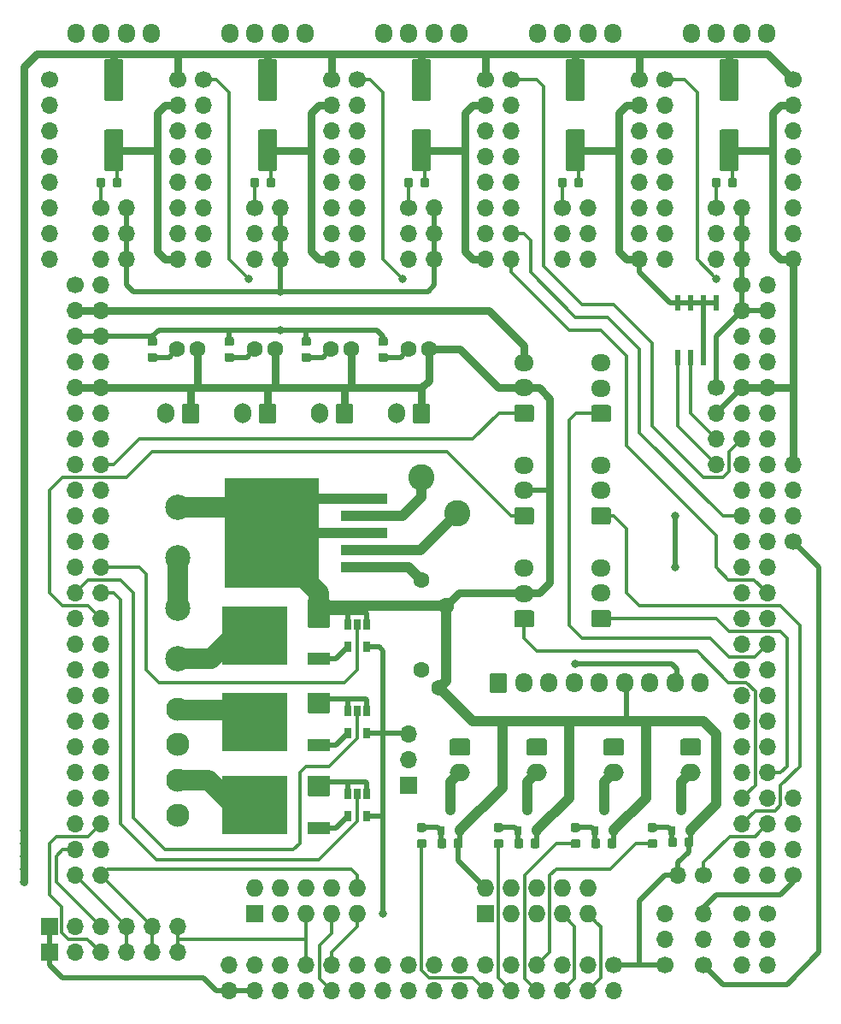
<source format=gbr>
G04 #@! TF.GenerationSoftware,KiCad,Pcbnew,(5.0.2)-1*
G04 #@! TF.CreationDate,2019-03-19T13:08:56+03:00*
G04 #@! TF.ProjectId,STM32F407VET6,53544d33-3246-4343-9037-564554362e6b,rev?*
G04 #@! TF.SameCoordinates,Original*
G04 #@! TF.FileFunction,Copper,L1,Top*
G04 #@! TF.FilePolarity,Positive*
%FSLAX46Y46*%
G04 Gerber Fmt 4.6, Leading zero omitted, Abs format (unit mm)*
G04 Created by KiCad (PCBNEW (5.0.2)-1) date 19/03/2019 13:08:56*
%MOMM*%
%LPD*%
G01*
G04 APERTURE LIST*
G04 #@! TA.AperFunction,ComponentPad*
%ADD10C,2.600000*%
G04 #@! TD*
G04 #@! TA.AperFunction,Conductor*
%ADD11C,0.100000*%
G04 #@! TD*
G04 #@! TA.AperFunction,ComponentPad*
%ADD12C,1.700000*%
G04 #@! TD*
G04 #@! TA.AperFunction,ComponentPad*
%ADD13O,2.000000X1.700000*%
G04 #@! TD*
G04 #@! TA.AperFunction,ComponentPad*
%ADD14O,1.700000X1.700000*%
G04 #@! TD*
G04 #@! TA.AperFunction,SMDPad,CuDef*
%ADD15C,0.875000*%
G04 #@! TD*
G04 #@! TA.AperFunction,ComponentPad*
%ADD16C,1.600000*%
G04 #@! TD*
G04 #@! TA.AperFunction,SMDPad,CuDef*
%ADD17R,0.800000X0.900000*%
G04 #@! TD*
G04 #@! TA.AperFunction,SMDPad,CuDef*
%ADD18R,2.200000X1.200000*%
G04 #@! TD*
G04 #@! TA.AperFunction,SMDPad,CuDef*
%ADD19R,6.400000X5.800000*%
G04 #@! TD*
G04 #@! TA.AperFunction,ComponentPad*
%ADD20C,2.300000*%
G04 #@! TD*
G04 #@! TA.AperFunction,ComponentPad*
%ADD21R,1.727200X1.727200*%
G04 #@! TD*
G04 #@! TA.AperFunction,ComponentPad*
%ADD22O,1.727200X1.727200*%
G04 #@! TD*
G04 #@! TA.AperFunction,SMDPad,CuDef*
%ADD23R,0.650000X1.060000*%
G04 #@! TD*
G04 #@! TA.AperFunction,SMDPad,CuDef*
%ADD24R,9.400000X10.800000*%
G04 #@! TD*
G04 #@! TA.AperFunction,SMDPad,CuDef*
%ADD25R,4.600000X1.100000*%
G04 #@! TD*
G04 #@! TA.AperFunction,ComponentPad*
%ADD26O,1.700000X1.950000*%
G04 #@! TD*
G04 #@! TA.AperFunction,SMDPad,CuDef*
%ADD27C,1.900000*%
G04 #@! TD*
G04 #@! TA.AperFunction,ComponentPad*
%ADD28R,1.700000X1.700000*%
G04 #@! TD*
G04 #@! TA.AperFunction,SMDPad,CuDef*
%ADD29R,0.600000X1.550000*%
G04 #@! TD*
G04 #@! TA.AperFunction,ComponentPad*
%ADD30O,1.700000X2.000000*%
G04 #@! TD*
G04 #@! TA.AperFunction,ComponentPad*
%ADD31O,1.950000X1.700000*%
G04 #@! TD*
G04 #@! TA.AperFunction,ComponentPad*
%ADD32C,2.500000*%
G04 #@! TD*
G04 #@! TA.AperFunction,ViaPad*
%ADD33C,0.800000*%
G04 #@! TD*
G04 #@! TA.AperFunction,Conductor*
%ADD34C,1.000000*%
G04 #@! TD*
G04 #@! TA.AperFunction,Conductor*
%ADD35C,0.500000*%
G04 #@! TD*
G04 #@! TA.AperFunction,Conductor*
%ADD36C,0.300000*%
G04 #@! TD*
G04 #@! TA.AperFunction,Conductor*
%ADD37C,0.800000*%
G04 #@! TD*
G04 #@! TA.AperFunction,Conductor*
%ADD38C,2.000000*%
G04 #@! TD*
G04 #@! TA.AperFunction,Conductor*
%ADD39C,0.254000*%
G04 #@! TD*
G04 APERTURE END LIST*
D10*
G04 #@! TO.P,L1,1*
G04 #@! TO.N,Net-(D1-Pad1)*
X159745534Y-106405534D03*
G04 #@! TO.P,L1,2*
G04 #@! TO.N,5V*
X156210000Y-102870000D03*
G04 #@! TD*
D11*
G04 #@! TO.N,Net-(J10-Pad1)*
G04 #@! TO.C,J43*
G36*
X160794504Y-128691204D02*
X160818773Y-128694804D01*
X160842571Y-128700765D01*
X160865671Y-128709030D01*
X160887849Y-128719520D01*
X160908893Y-128732133D01*
X160928598Y-128746747D01*
X160946777Y-128763223D01*
X160963253Y-128781402D01*
X160977867Y-128801107D01*
X160990480Y-128822151D01*
X161000970Y-128844329D01*
X161009235Y-128867429D01*
X161015196Y-128891227D01*
X161018796Y-128915496D01*
X161020000Y-128940000D01*
X161020000Y-130140000D01*
X161018796Y-130164504D01*
X161015196Y-130188773D01*
X161009235Y-130212571D01*
X161000970Y-130235671D01*
X160990480Y-130257849D01*
X160977867Y-130278893D01*
X160963253Y-130298598D01*
X160946777Y-130316777D01*
X160928598Y-130333253D01*
X160908893Y-130347867D01*
X160887849Y-130360480D01*
X160865671Y-130370970D01*
X160842571Y-130379235D01*
X160818773Y-130385196D01*
X160794504Y-130388796D01*
X160770000Y-130390000D01*
X159270000Y-130390000D01*
X159245496Y-130388796D01*
X159221227Y-130385196D01*
X159197429Y-130379235D01*
X159174329Y-130370970D01*
X159152151Y-130360480D01*
X159131107Y-130347867D01*
X159111402Y-130333253D01*
X159093223Y-130316777D01*
X159076747Y-130298598D01*
X159062133Y-130278893D01*
X159049520Y-130257849D01*
X159039030Y-130235671D01*
X159030765Y-130212571D01*
X159024804Y-130188773D01*
X159021204Y-130164504D01*
X159020000Y-130140000D01*
X159020000Y-128940000D01*
X159021204Y-128915496D01*
X159024804Y-128891227D01*
X159030765Y-128867429D01*
X159039030Y-128844329D01*
X159049520Y-128822151D01*
X159062133Y-128801107D01*
X159076747Y-128781402D01*
X159093223Y-128763223D01*
X159111402Y-128746747D01*
X159131107Y-128732133D01*
X159152151Y-128719520D01*
X159174329Y-128709030D01*
X159197429Y-128700765D01*
X159221227Y-128694804D01*
X159245496Y-128691204D01*
X159270000Y-128690000D01*
X160770000Y-128690000D01*
X160794504Y-128691204D01*
X160794504Y-128691204D01*
G37*
D12*
G04 #@! TD*
G04 #@! TO.P,J43,1*
G04 #@! TO.N,Net-(J10-Pad1)*
X160020000Y-129540000D03*
D13*
G04 #@! TO.P,J43,2*
G04 #@! TO.N,Net-(J43-Pad2)*
X160020000Y-132040000D03*
G04 #@! TD*
D14*
G04 #@! TO.P,J52,3*
G04 #@! TO.N,GND*
X187960000Y-151130000D03*
G04 #@! TO.P,J52,2*
G04 #@! TO.N,Net-(J51-Pad2)*
X187960000Y-148590000D03*
D12*
G04 #@! TO.P,J52,1*
G04 #@! TO.N,PWM1*
X187960000Y-146050000D03*
G04 #@! TD*
G04 #@! TO.P,J30,1*
G04 #@! TO.N,3V3*
X187960000Y-83820000D03*
D14*
G04 #@! TO.P,J30,2*
X190500000Y-83820000D03*
G04 #@! TO.P,J30,3*
X187960000Y-86360000D03*
G04 #@! TO.P,J30,4*
X190500000Y-86360000D03*
G04 #@! TO.P,J30,5*
G04 #@! TO.N,GND*
X187960000Y-88900000D03*
G04 #@! TO.P,J30,6*
G04 #@! TO.N,Net-(J30-Pad6)*
X190500000Y-88900000D03*
G04 #@! TO.P,J30,7*
G04 #@! TO.N,GND*
X187960000Y-91440000D03*
G04 #@! TO.P,J30,8*
X190500000Y-91440000D03*
G04 #@! TO.P,J30,9*
X187960000Y-93980000D03*
G04 #@! TO.P,J30,10*
X190500000Y-93980000D03*
G04 #@! TO.P,J30,11*
G04 #@! TO.N,E1_Dir*
X187960000Y-96520000D03*
G04 #@! TO.P,J30,12*
G04 #@! TO.N,E1_Step*
X190500000Y-96520000D03*
G04 #@! TO.P,J30,13*
G04 #@! TO.N,E0_En*
X187960000Y-99060000D03*
G04 #@! TO.P,J30,14*
G04 #@! TO.N,E1_En*
X190500000Y-99060000D03*
G04 #@! TO.P,J30,15*
G04 #@! TO.N,SDA*
X187960000Y-101600000D03*
G04 #@! TO.P,J30,16*
G04 #@! TO.N,SCL*
X190500000Y-101600000D03*
G04 #@! TO.P,J30,17*
G04 #@! TO.N,Net-(J30-Pad17)*
X187960000Y-104140000D03*
G04 #@! TO.P,J30,18*
G04 #@! TO.N,Net-(J30-Pad18)*
X190500000Y-104140000D03*
G04 #@! TO.P,J30,19*
G04 #@! TO.N,E0_Step*
X187960000Y-106680000D03*
G04 #@! TO.P,J30,20*
G04 #@! TO.N,Z_En*
X190500000Y-106680000D03*
G04 #@! TO.P,J30,21*
G04 #@! TO.N,Z_Step*
X187960000Y-109220000D03*
G04 #@! TO.P,J30,22*
G04 #@! TO.N,Net-(J30-Pad22)*
X190500000Y-109220000D03*
G04 #@! TO.P,J30,23*
G04 #@! TO.N,Z_Dir*
X187960000Y-111760000D03*
G04 #@! TO.P,J30,24*
G04 #@! TO.N,SDIO_CMD*
X190500000Y-111760000D03*
G04 #@! TO.P,J30,25*
G04 #@! TO.N,Net-(J30-Pad25)*
X187960000Y-114300000D03*
G04 #@! TO.P,J30,26*
G04 #@! TO.N,E0_Dir*
X190500000Y-114300000D03*
G04 #@! TO.P,J30,27*
G04 #@! TO.N,SDIO_SCK*
X187960000Y-116840000D03*
G04 #@! TO.P,J30,28*
G04 #@! TO.N,SDIO_D3*
X190500000Y-116840000D03*
G04 #@! TO.P,J30,29*
G04 #@! TO.N,SDIO_D2*
X187960000Y-119380000D03*
G04 #@! TO.P,J30,30*
G04 #@! TO.N,X+*
X190500000Y-119380000D03*
G04 #@! TO.P,J30,31*
G04 #@! TO.N,USB_DM*
X187960000Y-121920000D03*
G04 #@! TO.P,J30,32*
G04 #@! TO.N,USB_DP*
X190500000Y-121920000D03*
G04 #@! TO.P,J30,33*
G04 #@! TO.N,RX*
X187960000Y-124460000D03*
G04 #@! TO.P,J30,34*
G04 #@! TO.N,TX*
X190500000Y-124460000D03*
G04 #@! TO.P,J30,35*
G04 #@! TO.N,SDIO_DET*
X187960000Y-127000000D03*
G04 #@! TO.P,J30,36*
G04 #@! TO.N,SDIO_D1*
X190500000Y-127000000D03*
G04 #@! TO.P,J30,37*
G04 #@! TO.N,SDIO_D0*
X187960000Y-129540000D03*
G04 #@! TO.P,J30,38*
G04 #@! TO.N,PWM2*
X190500000Y-129540000D03*
G04 #@! TO.P,J30,39*
G04 #@! TO.N,PWM1*
X187960000Y-132080000D03*
G04 #@! TO.P,J30,40*
G04 #@! TO.N,Z+*
X190500000Y-132080000D03*
G04 #@! TO.P,J30,41*
G04 #@! TO.N,Z-*
X187960000Y-134620000D03*
G04 #@! TO.P,J30,42*
G04 #@! TO.N,Net-(J30-Pad42)*
X190500000Y-134620000D03*
G04 #@! TO.P,J30,43*
G04 #@! TO.N,Y+*
X187960000Y-137160000D03*
G04 #@! TO.P,J30,44*
G04 #@! TO.N,PD11*
X190500000Y-137160000D03*
G04 #@! TO.P,J30,45*
G04 #@! TO.N,Net-(J30-Pad45)*
X187960000Y-139700000D03*
G04 #@! TO.P,J30,46*
G04 #@! TO.N,Net-(J30-Pad46)*
X190500000Y-139700000D03*
G04 #@! TO.P,J30,47*
G04 #@! TO.N,Net-(J30-Pad47)*
X187960000Y-142240000D03*
G04 #@! TO.P,J30,48*
G04 #@! TO.N,Net-(J30-Pad48)*
X190500000Y-142240000D03*
G04 #@! TD*
D11*
G04 #@! TO.N,T0*
G04 #@! TO.C,R1*
G36*
X129817691Y-90521053D02*
X129838926Y-90524203D01*
X129859750Y-90529419D01*
X129879962Y-90536651D01*
X129899368Y-90545830D01*
X129917781Y-90556866D01*
X129935024Y-90569654D01*
X129950930Y-90584070D01*
X129965346Y-90599976D01*
X129978134Y-90617219D01*
X129989170Y-90635632D01*
X129998349Y-90655038D01*
X130005581Y-90675250D01*
X130010797Y-90696074D01*
X130013947Y-90717309D01*
X130015000Y-90738750D01*
X130015000Y-91176250D01*
X130013947Y-91197691D01*
X130010797Y-91218926D01*
X130005581Y-91239750D01*
X129998349Y-91259962D01*
X129989170Y-91279368D01*
X129978134Y-91297781D01*
X129965346Y-91315024D01*
X129950930Y-91330930D01*
X129935024Y-91345346D01*
X129917781Y-91358134D01*
X129899368Y-91369170D01*
X129879962Y-91378349D01*
X129859750Y-91385581D01*
X129838926Y-91390797D01*
X129817691Y-91393947D01*
X129796250Y-91395000D01*
X129283750Y-91395000D01*
X129262309Y-91393947D01*
X129241074Y-91390797D01*
X129220250Y-91385581D01*
X129200038Y-91378349D01*
X129180632Y-91369170D01*
X129162219Y-91358134D01*
X129144976Y-91345346D01*
X129129070Y-91330930D01*
X129114654Y-91315024D01*
X129101866Y-91297781D01*
X129090830Y-91279368D01*
X129081651Y-91259962D01*
X129074419Y-91239750D01*
X129069203Y-91218926D01*
X129066053Y-91197691D01*
X129065000Y-91176250D01*
X129065000Y-90738750D01*
X129066053Y-90717309D01*
X129069203Y-90696074D01*
X129074419Y-90675250D01*
X129081651Y-90655038D01*
X129090830Y-90635632D01*
X129101866Y-90617219D01*
X129114654Y-90599976D01*
X129129070Y-90584070D01*
X129144976Y-90569654D01*
X129162219Y-90556866D01*
X129180632Y-90545830D01*
X129200038Y-90536651D01*
X129220250Y-90529419D01*
X129241074Y-90524203D01*
X129262309Y-90521053D01*
X129283750Y-90520000D01*
X129796250Y-90520000D01*
X129817691Y-90521053D01*
X129817691Y-90521053D01*
G37*
D15*
G04 #@! TD*
G04 #@! TO.P,R1,2*
G04 #@! TO.N,T0*
X129540000Y-90957500D03*
D11*
G04 #@! TO.N,3V3*
G04 #@! TO.C,R1*
G36*
X129817691Y-88946053D02*
X129838926Y-88949203D01*
X129859750Y-88954419D01*
X129879962Y-88961651D01*
X129899368Y-88970830D01*
X129917781Y-88981866D01*
X129935024Y-88994654D01*
X129950930Y-89009070D01*
X129965346Y-89024976D01*
X129978134Y-89042219D01*
X129989170Y-89060632D01*
X129998349Y-89080038D01*
X130005581Y-89100250D01*
X130010797Y-89121074D01*
X130013947Y-89142309D01*
X130015000Y-89163750D01*
X130015000Y-89601250D01*
X130013947Y-89622691D01*
X130010797Y-89643926D01*
X130005581Y-89664750D01*
X129998349Y-89684962D01*
X129989170Y-89704368D01*
X129978134Y-89722781D01*
X129965346Y-89740024D01*
X129950930Y-89755930D01*
X129935024Y-89770346D01*
X129917781Y-89783134D01*
X129899368Y-89794170D01*
X129879962Y-89803349D01*
X129859750Y-89810581D01*
X129838926Y-89815797D01*
X129817691Y-89818947D01*
X129796250Y-89820000D01*
X129283750Y-89820000D01*
X129262309Y-89818947D01*
X129241074Y-89815797D01*
X129220250Y-89810581D01*
X129200038Y-89803349D01*
X129180632Y-89794170D01*
X129162219Y-89783134D01*
X129144976Y-89770346D01*
X129129070Y-89755930D01*
X129114654Y-89740024D01*
X129101866Y-89722781D01*
X129090830Y-89704368D01*
X129081651Y-89684962D01*
X129074419Y-89664750D01*
X129069203Y-89643926D01*
X129066053Y-89622691D01*
X129065000Y-89601250D01*
X129065000Y-89163750D01*
X129066053Y-89142309D01*
X129069203Y-89121074D01*
X129074419Y-89100250D01*
X129081651Y-89080038D01*
X129090830Y-89060632D01*
X129101866Y-89042219D01*
X129114654Y-89024976D01*
X129129070Y-89009070D01*
X129144976Y-88994654D01*
X129162219Y-88981866D01*
X129180632Y-88970830D01*
X129200038Y-88961651D01*
X129220250Y-88954419D01*
X129241074Y-88949203D01*
X129262309Y-88946053D01*
X129283750Y-88945000D01*
X129796250Y-88945000D01*
X129817691Y-88946053D01*
X129817691Y-88946053D01*
G37*
D15*
G04 #@! TD*
G04 #@! TO.P,R1,1*
G04 #@! TO.N,3V3*
X129540000Y-89382500D03*
D11*
G04 #@! TO.N,TB*
G04 #@! TO.C,R3*
G36*
X145057691Y-90521053D02*
X145078926Y-90524203D01*
X145099750Y-90529419D01*
X145119962Y-90536651D01*
X145139368Y-90545830D01*
X145157781Y-90556866D01*
X145175024Y-90569654D01*
X145190930Y-90584070D01*
X145205346Y-90599976D01*
X145218134Y-90617219D01*
X145229170Y-90635632D01*
X145238349Y-90655038D01*
X145245581Y-90675250D01*
X145250797Y-90696074D01*
X145253947Y-90717309D01*
X145255000Y-90738750D01*
X145255000Y-91176250D01*
X145253947Y-91197691D01*
X145250797Y-91218926D01*
X145245581Y-91239750D01*
X145238349Y-91259962D01*
X145229170Y-91279368D01*
X145218134Y-91297781D01*
X145205346Y-91315024D01*
X145190930Y-91330930D01*
X145175024Y-91345346D01*
X145157781Y-91358134D01*
X145139368Y-91369170D01*
X145119962Y-91378349D01*
X145099750Y-91385581D01*
X145078926Y-91390797D01*
X145057691Y-91393947D01*
X145036250Y-91395000D01*
X144523750Y-91395000D01*
X144502309Y-91393947D01*
X144481074Y-91390797D01*
X144460250Y-91385581D01*
X144440038Y-91378349D01*
X144420632Y-91369170D01*
X144402219Y-91358134D01*
X144384976Y-91345346D01*
X144369070Y-91330930D01*
X144354654Y-91315024D01*
X144341866Y-91297781D01*
X144330830Y-91279368D01*
X144321651Y-91259962D01*
X144314419Y-91239750D01*
X144309203Y-91218926D01*
X144306053Y-91197691D01*
X144305000Y-91176250D01*
X144305000Y-90738750D01*
X144306053Y-90717309D01*
X144309203Y-90696074D01*
X144314419Y-90675250D01*
X144321651Y-90655038D01*
X144330830Y-90635632D01*
X144341866Y-90617219D01*
X144354654Y-90599976D01*
X144369070Y-90584070D01*
X144384976Y-90569654D01*
X144402219Y-90556866D01*
X144420632Y-90545830D01*
X144440038Y-90536651D01*
X144460250Y-90529419D01*
X144481074Y-90524203D01*
X144502309Y-90521053D01*
X144523750Y-90520000D01*
X145036250Y-90520000D01*
X145057691Y-90521053D01*
X145057691Y-90521053D01*
G37*
D15*
G04 #@! TD*
G04 #@! TO.P,R3,2*
G04 #@! TO.N,TB*
X144780000Y-90957500D03*
D11*
G04 #@! TO.N,3V3*
G04 #@! TO.C,R3*
G36*
X145057691Y-88946053D02*
X145078926Y-88949203D01*
X145099750Y-88954419D01*
X145119962Y-88961651D01*
X145139368Y-88970830D01*
X145157781Y-88981866D01*
X145175024Y-88994654D01*
X145190930Y-89009070D01*
X145205346Y-89024976D01*
X145218134Y-89042219D01*
X145229170Y-89060632D01*
X145238349Y-89080038D01*
X145245581Y-89100250D01*
X145250797Y-89121074D01*
X145253947Y-89142309D01*
X145255000Y-89163750D01*
X145255000Y-89601250D01*
X145253947Y-89622691D01*
X145250797Y-89643926D01*
X145245581Y-89664750D01*
X145238349Y-89684962D01*
X145229170Y-89704368D01*
X145218134Y-89722781D01*
X145205346Y-89740024D01*
X145190930Y-89755930D01*
X145175024Y-89770346D01*
X145157781Y-89783134D01*
X145139368Y-89794170D01*
X145119962Y-89803349D01*
X145099750Y-89810581D01*
X145078926Y-89815797D01*
X145057691Y-89818947D01*
X145036250Y-89820000D01*
X144523750Y-89820000D01*
X144502309Y-89818947D01*
X144481074Y-89815797D01*
X144460250Y-89810581D01*
X144440038Y-89803349D01*
X144420632Y-89794170D01*
X144402219Y-89783134D01*
X144384976Y-89770346D01*
X144369070Y-89755930D01*
X144354654Y-89740024D01*
X144341866Y-89722781D01*
X144330830Y-89704368D01*
X144321651Y-89684962D01*
X144314419Y-89664750D01*
X144309203Y-89643926D01*
X144306053Y-89622691D01*
X144305000Y-89601250D01*
X144305000Y-89163750D01*
X144306053Y-89142309D01*
X144309203Y-89121074D01*
X144314419Y-89100250D01*
X144321651Y-89080038D01*
X144330830Y-89060632D01*
X144341866Y-89042219D01*
X144354654Y-89024976D01*
X144369070Y-89009070D01*
X144384976Y-88994654D01*
X144402219Y-88981866D01*
X144420632Y-88970830D01*
X144440038Y-88961651D01*
X144460250Y-88954419D01*
X144481074Y-88949203D01*
X144502309Y-88946053D01*
X144523750Y-88945000D01*
X145036250Y-88945000D01*
X145057691Y-88946053D01*
X145057691Y-88946053D01*
G37*
D15*
G04 #@! TD*
G04 #@! TO.P,R3,1*
G04 #@! TO.N,3V3*
X144780000Y-89382500D03*
D11*
G04 #@! TO.N,TC*
G04 #@! TO.C,R4*
G36*
X152677691Y-90521053D02*
X152698926Y-90524203D01*
X152719750Y-90529419D01*
X152739962Y-90536651D01*
X152759368Y-90545830D01*
X152777781Y-90556866D01*
X152795024Y-90569654D01*
X152810930Y-90584070D01*
X152825346Y-90599976D01*
X152838134Y-90617219D01*
X152849170Y-90635632D01*
X152858349Y-90655038D01*
X152865581Y-90675250D01*
X152870797Y-90696074D01*
X152873947Y-90717309D01*
X152875000Y-90738750D01*
X152875000Y-91176250D01*
X152873947Y-91197691D01*
X152870797Y-91218926D01*
X152865581Y-91239750D01*
X152858349Y-91259962D01*
X152849170Y-91279368D01*
X152838134Y-91297781D01*
X152825346Y-91315024D01*
X152810930Y-91330930D01*
X152795024Y-91345346D01*
X152777781Y-91358134D01*
X152759368Y-91369170D01*
X152739962Y-91378349D01*
X152719750Y-91385581D01*
X152698926Y-91390797D01*
X152677691Y-91393947D01*
X152656250Y-91395000D01*
X152143750Y-91395000D01*
X152122309Y-91393947D01*
X152101074Y-91390797D01*
X152080250Y-91385581D01*
X152060038Y-91378349D01*
X152040632Y-91369170D01*
X152022219Y-91358134D01*
X152004976Y-91345346D01*
X151989070Y-91330930D01*
X151974654Y-91315024D01*
X151961866Y-91297781D01*
X151950830Y-91279368D01*
X151941651Y-91259962D01*
X151934419Y-91239750D01*
X151929203Y-91218926D01*
X151926053Y-91197691D01*
X151925000Y-91176250D01*
X151925000Y-90738750D01*
X151926053Y-90717309D01*
X151929203Y-90696074D01*
X151934419Y-90675250D01*
X151941651Y-90655038D01*
X151950830Y-90635632D01*
X151961866Y-90617219D01*
X151974654Y-90599976D01*
X151989070Y-90584070D01*
X152004976Y-90569654D01*
X152022219Y-90556866D01*
X152040632Y-90545830D01*
X152060038Y-90536651D01*
X152080250Y-90529419D01*
X152101074Y-90524203D01*
X152122309Y-90521053D01*
X152143750Y-90520000D01*
X152656250Y-90520000D01*
X152677691Y-90521053D01*
X152677691Y-90521053D01*
G37*
D15*
G04 #@! TD*
G04 #@! TO.P,R4,2*
G04 #@! TO.N,TC*
X152400000Y-90957500D03*
D11*
G04 #@! TO.N,3V3*
G04 #@! TO.C,R4*
G36*
X152677691Y-88946053D02*
X152698926Y-88949203D01*
X152719750Y-88954419D01*
X152739962Y-88961651D01*
X152759368Y-88970830D01*
X152777781Y-88981866D01*
X152795024Y-88994654D01*
X152810930Y-89009070D01*
X152825346Y-89024976D01*
X152838134Y-89042219D01*
X152849170Y-89060632D01*
X152858349Y-89080038D01*
X152865581Y-89100250D01*
X152870797Y-89121074D01*
X152873947Y-89142309D01*
X152875000Y-89163750D01*
X152875000Y-89601250D01*
X152873947Y-89622691D01*
X152870797Y-89643926D01*
X152865581Y-89664750D01*
X152858349Y-89684962D01*
X152849170Y-89704368D01*
X152838134Y-89722781D01*
X152825346Y-89740024D01*
X152810930Y-89755930D01*
X152795024Y-89770346D01*
X152777781Y-89783134D01*
X152759368Y-89794170D01*
X152739962Y-89803349D01*
X152719750Y-89810581D01*
X152698926Y-89815797D01*
X152677691Y-89818947D01*
X152656250Y-89820000D01*
X152143750Y-89820000D01*
X152122309Y-89818947D01*
X152101074Y-89815797D01*
X152080250Y-89810581D01*
X152060038Y-89803349D01*
X152040632Y-89794170D01*
X152022219Y-89783134D01*
X152004976Y-89770346D01*
X151989070Y-89755930D01*
X151974654Y-89740024D01*
X151961866Y-89722781D01*
X151950830Y-89704368D01*
X151941651Y-89684962D01*
X151934419Y-89664750D01*
X151929203Y-89643926D01*
X151926053Y-89622691D01*
X151925000Y-89601250D01*
X151925000Y-89163750D01*
X151926053Y-89142309D01*
X151929203Y-89121074D01*
X151934419Y-89100250D01*
X151941651Y-89080038D01*
X151950830Y-89060632D01*
X151961866Y-89042219D01*
X151974654Y-89024976D01*
X151989070Y-89009070D01*
X152004976Y-88994654D01*
X152022219Y-88981866D01*
X152040632Y-88970830D01*
X152060038Y-88961651D01*
X152080250Y-88954419D01*
X152101074Y-88949203D01*
X152122309Y-88946053D01*
X152143750Y-88945000D01*
X152656250Y-88945000D01*
X152677691Y-88946053D01*
X152677691Y-88946053D01*
G37*
D15*
G04 #@! TD*
G04 #@! TO.P,R4,1*
G04 #@! TO.N,3V3*
X152400000Y-89382500D03*
D11*
G04 #@! TO.N,T1*
G04 #@! TO.C,R2*
G36*
X137437691Y-90521053D02*
X137458926Y-90524203D01*
X137479750Y-90529419D01*
X137499962Y-90536651D01*
X137519368Y-90545830D01*
X137537781Y-90556866D01*
X137555024Y-90569654D01*
X137570930Y-90584070D01*
X137585346Y-90599976D01*
X137598134Y-90617219D01*
X137609170Y-90635632D01*
X137618349Y-90655038D01*
X137625581Y-90675250D01*
X137630797Y-90696074D01*
X137633947Y-90717309D01*
X137635000Y-90738750D01*
X137635000Y-91176250D01*
X137633947Y-91197691D01*
X137630797Y-91218926D01*
X137625581Y-91239750D01*
X137618349Y-91259962D01*
X137609170Y-91279368D01*
X137598134Y-91297781D01*
X137585346Y-91315024D01*
X137570930Y-91330930D01*
X137555024Y-91345346D01*
X137537781Y-91358134D01*
X137519368Y-91369170D01*
X137499962Y-91378349D01*
X137479750Y-91385581D01*
X137458926Y-91390797D01*
X137437691Y-91393947D01*
X137416250Y-91395000D01*
X136903750Y-91395000D01*
X136882309Y-91393947D01*
X136861074Y-91390797D01*
X136840250Y-91385581D01*
X136820038Y-91378349D01*
X136800632Y-91369170D01*
X136782219Y-91358134D01*
X136764976Y-91345346D01*
X136749070Y-91330930D01*
X136734654Y-91315024D01*
X136721866Y-91297781D01*
X136710830Y-91279368D01*
X136701651Y-91259962D01*
X136694419Y-91239750D01*
X136689203Y-91218926D01*
X136686053Y-91197691D01*
X136685000Y-91176250D01*
X136685000Y-90738750D01*
X136686053Y-90717309D01*
X136689203Y-90696074D01*
X136694419Y-90675250D01*
X136701651Y-90655038D01*
X136710830Y-90635632D01*
X136721866Y-90617219D01*
X136734654Y-90599976D01*
X136749070Y-90584070D01*
X136764976Y-90569654D01*
X136782219Y-90556866D01*
X136800632Y-90545830D01*
X136820038Y-90536651D01*
X136840250Y-90529419D01*
X136861074Y-90524203D01*
X136882309Y-90521053D01*
X136903750Y-90520000D01*
X137416250Y-90520000D01*
X137437691Y-90521053D01*
X137437691Y-90521053D01*
G37*
D15*
G04 #@! TD*
G04 #@! TO.P,R2,2*
G04 #@! TO.N,T1*
X137160000Y-90957500D03*
D11*
G04 #@! TO.N,3V3*
G04 #@! TO.C,R2*
G36*
X137437691Y-88946053D02*
X137458926Y-88949203D01*
X137479750Y-88954419D01*
X137499962Y-88961651D01*
X137519368Y-88970830D01*
X137537781Y-88981866D01*
X137555024Y-88994654D01*
X137570930Y-89009070D01*
X137585346Y-89024976D01*
X137598134Y-89042219D01*
X137609170Y-89060632D01*
X137618349Y-89080038D01*
X137625581Y-89100250D01*
X137630797Y-89121074D01*
X137633947Y-89142309D01*
X137635000Y-89163750D01*
X137635000Y-89601250D01*
X137633947Y-89622691D01*
X137630797Y-89643926D01*
X137625581Y-89664750D01*
X137618349Y-89684962D01*
X137609170Y-89704368D01*
X137598134Y-89722781D01*
X137585346Y-89740024D01*
X137570930Y-89755930D01*
X137555024Y-89770346D01*
X137537781Y-89783134D01*
X137519368Y-89794170D01*
X137499962Y-89803349D01*
X137479750Y-89810581D01*
X137458926Y-89815797D01*
X137437691Y-89818947D01*
X137416250Y-89820000D01*
X136903750Y-89820000D01*
X136882309Y-89818947D01*
X136861074Y-89815797D01*
X136840250Y-89810581D01*
X136820038Y-89803349D01*
X136800632Y-89794170D01*
X136782219Y-89783134D01*
X136764976Y-89770346D01*
X136749070Y-89755930D01*
X136734654Y-89740024D01*
X136721866Y-89722781D01*
X136710830Y-89704368D01*
X136701651Y-89684962D01*
X136694419Y-89664750D01*
X136689203Y-89643926D01*
X136686053Y-89622691D01*
X136685000Y-89601250D01*
X136685000Y-89163750D01*
X136686053Y-89142309D01*
X136689203Y-89121074D01*
X136694419Y-89100250D01*
X136701651Y-89080038D01*
X136710830Y-89060632D01*
X136721866Y-89042219D01*
X136734654Y-89024976D01*
X136749070Y-89009070D01*
X136764976Y-88994654D01*
X136782219Y-88981866D01*
X136800632Y-88970830D01*
X136820038Y-88961651D01*
X136840250Y-88954419D01*
X136861074Y-88949203D01*
X136882309Y-88946053D01*
X136903750Y-88945000D01*
X137416250Y-88945000D01*
X137437691Y-88946053D01*
X137437691Y-88946053D01*
G37*
D15*
G04 #@! TD*
G04 #@! TO.P,R2,1*
G04 #@! TO.N,3V3*
X137160000Y-89382500D03*
D16*
G04 #@! TO.P,C2,2*
G04 #@! TO.N,GND*
X141700000Y-90170000D03*
G04 #@! TO.P,C2,1*
G04 #@! TO.N,T1*
X139700000Y-90170000D03*
G04 #@! TD*
G04 #@! TO.P,C4,2*
G04 #@! TO.N,GND*
X156940000Y-90170000D03*
G04 #@! TO.P,C4,1*
G04 #@! TO.N,TC*
X154940000Y-90170000D03*
G04 #@! TD*
G04 #@! TO.P,C1,1*
G04 #@! TO.N,T0*
X131985000Y-90170000D03*
G04 #@! TO.P,C1,2*
G04 #@! TO.N,GND*
X133985000Y-90170000D03*
G04 #@! TD*
G04 #@! TO.P,C3,1*
G04 #@! TO.N,TB*
X147225000Y-90170000D03*
G04 #@! TO.P,C3,2*
G04 #@! TO.N,GND*
X149225000Y-90170000D03*
G04 #@! TD*
D11*
G04 #@! TO.N,Fan0*
G04 #@! TO.C,R16*
G36*
X156487691Y-138628553D02*
X156508926Y-138631703D01*
X156529750Y-138636919D01*
X156549962Y-138644151D01*
X156569368Y-138653330D01*
X156587781Y-138664366D01*
X156605024Y-138677154D01*
X156620930Y-138691570D01*
X156635346Y-138707476D01*
X156648134Y-138724719D01*
X156659170Y-138743132D01*
X156668349Y-138762538D01*
X156675581Y-138782750D01*
X156680797Y-138803574D01*
X156683947Y-138824809D01*
X156685000Y-138846250D01*
X156685000Y-139283750D01*
X156683947Y-139305191D01*
X156680797Y-139326426D01*
X156675581Y-139347250D01*
X156668349Y-139367462D01*
X156659170Y-139386868D01*
X156648134Y-139405281D01*
X156635346Y-139422524D01*
X156620930Y-139438430D01*
X156605024Y-139452846D01*
X156587781Y-139465634D01*
X156569368Y-139476670D01*
X156549962Y-139485849D01*
X156529750Y-139493081D01*
X156508926Y-139498297D01*
X156487691Y-139501447D01*
X156466250Y-139502500D01*
X155953750Y-139502500D01*
X155932309Y-139501447D01*
X155911074Y-139498297D01*
X155890250Y-139493081D01*
X155870038Y-139485849D01*
X155850632Y-139476670D01*
X155832219Y-139465634D01*
X155814976Y-139452846D01*
X155799070Y-139438430D01*
X155784654Y-139422524D01*
X155771866Y-139405281D01*
X155760830Y-139386868D01*
X155751651Y-139367462D01*
X155744419Y-139347250D01*
X155739203Y-139326426D01*
X155736053Y-139305191D01*
X155735000Y-139283750D01*
X155735000Y-138846250D01*
X155736053Y-138824809D01*
X155739203Y-138803574D01*
X155744419Y-138782750D01*
X155751651Y-138762538D01*
X155760830Y-138743132D01*
X155771866Y-138724719D01*
X155784654Y-138707476D01*
X155799070Y-138691570D01*
X155814976Y-138677154D01*
X155832219Y-138664366D01*
X155850632Y-138653330D01*
X155870038Y-138644151D01*
X155890250Y-138636919D01*
X155911074Y-138631703D01*
X155932309Y-138628553D01*
X155953750Y-138627500D01*
X156466250Y-138627500D01*
X156487691Y-138628553D01*
X156487691Y-138628553D01*
G37*
D15*
G04 #@! TD*
G04 #@! TO.P,R16,2*
G04 #@! TO.N,Fan0*
X156210000Y-139065000D03*
D11*
G04 #@! TO.N,Net-(Q7-Pad1)*
G04 #@! TO.C,R16*
G36*
X156487691Y-137053553D02*
X156508926Y-137056703D01*
X156529750Y-137061919D01*
X156549962Y-137069151D01*
X156569368Y-137078330D01*
X156587781Y-137089366D01*
X156605024Y-137102154D01*
X156620930Y-137116570D01*
X156635346Y-137132476D01*
X156648134Y-137149719D01*
X156659170Y-137168132D01*
X156668349Y-137187538D01*
X156675581Y-137207750D01*
X156680797Y-137228574D01*
X156683947Y-137249809D01*
X156685000Y-137271250D01*
X156685000Y-137708750D01*
X156683947Y-137730191D01*
X156680797Y-137751426D01*
X156675581Y-137772250D01*
X156668349Y-137792462D01*
X156659170Y-137811868D01*
X156648134Y-137830281D01*
X156635346Y-137847524D01*
X156620930Y-137863430D01*
X156605024Y-137877846D01*
X156587781Y-137890634D01*
X156569368Y-137901670D01*
X156549962Y-137910849D01*
X156529750Y-137918081D01*
X156508926Y-137923297D01*
X156487691Y-137926447D01*
X156466250Y-137927500D01*
X155953750Y-137927500D01*
X155932309Y-137926447D01*
X155911074Y-137923297D01*
X155890250Y-137918081D01*
X155870038Y-137910849D01*
X155850632Y-137901670D01*
X155832219Y-137890634D01*
X155814976Y-137877846D01*
X155799070Y-137863430D01*
X155784654Y-137847524D01*
X155771866Y-137830281D01*
X155760830Y-137811868D01*
X155751651Y-137792462D01*
X155744419Y-137772250D01*
X155739203Y-137751426D01*
X155736053Y-137730191D01*
X155735000Y-137708750D01*
X155735000Y-137271250D01*
X155736053Y-137249809D01*
X155739203Y-137228574D01*
X155744419Y-137207750D01*
X155751651Y-137187538D01*
X155760830Y-137168132D01*
X155771866Y-137149719D01*
X155784654Y-137132476D01*
X155799070Y-137116570D01*
X155814976Y-137102154D01*
X155832219Y-137089366D01*
X155850632Y-137078330D01*
X155870038Y-137069151D01*
X155890250Y-137061919D01*
X155911074Y-137056703D01*
X155932309Y-137053553D01*
X155953750Y-137052500D01*
X156466250Y-137052500D01*
X156487691Y-137053553D01*
X156487691Y-137053553D01*
G37*
D15*
G04 #@! TD*
G04 #@! TO.P,R16,1*
G04 #@! TO.N,Net-(Q7-Pad1)*
X156210000Y-137490000D03*
D11*
G04 #@! TO.N,Net-(Q7-Pad1)*
G04 #@! TO.C,R17*
G36*
X158482191Y-138591053D02*
X158503426Y-138594203D01*
X158524250Y-138599419D01*
X158544462Y-138606651D01*
X158563868Y-138615830D01*
X158582281Y-138626866D01*
X158599524Y-138639654D01*
X158615430Y-138654070D01*
X158629846Y-138669976D01*
X158642634Y-138687219D01*
X158653670Y-138705632D01*
X158662849Y-138725038D01*
X158670081Y-138745250D01*
X158675297Y-138766074D01*
X158678447Y-138787309D01*
X158679500Y-138808750D01*
X158679500Y-139321250D01*
X158678447Y-139342691D01*
X158675297Y-139363926D01*
X158670081Y-139384750D01*
X158662849Y-139404962D01*
X158653670Y-139424368D01*
X158642634Y-139442781D01*
X158629846Y-139460024D01*
X158615430Y-139475930D01*
X158599524Y-139490346D01*
X158582281Y-139503134D01*
X158563868Y-139514170D01*
X158544462Y-139523349D01*
X158524250Y-139530581D01*
X158503426Y-139535797D01*
X158482191Y-139538947D01*
X158460750Y-139540000D01*
X158023250Y-139540000D01*
X158001809Y-139538947D01*
X157980574Y-139535797D01*
X157959750Y-139530581D01*
X157939538Y-139523349D01*
X157920132Y-139514170D01*
X157901719Y-139503134D01*
X157884476Y-139490346D01*
X157868570Y-139475930D01*
X157854154Y-139460024D01*
X157841366Y-139442781D01*
X157830330Y-139424368D01*
X157821151Y-139404962D01*
X157813919Y-139384750D01*
X157808703Y-139363926D01*
X157805553Y-139342691D01*
X157804500Y-139321250D01*
X157804500Y-138808750D01*
X157805553Y-138787309D01*
X157808703Y-138766074D01*
X157813919Y-138745250D01*
X157821151Y-138725038D01*
X157830330Y-138705632D01*
X157841366Y-138687219D01*
X157854154Y-138669976D01*
X157868570Y-138654070D01*
X157884476Y-138639654D01*
X157901719Y-138626866D01*
X157920132Y-138615830D01*
X157939538Y-138606651D01*
X157959750Y-138599419D01*
X157980574Y-138594203D01*
X158001809Y-138591053D01*
X158023250Y-138590000D01*
X158460750Y-138590000D01*
X158482191Y-138591053D01*
X158482191Y-138591053D01*
G37*
D15*
G04 #@! TD*
G04 #@! TO.P,R17,2*
G04 #@! TO.N,Net-(Q7-Pad1)*
X158242000Y-139065000D03*
D11*
G04 #@! TO.N,GND*
G04 #@! TO.C,R17*
G36*
X160057191Y-138591053D02*
X160078426Y-138594203D01*
X160099250Y-138599419D01*
X160119462Y-138606651D01*
X160138868Y-138615830D01*
X160157281Y-138626866D01*
X160174524Y-138639654D01*
X160190430Y-138654070D01*
X160204846Y-138669976D01*
X160217634Y-138687219D01*
X160228670Y-138705632D01*
X160237849Y-138725038D01*
X160245081Y-138745250D01*
X160250297Y-138766074D01*
X160253447Y-138787309D01*
X160254500Y-138808750D01*
X160254500Y-139321250D01*
X160253447Y-139342691D01*
X160250297Y-139363926D01*
X160245081Y-139384750D01*
X160237849Y-139404962D01*
X160228670Y-139424368D01*
X160217634Y-139442781D01*
X160204846Y-139460024D01*
X160190430Y-139475930D01*
X160174524Y-139490346D01*
X160157281Y-139503134D01*
X160138868Y-139514170D01*
X160119462Y-139523349D01*
X160099250Y-139530581D01*
X160078426Y-139535797D01*
X160057191Y-139538947D01*
X160035750Y-139540000D01*
X159598250Y-139540000D01*
X159576809Y-139538947D01*
X159555574Y-139535797D01*
X159534750Y-139530581D01*
X159514538Y-139523349D01*
X159495132Y-139514170D01*
X159476719Y-139503134D01*
X159459476Y-139490346D01*
X159443570Y-139475930D01*
X159429154Y-139460024D01*
X159416366Y-139442781D01*
X159405330Y-139424368D01*
X159396151Y-139404962D01*
X159388919Y-139384750D01*
X159383703Y-139363926D01*
X159380553Y-139342691D01*
X159379500Y-139321250D01*
X159379500Y-138808750D01*
X159380553Y-138787309D01*
X159383703Y-138766074D01*
X159388919Y-138745250D01*
X159396151Y-138725038D01*
X159405330Y-138705632D01*
X159416366Y-138687219D01*
X159429154Y-138669976D01*
X159443570Y-138654070D01*
X159459476Y-138639654D01*
X159476719Y-138626866D01*
X159495132Y-138615830D01*
X159514538Y-138606651D01*
X159534750Y-138599419D01*
X159555574Y-138594203D01*
X159576809Y-138591053D01*
X159598250Y-138590000D01*
X160035750Y-138590000D01*
X160057191Y-138591053D01*
X160057191Y-138591053D01*
G37*
D15*
G04 #@! TD*
G04 #@! TO.P,R17,1*
G04 #@! TO.N,GND*
X159817000Y-139065000D03*
D11*
G04 #@! TO.N,GND*
G04 #@! TO.C,R15*
G36*
X167677191Y-138591053D02*
X167698426Y-138594203D01*
X167719250Y-138599419D01*
X167739462Y-138606651D01*
X167758868Y-138615830D01*
X167777281Y-138626866D01*
X167794524Y-138639654D01*
X167810430Y-138654070D01*
X167824846Y-138669976D01*
X167837634Y-138687219D01*
X167848670Y-138705632D01*
X167857849Y-138725038D01*
X167865081Y-138745250D01*
X167870297Y-138766074D01*
X167873447Y-138787309D01*
X167874500Y-138808750D01*
X167874500Y-139321250D01*
X167873447Y-139342691D01*
X167870297Y-139363926D01*
X167865081Y-139384750D01*
X167857849Y-139404962D01*
X167848670Y-139424368D01*
X167837634Y-139442781D01*
X167824846Y-139460024D01*
X167810430Y-139475930D01*
X167794524Y-139490346D01*
X167777281Y-139503134D01*
X167758868Y-139514170D01*
X167739462Y-139523349D01*
X167719250Y-139530581D01*
X167698426Y-139535797D01*
X167677191Y-139538947D01*
X167655750Y-139540000D01*
X167218250Y-139540000D01*
X167196809Y-139538947D01*
X167175574Y-139535797D01*
X167154750Y-139530581D01*
X167134538Y-139523349D01*
X167115132Y-139514170D01*
X167096719Y-139503134D01*
X167079476Y-139490346D01*
X167063570Y-139475930D01*
X167049154Y-139460024D01*
X167036366Y-139442781D01*
X167025330Y-139424368D01*
X167016151Y-139404962D01*
X167008919Y-139384750D01*
X167003703Y-139363926D01*
X167000553Y-139342691D01*
X166999500Y-139321250D01*
X166999500Y-138808750D01*
X167000553Y-138787309D01*
X167003703Y-138766074D01*
X167008919Y-138745250D01*
X167016151Y-138725038D01*
X167025330Y-138705632D01*
X167036366Y-138687219D01*
X167049154Y-138669976D01*
X167063570Y-138654070D01*
X167079476Y-138639654D01*
X167096719Y-138626866D01*
X167115132Y-138615830D01*
X167134538Y-138606651D01*
X167154750Y-138599419D01*
X167175574Y-138594203D01*
X167196809Y-138591053D01*
X167218250Y-138590000D01*
X167655750Y-138590000D01*
X167677191Y-138591053D01*
X167677191Y-138591053D01*
G37*
D15*
G04 #@! TD*
G04 #@! TO.P,R15,1*
G04 #@! TO.N,GND*
X167437000Y-139065000D03*
D11*
G04 #@! TO.N,Net-(Q6-Pad1)*
G04 #@! TO.C,R15*
G36*
X166102191Y-138591053D02*
X166123426Y-138594203D01*
X166144250Y-138599419D01*
X166164462Y-138606651D01*
X166183868Y-138615830D01*
X166202281Y-138626866D01*
X166219524Y-138639654D01*
X166235430Y-138654070D01*
X166249846Y-138669976D01*
X166262634Y-138687219D01*
X166273670Y-138705632D01*
X166282849Y-138725038D01*
X166290081Y-138745250D01*
X166295297Y-138766074D01*
X166298447Y-138787309D01*
X166299500Y-138808750D01*
X166299500Y-139321250D01*
X166298447Y-139342691D01*
X166295297Y-139363926D01*
X166290081Y-139384750D01*
X166282849Y-139404962D01*
X166273670Y-139424368D01*
X166262634Y-139442781D01*
X166249846Y-139460024D01*
X166235430Y-139475930D01*
X166219524Y-139490346D01*
X166202281Y-139503134D01*
X166183868Y-139514170D01*
X166164462Y-139523349D01*
X166144250Y-139530581D01*
X166123426Y-139535797D01*
X166102191Y-139538947D01*
X166080750Y-139540000D01*
X165643250Y-139540000D01*
X165621809Y-139538947D01*
X165600574Y-139535797D01*
X165579750Y-139530581D01*
X165559538Y-139523349D01*
X165540132Y-139514170D01*
X165521719Y-139503134D01*
X165504476Y-139490346D01*
X165488570Y-139475930D01*
X165474154Y-139460024D01*
X165461366Y-139442781D01*
X165450330Y-139424368D01*
X165441151Y-139404962D01*
X165433919Y-139384750D01*
X165428703Y-139363926D01*
X165425553Y-139342691D01*
X165424500Y-139321250D01*
X165424500Y-138808750D01*
X165425553Y-138787309D01*
X165428703Y-138766074D01*
X165433919Y-138745250D01*
X165441151Y-138725038D01*
X165450330Y-138705632D01*
X165461366Y-138687219D01*
X165474154Y-138669976D01*
X165488570Y-138654070D01*
X165504476Y-138639654D01*
X165521719Y-138626866D01*
X165540132Y-138615830D01*
X165559538Y-138606651D01*
X165579750Y-138599419D01*
X165600574Y-138594203D01*
X165621809Y-138591053D01*
X165643250Y-138590000D01*
X166080750Y-138590000D01*
X166102191Y-138591053D01*
X166102191Y-138591053D01*
G37*
D15*
G04 #@! TD*
G04 #@! TO.P,R15,2*
G04 #@! TO.N,Net-(Q6-Pad1)*
X165862000Y-139065000D03*
D11*
G04 #@! TO.N,GND*
G04 #@! TO.C,R11*
G36*
X182917191Y-138464053D02*
X182938426Y-138467203D01*
X182959250Y-138472419D01*
X182979462Y-138479651D01*
X182998868Y-138488830D01*
X183017281Y-138499866D01*
X183034524Y-138512654D01*
X183050430Y-138527070D01*
X183064846Y-138542976D01*
X183077634Y-138560219D01*
X183088670Y-138578632D01*
X183097849Y-138598038D01*
X183105081Y-138618250D01*
X183110297Y-138639074D01*
X183113447Y-138660309D01*
X183114500Y-138681750D01*
X183114500Y-139194250D01*
X183113447Y-139215691D01*
X183110297Y-139236926D01*
X183105081Y-139257750D01*
X183097849Y-139277962D01*
X183088670Y-139297368D01*
X183077634Y-139315781D01*
X183064846Y-139333024D01*
X183050430Y-139348930D01*
X183034524Y-139363346D01*
X183017281Y-139376134D01*
X182998868Y-139387170D01*
X182979462Y-139396349D01*
X182959250Y-139403581D01*
X182938426Y-139408797D01*
X182917191Y-139411947D01*
X182895750Y-139413000D01*
X182458250Y-139413000D01*
X182436809Y-139411947D01*
X182415574Y-139408797D01*
X182394750Y-139403581D01*
X182374538Y-139396349D01*
X182355132Y-139387170D01*
X182336719Y-139376134D01*
X182319476Y-139363346D01*
X182303570Y-139348930D01*
X182289154Y-139333024D01*
X182276366Y-139315781D01*
X182265330Y-139297368D01*
X182256151Y-139277962D01*
X182248919Y-139257750D01*
X182243703Y-139236926D01*
X182240553Y-139215691D01*
X182239500Y-139194250D01*
X182239500Y-138681750D01*
X182240553Y-138660309D01*
X182243703Y-138639074D01*
X182248919Y-138618250D01*
X182256151Y-138598038D01*
X182265330Y-138578632D01*
X182276366Y-138560219D01*
X182289154Y-138542976D01*
X182303570Y-138527070D01*
X182319476Y-138512654D01*
X182336719Y-138499866D01*
X182355132Y-138488830D01*
X182374538Y-138479651D01*
X182394750Y-138472419D01*
X182415574Y-138467203D01*
X182436809Y-138464053D01*
X182458250Y-138463000D01*
X182895750Y-138463000D01*
X182917191Y-138464053D01*
X182917191Y-138464053D01*
G37*
D15*
G04 #@! TD*
G04 #@! TO.P,R11,1*
G04 #@! TO.N,GND*
X182677000Y-138938000D03*
D11*
G04 #@! TO.N,Net-(Q4-Pad1)*
G04 #@! TO.C,R11*
G36*
X181342191Y-138464053D02*
X181363426Y-138467203D01*
X181384250Y-138472419D01*
X181404462Y-138479651D01*
X181423868Y-138488830D01*
X181442281Y-138499866D01*
X181459524Y-138512654D01*
X181475430Y-138527070D01*
X181489846Y-138542976D01*
X181502634Y-138560219D01*
X181513670Y-138578632D01*
X181522849Y-138598038D01*
X181530081Y-138618250D01*
X181535297Y-138639074D01*
X181538447Y-138660309D01*
X181539500Y-138681750D01*
X181539500Y-139194250D01*
X181538447Y-139215691D01*
X181535297Y-139236926D01*
X181530081Y-139257750D01*
X181522849Y-139277962D01*
X181513670Y-139297368D01*
X181502634Y-139315781D01*
X181489846Y-139333024D01*
X181475430Y-139348930D01*
X181459524Y-139363346D01*
X181442281Y-139376134D01*
X181423868Y-139387170D01*
X181404462Y-139396349D01*
X181384250Y-139403581D01*
X181363426Y-139408797D01*
X181342191Y-139411947D01*
X181320750Y-139413000D01*
X180883250Y-139413000D01*
X180861809Y-139411947D01*
X180840574Y-139408797D01*
X180819750Y-139403581D01*
X180799538Y-139396349D01*
X180780132Y-139387170D01*
X180761719Y-139376134D01*
X180744476Y-139363346D01*
X180728570Y-139348930D01*
X180714154Y-139333024D01*
X180701366Y-139315781D01*
X180690330Y-139297368D01*
X180681151Y-139277962D01*
X180673919Y-139257750D01*
X180668703Y-139236926D01*
X180665553Y-139215691D01*
X180664500Y-139194250D01*
X180664500Y-138681750D01*
X180665553Y-138660309D01*
X180668703Y-138639074D01*
X180673919Y-138618250D01*
X180681151Y-138598038D01*
X180690330Y-138578632D01*
X180701366Y-138560219D01*
X180714154Y-138542976D01*
X180728570Y-138527070D01*
X180744476Y-138512654D01*
X180761719Y-138499866D01*
X180780132Y-138488830D01*
X180799538Y-138479651D01*
X180819750Y-138472419D01*
X180840574Y-138467203D01*
X180861809Y-138464053D01*
X180883250Y-138463000D01*
X181320750Y-138463000D01*
X181342191Y-138464053D01*
X181342191Y-138464053D01*
G37*
D15*
G04 #@! TD*
G04 #@! TO.P,R11,2*
G04 #@! TO.N,Net-(Q4-Pad1)*
X181102000Y-138938000D03*
D11*
G04 #@! TO.N,Fan2*
G04 #@! TO.C,R12*
G36*
X171727691Y-138628553D02*
X171748926Y-138631703D01*
X171769750Y-138636919D01*
X171789962Y-138644151D01*
X171809368Y-138653330D01*
X171827781Y-138664366D01*
X171845024Y-138677154D01*
X171860930Y-138691570D01*
X171875346Y-138707476D01*
X171888134Y-138724719D01*
X171899170Y-138743132D01*
X171908349Y-138762538D01*
X171915581Y-138782750D01*
X171920797Y-138803574D01*
X171923947Y-138824809D01*
X171925000Y-138846250D01*
X171925000Y-139283750D01*
X171923947Y-139305191D01*
X171920797Y-139326426D01*
X171915581Y-139347250D01*
X171908349Y-139367462D01*
X171899170Y-139386868D01*
X171888134Y-139405281D01*
X171875346Y-139422524D01*
X171860930Y-139438430D01*
X171845024Y-139452846D01*
X171827781Y-139465634D01*
X171809368Y-139476670D01*
X171789962Y-139485849D01*
X171769750Y-139493081D01*
X171748926Y-139498297D01*
X171727691Y-139501447D01*
X171706250Y-139502500D01*
X171193750Y-139502500D01*
X171172309Y-139501447D01*
X171151074Y-139498297D01*
X171130250Y-139493081D01*
X171110038Y-139485849D01*
X171090632Y-139476670D01*
X171072219Y-139465634D01*
X171054976Y-139452846D01*
X171039070Y-139438430D01*
X171024654Y-139422524D01*
X171011866Y-139405281D01*
X171000830Y-139386868D01*
X170991651Y-139367462D01*
X170984419Y-139347250D01*
X170979203Y-139326426D01*
X170976053Y-139305191D01*
X170975000Y-139283750D01*
X170975000Y-138846250D01*
X170976053Y-138824809D01*
X170979203Y-138803574D01*
X170984419Y-138782750D01*
X170991651Y-138762538D01*
X171000830Y-138743132D01*
X171011866Y-138724719D01*
X171024654Y-138707476D01*
X171039070Y-138691570D01*
X171054976Y-138677154D01*
X171072219Y-138664366D01*
X171090632Y-138653330D01*
X171110038Y-138644151D01*
X171130250Y-138636919D01*
X171151074Y-138631703D01*
X171172309Y-138628553D01*
X171193750Y-138627500D01*
X171706250Y-138627500D01*
X171727691Y-138628553D01*
X171727691Y-138628553D01*
G37*
D15*
G04 #@! TD*
G04 #@! TO.P,R12,2*
G04 #@! TO.N,Fan2*
X171450000Y-139065000D03*
D11*
G04 #@! TO.N,Net-(Q5-Pad1)*
G04 #@! TO.C,R12*
G36*
X171727691Y-137053553D02*
X171748926Y-137056703D01*
X171769750Y-137061919D01*
X171789962Y-137069151D01*
X171809368Y-137078330D01*
X171827781Y-137089366D01*
X171845024Y-137102154D01*
X171860930Y-137116570D01*
X171875346Y-137132476D01*
X171888134Y-137149719D01*
X171899170Y-137168132D01*
X171908349Y-137187538D01*
X171915581Y-137207750D01*
X171920797Y-137228574D01*
X171923947Y-137249809D01*
X171925000Y-137271250D01*
X171925000Y-137708750D01*
X171923947Y-137730191D01*
X171920797Y-137751426D01*
X171915581Y-137772250D01*
X171908349Y-137792462D01*
X171899170Y-137811868D01*
X171888134Y-137830281D01*
X171875346Y-137847524D01*
X171860930Y-137863430D01*
X171845024Y-137877846D01*
X171827781Y-137890634D01*
X171809368Y-137901670D01*
X171789962Y-137910849D01*
X171769750Y-137918081D01*
X171748926Y-137923297D01*
X171727691Y-137926447D01*
X171706250Y-137927500D01*
X171193750Y-137927500D01*
X171172309Y-137926447D01*
X171151074Y-137923297D01*
X171130250Y-137918081D01*
X171110038Y-137910849D01*
X171090632Y-137901670D01*
X171072219Y-137890634D01*
X171054976Y-137877846D01*
X171039070Y-137863430D01*
X171024654Y-137847524D01*
X171011866Y-137830281D01*
X171000830Y-137811868D01*
X170991651Y-137792462D01*
X170984419Y-137772250D01*
X170979203Y-137751426D01*
X170976053Y-137730191D01*
X170975000Y-137708750D01*
X170975000Y-137271250D01*
X170976053Y-137249809D01*
X170979203Y-137228574D01*
X170984419Y-137207750D01*
X170991651Y-137187538D01*
X171000830Y-137168132D01*
X171011866Y-137149719D01*
X171024654Y-137132476D01*
X171039070Y-137116570D01*
X171054976Y-137102154D01*
X171072219Y-137089366D01*
X171090632Y-137078330D01*
X171110038Y-137069151D01*
X171130250Y-137061919D01*
X171151074Y-137056703D01*
X171172309Y-137053553D01*
X171193750Y-137052500D01*
X171706250Y-137052500D01*
X171727691Y-137053553D01*
X171727691Y-137053553D01*
G37*
D15*
G04 #@! TD*
G04 #@! TO.P,R12,1*
G04 #@! TO.N,Net-(Q5-Pad1)*
X171450000Y-137490000D03*
D11*
G04 #@! TO.N,Net-(Q5-Pad1)*
G04 #@! TO.C,R13*
G36*
X173722191Y-138591053D02*
X173743426Y-138594203D01*
X173764250Y-138599419D01*
X173784462Y-138606651D01*
X173803868Y-138615830D01*
X173822281Y-138626866D01*
X173839524Y-138639654D01*
X173855430Y-138654070D01*
X173869846Y-138669976D01*
X173882634Y-138687219D01*
X173893670Y-138705632D01*
X173902849Y-138725038D01*
X173910081Y-138745250D01*
X173915297Y-138766074D01*
X173918447Y-138787309D01*
X173919500Y-138808750D01*
X173919500Y-139321250D01*
X173918447Y-139342691D01*
X173915297Y-139363926D01*
X173910081Y-139384750D01*
X173902849Y-139404962D01*
X173893670Y-139424368D01*
X173882634Y-139442781D01*
X173869846Y-139460024D01*
X173855430Y-139475930D01*
X173839524Y-139490346D01*
X173822281Y-139503134D01*
X173803868Y-139514170D01*
X173784462Y-139523349D01*
X173764250Y-139530581D01*
X173743426Y-139535797D01*
X173722191Y-139538947D01*
X173700750Y-139540000D01*
X173263250Y-139540000D01*
X173241809Y-139538947D01*
X173220574Y-139535797D01*
X173199750Y-139530581D01*
X173179538Y-139523349D01*
X173160132Y-139514170D01*
X173141719Y-139503134D01*
X173124476Y-139490346D01*
X173108570Y-139475930D01*
X173094154Y-139460024D01*
X173081366Y-139442781D01*
X173070330Y-139424368D01*
X173061151Y-139404962D01*
X173053919Y-139384750D01*
X173048703Y-139363926D01*
X173045553Y-139342691D01*
X173044500Y-139321250D01*
X173044500Y-138808750D01*
X173045553Y-138787309D01*
X173048703Y-138766074D01*
X173053919Y-138745250D01*
X173061151Y-138725038D01*
X173070330Y-138705632D01*
X173081366Y-138687219D01*
X173094154Y-138669976D01*
X173108570Y-138654070D01*
X173124476Y-138639654D01*
X173141719Y-138626866D01*
X173160132Y-138615830D01*
X173179538Y-138606651D01*
X173199750Y-138599419D01*
X173220574Y-138594203D01*
X173241809Y-138591053D01*
X173263250Y-138590000D01*
X173700750Y-138590000D01*
X173722191Y-138591053D01*
X173722191Y-138591053D01*
G37*
D15*
G04 #@! TD*
G04 #@! TO.P,R13,2*
G04 #@! TO.N,Net-(Q5-Pad1)*
X173482000Y-139065000D03*
D11*
G04 #@! TO.N,GND*
G04 #@! TO.C,R13*
G36*
X175297191Y-138591053D02*
X175318426Y-138594203D01*
X175339250Y-138599419D01*
X175359462Y-138606651D01*
X175378868Y-138615830D01*
X175397281Y-138626866D01*
X175414524Y-138639654D01*
X175430430Y-138654070D01*
X175444846Y-138669976D01*
X175457634Y-138687219D01*
X175468670Y-138705632D01*
X175477849Y-138725038D01*
X175485081Y-138745250D01*
X175490297Y-138766074D01*
X175493447Y-138787309D01*
X175494500Y-138808750D01*
X175494500Y-139321250D01*
X175493447Y-139342691D01*
X175490297Y-139363926D01*
X175485081Y-139384750D01*
X175477849Y-139404962D01*
X175468670Y-139424368D01*
X175457634Y-139442781D01*
X175444846Y-139460024D01*
X175430430Y-139475930D01*
X175414524Y-139490346D01*
X175397281Y-139503134D01*
X175378868Y-139514170D01*
X175359462Y-139523349D01*
X175339250Y-139530581D01*
X175318426Y-139535797D01*
X175297191Y-139538947D01*
X175275750Y-139540000D01*
X174838250Y-139540000D01*
X174816809Y-139538947D01*
X174795574Y-139535797D01*
X174774750Y-139530581D01*
X174754538Y-139523349D01*
X174735132Y-139514170D01*
X174716719Y-139503134D01*
X174699476Y-139490346D01*
X174683570Y-139475930D01*
X174669154Y-139460024D01*
X174656366Y-139442781D01*
X174645330Y-139424368D01*
X174636151Y-139404962D01*
X174628919Y-139384750D01*
X174623703Y-139363926D01*
X174620553Y-139342691D01*
X174619500Y-139321250D01*
X174619500Y-138808750D01*
X174620553Y-138787309D01*
X174623703Y-138766074D01*
X174628919Y-138745250D01*
X174636151Y-138725038D01*
X174645330Y-138705632D01*
X174656366Y-138687219D01*
X174669154Y-138669976D01*
X174683570Y-138654070D01*
X174699476Y-138639654D01*
X174716719Y-138626866D01*
X174735132Y-138615830D01*
X174754538Y-138606651D01*
X174774750Y-138599419D01*
X174795574Y-138594203D01*
X174816809Y-138591053D01*
X174838250Y-138590000D01*
X175275750Y-138590000D01*
X175297191Y-138591053D01*
X175297191Y-138591053D01*
G37*
D15*
G04 #@! TD*
G04 #@! TO.P,R13,1*
G04 #@! TO.N,GND*
X175057000Y-139065000D03*
D11*
G04 #@! TO.N,Net-(Q6-Pad1)*
G04 #@! TO.C,R14*
G36*
X164107691Y-137053553D02*
X164128926Y-137056703D01*
X164149750Y-137061919D01*
X164169962Y-137069151D01*
X164189368Y-137078330D01*
X164207781Y-137089366D01*
X164225024Y-137102154D01*
X164240930Y-137116570D01*
X164255346Y-137132476D01*
X164268134Y-137149719D01*
X164279170Y-137168132D01*
X164288349Y-137187538D01*
X164295581Y-137207750D01*
X164300797Y-137228574D01*
X164303947Y-137249809D01*
X164305000Y-137271250D01*
X164305000Y-137708750D01*
X164303947Y-137730191D01*
X164300797Y-137751426D01*
X164295581Y-137772250D01*
X164288349Y-137792462D01*
X164279170Y-137811868D01*
X164268134Y-137830281D01*
X164255346Y-137847524D01*
X164240930Y-137863430D01*
X164225024Y-137877846D01*
X164207781Y-137890634D01*
X164189368Y-137901670D01*
X164169962Y-137910849D01*
X164149750Y-137918081D01*
X164128926Y-137923297D01*
X164107691Y-137926447D01*
X164086250Y-137927500D01*
X163573750Y-137927500D01*
X163552309Y-137926447D01*
X163531074Y-137923297D01*
X163510250Y-137918081D01*
X163490038Y-137910849D01*
X163470632Y-137901670D01*
X163452219Y-137890634D01*
X163434976Y-137877846D01*
X163419070Y-137863430D01*
X163404654Y-137847524D01*
X163391866Y-137830281D01*
X163380830Y-137811868D01*
X163371651Y-137792462D01*
X163364419Y-137772250D01*
X163359203Y-137751426D01*
X163356053Y-137730191D01*
X163355000Y-137708750D01*
X163355000Y-137271250D01*
X163356053Y-137249809D01*
X163359203Y-137228574D01*
X163364419Y-137207750D01*
X163371651Y-137187538D01*
X163380830Y-137168132D01*
X163391866Y-137149719D01*
X163404654Y-137132476D01*
X163419070Y-137116570D01*
X163434976Y-137102154D01*
X163452219Y-137089366D01*
X163470632Y-137078330D01*
X163490038Y-137069151D01*
X163510250Y-137061919D01*
X163531074Y-137056703D01*
X163552309Y-137053553D01*
X163573750Y-137052500D01*
X164086250Y-137052500D01*
X164107691Y-137053553D01*
X164107691Y-137053553D01*
G37*
D15*
G04 #@! TD*
G04 #@! TO.P,R14,1*
G04 #@! TO.N,Net-(Q6-Pad1)*
X163830000Y-137490000D03*
D11*
G04 #@! TO.N,Fan1*
G04 #@! TO.C,R14*
G36*
X164107691Y-138628553D02*
X164128926Y-138631703D01*
X164149750Y-138636919D01*
X164169962Y-138644151D01*
X164189368Y-138653330D01*
X164207781Y-138664366D01*
X164225024Y-138677154D01*
X164240930Y-138691570D01*
X164255346Y-138707476D01*
X164268134Y-138724719D01*
X164279170Y-138743132D01*
X164288349Y-138762538D01*
X164295581Y-138782750D01*
X164300797Y-138803574D01*
X164303947Y-138824809D01*
X164305000Y-138846250D01*
X164305000Y-139283750D01*
X164303947Y-139305191D01*
X164300797Y-139326426D01*
X164295581Y-139347250D01*
X164288349Y-139367462D01*
X164279170Y-139386868D01*
X164268134Y-139405281D01*
X164255346Y-139422524D01*
X164240930Y-139438430D01*
X164225024Y-139452846D01*
X164207781Y-139465634D01*
X164189368Y-139476670D01*
X164169962Y-139485849D01*
X164149750Y-139493081D01*
X164128926Y-139498297D01*
X164107691Y-139501447D01*
X164086250Y-139502500D01*
X163573750Y-139502500D01*
X163552309Y-139501447D01*
X163531074Y-139498297D01*
X163510250Y-139493081D01*
X163490038Y-139485849D01*
X163470632Y-139476670D01*
X163452219Y-139465634D01*
X163434976Y-139452846D01*
X163419070Y-139438430D01*
X163404654Y-139422524D01*
X163391866Y-139405281D01*
X163380830Y-139386868D01*
X163371651Y-139367462D01*
X163364419Y-139347250D01*
X163359203Y-139326426D01*
X163356053Y-139305191D01*
X163355000Y-139283750D01*
X163355000Y-138846250D01*
X163356053Y-138824809D01*
X163359203Y-138803574D01*
X163364419Y-138782750D01*
X163371651Y-138762538D01*
X163380830Y-138743132D01*
X163391866Y-138724719D01*
X163404654Y-138707476D01*
X163419070Y-138691570D01*
X163434976Y-138677154D01*
X163452219Y-138664366D01*
X163470632Y-138653330D01*
X163490038Y-138644151D01*
X163510250Y-138636919D01*
X163531074Y-138631703D01*
X163552309Y-138628553D01*
X163573750Y-138627500D01*
X164086250Y-138627500D01*
X164107691Y-138628553D01*
X164107691Y-138628553D01*
G37*
D15*
G04 #@! TD*
G04 #@! TO.P,R14,2*
G04 #@! TO.N,Fan1*
X163830000Y-139065000D03*
D11*
G04 #@! TO.N,Net-(Q4-Pad1)*
G04 #@! TO.C,R10*
G36*
X179347691Y-137053553D02*
X179368926Y-137056703D01*
X179389750Y-137061919D01*
X179409962Y-137069151D01*
X179429368Y-137078330D01*
X179447781Y-137089366D01*
X179465024Y-137102154D01*
X179480930Y-137116570D01*
X179495346Y-137132476D01*
X179508134Y-137149719D01*
X179519170Y-137168132D01*
X179528349Y-137187538D01*
X179535581Y-137207750D01*
X179540797Y-137228574D01*
X179543947Y-137249809D01*
X179545000Y-137271250D01*
X179545000Y-137708750D01*
X179543947Y-137730191D01*
X179540797Y-137751426D01*
X179535581Y-137772250D01*
X179528349Y-137792462D01*
X179519170Y-137811868D01*
X179508134Y-137830281D01*
X179495346Y-137847524D01*
X179480930Y-137863430D01*
X179465024Y-137877846D01*
X179447781Y-137890634D01*
X179429368Y-137901670D01*
X179409962Y-137910849D01*
X179389750Y-137918081D01*
X179368926Y-137923297D01*
X179347691Y-137926447D01*
X179326250Y-137927500D01*
X178813750Y-137927500D01*
X178792309Y-137926447D01*
X178771074Y-137923297D01*
X178750250Y-137918081D01*
X178730038Y-137910849D01*
X178710632Y-137901670D01*
X178692219Y-137890634D01*
X178674976Y-137877846D01*
X178659070Y-137863430D01*
X178644654Y-137847524D01*
X178631866Y-137830281D01*
X178620830Y-137811868D01*
X178611651Y-137792462D01*
X178604419Y-137772250D01*
X178599203Y-137751426D01*
X178596053Y-137730191D01*
X178595000Y-137708750D01*
X178595000Y-137271250D01*
X178596053Y-137249809D01*
X178599203Y-137228574D01*
X178604419Y-137207750D01*
X178611651Y-137187538D01*
X178620830Y-137168132D01*
X178631866Y-137149719D01*
X178644654Y-137132476D01*
X178659070Y-137116570D01*
X178674976Y-137102154D01*
X178692219Y-137089366D01*
X178710632Y-137078330D01*
X178730038Y-137069151D01*
X178750250Y-137061919D01*
X178771074Y-137056703D01*
X178792309Y-137053553D01*
X178813750Y-137052500D01*
X179326250Y-137052500D01*
X179347691Y-137053553D01*
X179347691Y-137053553D01*
G37*
D15*
G04 #@! TD*
G04 #@! TO.P,R10,1*
G04 #@! TO.N,Net-(Q4-Pad1)*
X179070000Y-137490000D03*
D11*
G04 #@! TO.N,Fan3*
G04 #@! TO.C,R10*
G36*
X179347691Y-138628553D02*
X179368926Y-138631703D01*
X179389750Y-138636919D01*
X179409962Y-138644151D01*
X179429368Y-138653330D01*
X179447781Y-138664366D01*
X179465024Y-138677154D01*
X179480930Y-138691570D01*
X179495346Y-138707476D01*
X179508134Y-138724719D01*
X179519170Y-138743132D01*
X179528349Y-138762538D01*
X179535581Y-138782750D01*
X179540797Y-138803574D01*
X179543947Y-138824809D01*
X179545000Y-138846250D01*
X179545000Y-139283750D01*
X179543947Y-139305191D01*
X179540797Y-139326426D01*
X179535581Y-139347250D01*
X179528349Y-139367462D01*
X179519170Y-139386868D01*
X179508134Y-139405281D01*
X179495346Y-139422524D01*
X179480930Y-139438430D01*
X179465024Y-139452846D01*
X179447781Y-139465634D01*
X179429368Y-139476670D01*
X179409962Y-139485849D01*
X179389750Y-139493081D01*
X179368926Y-139498297D01*
X179347691Y-139501447D01*
X179326250Y-139502500D01*
X178813750Y-139502500D01*
X178792309Y-139501447D01*
X178771074Y-139498297D01*
X178750250Y-139493081D01*
X178730038Y-139485849D01*
X178710632Y-139476670D01*
X178692219Y-139465634D01*
X178674976Y-139452846D01*
X178659070Y-139438430D01*
X178644654Y-139422524D01*
X178631866Y-139405281D01*
X178620830Y-139386868D01*
X178611651Y-139367462D01*
X178604419Y-139347250D01*
X178599203Y-139326426D01*
X178596053Y-139305191D01*
X178595000Y-139283750D01*
X178595000Y-138846250D01*
X178596053Y-138824809D01*
X178599203Y-138803574D01*
X178604419Y-138782750D01*
X178611651Y-138762538D01*
X178620830Y-138743132D01*
X178631866Y-138724719D01*
X178644654Y-138707476D01*
X178659070Y-138691570D01*
X178674976Y-138677154D01*
X178692219Y-138664366D01*
X178710632Y-138653330D01*
X178730038Y-138644151D01*
X178750250Y-138636919D01*
X178771074Y-138631703D01*
X178792309Y-138628553D01*
X178813750Y-138627500D01*
X179326250Y-138627500D01*
X179347691Y-138628553D01*
X179347691Y-138628553D01*
G37*
D15*
G04 #@! TD*
G04 #@! TO.P,R10,2*
G04 #@! TO.N,Fan3*
X179070000Y-139065000D03*
D17*
G04 #@! TO.P,Q7,3*
G04 #@! TO.N,Net-(J43-Pad2)*
X159070000Y-135795000D03*
G04 #@! TO.P,Q7,2*
G04 #@! TO.N,GND*
X160020000Y-137795000D03*
G04 #@! TO.P,Q7,1*
G04 #@! TO.N,Net-(Q7-Pad1)*
X158120000Y-137795000D03*
G04 #@! TD*
G04 #@! TO.P,Q4,3*
G04 #@! TO.N,Net-(J9-Pad2)*
X181930000Y-135795000D03*
G04 #@! TO.P,Q4,2*
G04 #@! TO.N,GND*
X182880000Y-137795000D03*
G04 #@! TO.P,Q4,1*
G04 #@! TO.N,Net-(Q4-Pad1)*
X180980000Y-137795000D03*
G04 #@! TD*
G04 #@! TO.P,Q5,1*
G04 #@! TO.N,Net-(Q5-Pad1)*
X173360000Y-137795000D03*
G04 #@! TO.P,Q5,2*
G04 #@! TO.N,GND*
X175260000Y-137795000D03*
G04 #@! TO.P,Q5,3*
G04 #@! TO.N,Net-(J10-Pad2)*
X174310000Y-135795000D03*
G04 #@! TD*
G04 #@! TO.P,Q6,3*
G04 #@! TO.N,Net-(J11-Pad2)*
X166690000Y-135795000D03*
G04 #@! TO.P,Q6,2*
G04 #@! TO.N,GND*
X167640000Y-137795000D03*
G04 #@! TO.P,Q6,1*
G04 #@! TO.N,Net-(Q6-Pad1)*
X165740000Y-137795000D03*
G04 #@! TD*
D16*
G04 #@! TO.P,C5,1*
G04 #@! TO.N,12V*
X156210000Y-113030000D03*
G04 #@! TO.P,C5,2*
G04 #@! TO.N,GND*
X158684874Y-115504874D03*
G04 #@! TD*
D18*
G04 #@! TO.P,Q2,1*
G04 #@! TO.N,Net-(Q2-Pad1)*
X146000000Y-129315000D03*
G04 #@! TO.P,Q2,3*
G04 #@! TO.N,GND*
X146000000Y-124755000D03*
D19*
G04 #@! TO.P,Q2,2*
G04 #@! TO.N,Net-(J7-Pad1)*
X139700000Y-127035000D03*
G04 #@! TD*
D20*
G04 #@! TO.P,J7,2*
G04 #@! TO.N,12V*
X132080000Y-129285000D03*
G04 #@! TO.P,J7,1*
G04 #@! TO.N,Net-(J7-Pad1)*
X132080000Y-125785000D03*
G04 #@! TD*
G04 #@! TO.P,J8,1*
G04 #@! TO.N,Net-(J8-Pad1)*
X132080000Y-132785000D03*
G04 #@! TO.P,J8,2*
G04 #@! TO.N,12V*
X132080000Y-136285000D03*
G04 #@! TD*
D21*
G04 #@! TO.P,J23,1*
G04 #@! TO.N,Abort*
X139700000Y-146050000D03*
D22*
G04 #@! TO.P,J23,2*
G04 #@! TO.N,GND*
X139700000Y-143510000D03*
G04 #@! TO.P,J23,3*
G04 #@! TO.N,Reset*
X142240000Y-146050000D03*
G04 #@! TO.P,J23,4*
G04 #@! TO.N,SDDET*
X142240000Y-143510000D03*
G04 #@! TO.P,J23,5*
G04 #@! TO.N,MOSI*
X144780000Y-146050000D03*
G04 #@! TO.P,J23,6*
G04 #@! TO.N,EN2*
X144780000Y-143510000D03*
G04 #@! TO.P,J23,7*
G04 #@! TO.N,SDSS*
X147320000Y-146050000D03*
G04 #@! TO.P,J23,8*
G04 #@! TO.N,EN1*
X147320000Y-143510000D03*
G04 #@! TO.P,J23,9*
G04 #@! TO.N,CLK*
X149860000Y-146050000D03*
G04 #@! TO.P,J23,10*
G04 #@! TO.N,MISO*
X149860000Y-143510000D03*
G04 #@! TD*
D12*
G04 #@! TO.P,J25,1*
G04 #@! TO.N,GND*
X175260000Y-151130000D03*
D14*
G04 #@! TO.P,J25,2*
G04 #@! TO.N,Reset*
X175260000Y-153670000D03*
G04 #@! TO.P,J25,3*
G04 #@! TO.N,Beeper*
X172720000Y-151130000D03*
G04 #@! TO.P,J25,4*
G04 #@! TO.N,ENC*
X172720000Y-153670000D03*
G04 #@! TO.P,J25,5*
G04 #@! TO.N,LCDE*
X170180000Y-151130000D03*
G04 #@! TO.P,J25,6*
G04 #@! TO.N,LCDRS*
X170180000Y-153670000D03*
G04 #@! TO.P,J25,7*
G04 #@! TO.N,Fan3*
X167640000Y-151130000D03*
G04 #@! TO.P,J25,8*
G04 #@! TO.N,Fan2*
X167640000Y-153670000D03*
G04 #@! TO.P,J25,9*
G04 #@! TO.N,LCD5*
X165100000Y-151130000D03*
G04 #@! TO.P,J25,10*
G04 #@! TO.N,Fan1*
X165100000Y-153670000D03*
G04 #@! TO.P,J25,11*
G04 #@! TO.N,LCD4*
X162560000Y-151130000D03*
G04 #@! TO.P,J25,12*
G04 #@! TO.N,Fan0*
X162560000Y-153670000D03*
G04 #@! TO.P,J25,13*
G04 #@! TO.N,LCD7*
X160020000Y-151130000D03*
G04 #@! TO.P,J25,14*
G04 #@! TO.N,Net-(J25-Pad14)*
X160020000Y-153670000D03*
G04 #@! TO.P,J25,15*
G04 #@! TO.N,LCD6*
X157480000Y-151130000D03*
G04 #@! TO.P,J25,16*
G04 #@! TO.N,Net-(J25-Pad16)*
X157480000Y-153670000D03*
G04 #@! TO.P,J25,17*
G04 #@! TO.N,Net-(J25-Pad17)*
X154940000Y-151130000D03*
G04 #@! TO.P,J25,18*
G04 #@! TO.N,Net-(J25-Pad18)*
X154940000Y-153670000D03*
G04 #@! TO.P,J25,19*
G04 #@! TO.N,EN1*
X152400000Y-151130000D03*
G04 #@! TO.P,J25,20*
G04 #@! TO.N,Net-(J25-Pad20)*
X152400000Y-153670000D03*
G04 #@! TO.P,J25,21*
G04 #@! TO.N,EN2*
X149860000Y-151130000D03*
G04 #@! TO.P,J25,22*
G04 #@! TO.N,Net-(J25-Pad22)*
X149860000Y-153670000D03*
G04 #@! TO.P,J25,23*
G04 #@! TO.N,CLK*
X147320000Y-151130000D03*
G04 #@! TO.P,J25,24*
G04 #@! TO.N,SDSS*
X147320000Y-153670000D03*
G04 #@! TO.P,J25,25*
G04 #@! TO.N,MOSI*
X144780000Y-151130000D03*
G04 #@! TO.P,J25,26*
G04 #@! TO.N,MISO*
X144780000Y-153670000D03*
G04 #@! TO.P,J25,27*
G04 #@! TO.N,SDDET*
X142240000Y-151130000D03*
G04 #@! TO.P,J25,28*
G04 #@! TO.N,Abort*
X142240000Y-153670000D03*
G04 #@! TO.P,J25,29*
G04 #@! TO.N,Net-(J25-Pad29)*
X139700000Y-151130000D03*
G04 #@! TO.P,J25,30*
G04 #@! TO.N,GND*
X139700000Y-153670000D03*
G04 #@! TO.P,J25,31*
G04 #@! TO.N,3V3*
X137160000Y-151130000D03*
G04 #@! TO.P,J25,32*
G04 #@! TO.N,GND*
X137160000Y-153670000D03*
G04 #@! TD*
D23*
G04 #@! TO.P,U1,1*
G04 #@! TO.N,GND*
X150810000Y-117420000D03*
G04 #@! TO.P,U1,2*
G04 #@! TO.N,HotBed*
X149860000Y-117420000D03*
G04 #@! TO.P,U1,3*
G04 #@! TO.N,GND*
X148910000Y-117420000D03*
G04 #@! TO.P,U1,4*
G04 #@! TO.N,Net-(Q1-Pad1)*
X148910000Y-119620000D03*
G04 #@! TO.P,U1,5*
G04 #@! TO.N,5V*
X150810000Y-119620000D03*
G04 #@! TD*
D18*
G04 #@! TO.P,Q1,1*
G04 #@! TO.N,Net-(Q1-Pad1)*
X146000000Y-120800000D03*
G04 #@! TO.P,Q1,3*
G04 #@! TO.N,GND*
X146000000Y-116240000D03*
D19*
G04 #@! TO.P,Q1,2*
G04 #@! TO.N,Net-(J6-Pad2)*
X139700000Y-118520000D03*
G04 #@! TD*
D24*
G04 #@! TO.P,U4,3*
G04 #@! TO.N,GND*
X141405000Y-108320000D03*
D25*
G04 #@! TO.P,U4,5*
X150555000Y-104920000D03*
G04 #@! TO.P,U4,4*
G04 #@! TO.N,5V*
X150555000Y-106620000D03*
G04 #@! TO.P,U4,3*
G04 #@! TO.N,GND*
X150555000Y-108320000D03*
G04 #@! TO.P,U4,2*
G04 #@! TO.N,Net-(D1-Pad1)*
X150555000Y-110020000D03*
G04 #@! TO.P,U4,1*
G04 #@! TO.N,12V*
X150555000Y-111720000D03*
G04 #@! TD*
D16*
G04 #@! TO.P,C6,1*
G04 #@! TO.N,5V*
X156210000Y-121920000D03*
G04 #@! TO.P,C6,2*
G04 #@! TO.N,GND*
X157977767Y-123687767D03*
G04 #@! TD*
D14*
G04 #@! TO.P,J28,8*
G04 #@! TO.N,E0_Dir*
X165100000Y-81280000D03*
G04 #@! TO.P,J28,7*
G04 #@! TO.N,E0_Step*
X165100000Y-78740000D03*
G04 #@! TO.P,J28,6*
G04 #@! TO.N,Net-(J28-Pad5)*
X165100000Y-76200000D03*
G04 #@! TO.P,J28,5*
X165100000Y-73660000D03*
G04 #@! TO.P,J28,4*
G04 #@! TO.N,Net-(J28-Pad4)*
X165100000Y-71120000D03*
G04 #@! TO.P,J28,3*
G04 #@! TO.N,Net-(J28-Pad3)*
X165100000Y-68580000D03*
G04 #@! TO.P,J28,2*
G04 #@! TO.N,Net-(J28-Pad2)*
X165100000Y-66040000D03*
D12*
G04 #@! TO.P,J28,1*
G04 #@! TO.N,E0_En*
X165100000Y-63500000D03*
G04 #@! TD*
G04 #@! TO.P,J29,1*
G04 #@! TO.N,Net-(J28-Pad2)*
X170180000Y-76200000D03*
D14*
G04 #@! TO.P,J29,2*
G04 #@! TO.N,3V3*
X172720000Y-76200000D03*
G04 #@! TO.P,J29,3*
G04 #@! TO.N,Net-(J28-Pad3)*
X170180000Y-78740000D03*
G04 #@! TO.P,J29,4*
G04 #@! TO.N,3V3*
X172720000Y-78740000D03*
G04 #@! TO.P,J29,5*
G04 #@! TO.N,Net-(J28-Pad4)*
X170180000Y-81280000D03*
G04 #@! TO.P,J29,6*
G04 #@! TO.N,3V3*
X172720000Y-81280000D03*
G04 #@! TD*
D12*
G04 #@! TO.P,J31,1*
G04 #@! TO.N,E1_En*
X180340000Y-63500000D03*
D14*
G04 #@! TO.P,J31,2*
G04 #@! TO.N,Net-(J31-Pad2)*
X180340000Y-66040000D03*
G04 #@! TO.P,J31,3*
G04 #@! TO.N,Net-(J31-Pad3)*
X180340000Y-68580000D03*
G04 #@! TO.P,J31,4*
G04 #@! TO.N,Net-(J31-Pad4)*
X180340000Y-71120000D03*
G04 #@! TO.P,J31,5*
G04 #@! TO.N,Net-(J31-Pad5)*
X180340000Y-73660000D03*
G04 #@! TO.P,J31,6*
X180340000Y-76200000D03*
G04 #@! TO.P,J31,7*
G04 #@! TO.N,E1_Step*
X180340000Y-78740000D03*
G04 #@! TO.P,J31,8*
G04 #@! TO.N,E1_Dir*
X180340000Y-81280000D03*
G04 #@! TD*
G04 #@! TO.P,J32,6*
G04 #@! TO.N,3V3*
X187960000Y-81280000D03*
G04 #@! TO.P,J32,5*
G04 #@! TO.N,Net-(J31-Pad4)*
X185420000Y-81280000D03*
G04 #@! TO.P,J32,4*
G04 #@! TO.N,3V3*
X187960000Y-78740000D03*
G04 #@! TO.P,J32,3*
G04 #@! TO.N,Net-(J31-Pad3)*
X185420000Y-78740000D03*
G04 #@! TO.P,J32,2*
G04 #@! TO.N,3V3*
X187960000Y-76200000D03*
D12*
G04 #@! TO.P,J32,1*
G04 #@! TO.N,Net-(J31-Pad2)*
X185420000Y-76200000D03*
G04 #@! TD*
G04 #@! TO.P,J33,1*
G04 #@! TO.N,12V*
X132080000Y-63500000D03*
D14*
G04 #@! TO.P,J33,2*
G04 #@! TO.N,GND*
X132080000Y-66040000D03*
G04 #@! TO.P,J33,3*
G04 #@! TO.N,Net-(J33-Pad3)*
X132080000Y-68580000D03*
G04 #@! TO.P,J33,4*
G04 #@! TO.N,Net-(J33-Pad4)*
X132080000Y-71120000D03*
G04 #@! TO.P,J33,5*
G04 #@! TO.N,Net-(J33-Pad5)*
X132080000Y-73660000D03*
G04 #@! TO.P,J33,6*
G04 #@! TO.N,Net-(J33-Pad6)*
X132080000Y-76200000D03*
G04 #@! TO.P,J33,7*
G04 #@! TO.N,3V3*
X132080000Y-78740000D03*
G04 #@! TO.P,J33,8*
G04 #@! TO.N,GND*
X132080000Y-81280000D03*
G04 #@! TD*
G04 #@! TO.P,J34,8*
G04 #@! TO.N,GND*
X147320000Y-81280000D03*
G04 #@! TO.P,J34,7*
G04 #@! TO.N,3V3*
X147320000Y-78740000D03*
G04 #@! TO.P,J34,6*
G04 #@! TO.N,Net-(J34-Pad6)*
X147320000Y-76200000D03*
G04 #@! TO.P,J34,5*
G04 #@! TO.N,Net-(J34-Pad5)*
X147320000Y-73660000D03*
G04 #@! TO.P,J34,4*
G04 #@! TO.N,Net-(J34-Pad4)*
X147320000Y-71120000D03*
G04 #@! TO.P,J34,3*
G04 #@! TO.N,Net-(J34-Pad3)*
X147320000Y-68580000D03*
G04 #@! TO.P,J34,2*
G04 #@! TO.N,GND*
X147320000Y-66040000D03*
D12*
G04 #@! TO.P,J34,1*
G04 #@! TO.N,12V*
X147320000Y-63500000D03*
G04 #@! TD*
G04 #@! TO.P,J35,1*
G04 #@! TO.N,12V*
X162560000Y-63500000D03*
D14*
G04 #@! TO.P,J35,2*
G04 #@! TO.N,GND*
X162560000Y-66040000D03*
G04 #@! TO.P,J35,3*
G04 #@! TO.N,Net-(J35-Pad3)*
X162560000Y-68580000D03*
G04 #@! TO.P,J35,4*
G04 #@! TO.N,Net-(J35-Pad4)*
X162560000Y-71120000D03*
G04 #@! TO.P,J35,5*
G04 #@! TO.N,Net-(J35-Pad5)*
X162560000Y-73660000D03*
G04 #@! TO.P,J35,6*
G04 #@! TO.N,Net-(J35-Pad6)*
X162560000Y-76200000D03*
G04 #@! TO.P,J35,7*
G04 #@! TO.N,3V3*
X162560000Y-78740000D03*
G04 #@! TO.P,J35,8*
G04 #@! TO.N,GND*
X162560000Y-81280000D03*
G04 #@! TD*
G04 #@! TO.P,J36,8*
G04 #@! TO.N,GND*
X177800000Y-81280000D03*
G04 #@! TO.P,J36,7*
G04 #@! TO.N,3V3*
X177800000Y-78740000D03*
G04 #@! TO.P,J36,6*
G04 #@! TO.N,Net-(J36-Pad6)*
X177800000Y-76200000D03*
G04 #@! TO.P,J36,5*
G04 #@! TO.N,Net-(J36-Pad5)*
X177800000Y-73660000D03*
G04 #@! TO.P,J36,4*
G04 #@! TO.N,Net-(J36-Pad4)*
X177800000Y-71120000D03*
G04 #@! TO.P,J36,3*
G04 #@! TO.N,Net-(J36-Pad3)*
X177800000Y-68580000D03*
G04 #@! TO.P,J36,2*
G04 #@! TO.N,GND*
X177800000Y-66040000D03*
D12*
G04 #@! TO.P,J36,1*
G04 #@! TO.N,12V*
X177800000Y-63500000D03*
G04 #@! TD*
G04 #@! TO.P,J37,1*
G04 #@! TO.N,12V*
X193040000Y-63500000D03*
D14*
G04 #@! TO.P,J37,2*
G04 #@! TO.N,GND*
X193040000Y-66040000D03*
G04 #@! TO.P,J37,3*
G04 #@! TO.N,Net-(J37-Pad3)*
X193040000Y-68580000D03*
G04 #@! TO.P,J37,4*
G04 #@! TO.N,Net-(J37-Pad4)*
X193040000Y-71120000D03*
G04 #@! TO.P,J37,5*
G04 #@! TO.N,Net-(J37-Pad5)*
X193040000Y-73660000D03*
G04 #@! TO.P,J37,6*
G04 #@! TO.N,Net-(J37-Pad6)*
X193040000Y-76200000D03*
G04 #@! TO.P,J37,7*
G04 #@! TO.N,3V3*
X193040000Y-78740000D03*
G04 #@! TO.P,J37,8*
G04 #@! TO.N,GND*
X193040000Y-81280000D03*
G04 #@! TD*
D26*
G04 #@! TO.P,J38,1*
G04 #@! TO.N,Net-(J33-Pad3)*
X129460000Y-58928000D03*
G04 #@! TO.P,J38,2*
G04 #@! TO.N,Net-(J33-Pad4)*
X126960000Y-58928000D03*
G04 #@! TO.P,J38,3*
G04 #@! TO.N,Net-(J33-Pad5)*
X124460000Y-58928000D03*
G04 #@! TO.P,J38,4*
G04 #@! TO.N,Net-(J33-Pad6)*
X121960000Y-58928000D03*
G04 #@! TD*
G04 #@! TO.P,J39,1*
G04 #@! TO.N,Net-(J34-Pad3)*
X144700000Y-58928000D03*
G04 #@! TO.P,J39,2*
G04 #@! TO.N,Net-(J34-Pad4)*
X142200000Y-58928000D03*
G04 #@! TO.P,J39,3*
G04 #@! TO.N,Net-(J34-Pad5)*
X139700000Y-58928000D03*
G04 #@! TO.P,J39,4*
G04 #@! TO.N,Net-(J34-Pad6)*
X137200000Y-58928000D03*
G04 #@! TD*
G04 #@! TO.P,J40,1*
G04 #@! TO.N,Net-(J35-Pad3)*
X159940000Y-58928000D03*
G04 #@! TO.P,J40,2*
G04 #@! TO.N,Net-(J35-Pad4)*
X157440000Y-58928000D03*
G04 #@! TO.P,J40,3*
G04 #@! TO.N,Net-(J35-Pad5)*
X154940000Y-58928000D03*
G04 #@! TO.P,J40,4*
G04 #@! TO.N,Net-(J35-Pad6)*
X152440000Y-58928000D03*
G04 #@! TD*
G04 #@! TO.P,J41,1*
G04 #@! TO.N,Net-(J36-Pad3)*
X175180000Y-58928000D03*
G04 #@! TO.P,J41,2*
G04 #@! TO.N,Net-(J36-Pad4)*
X172680000Y-58928000D03*
G04 #@! TO.P,J41,3*
G04 #@! TO.N,Net-(J36-Pad5)*
X170180000Y-58928000D03*
G04 #@! TO.P,J41,4*
G04 #@! TO.N,Net-(J36-Pad6)*
X167680000Y-58928000D03*
G04 #@! TD*
G04 #@! TO.P,J42,4*
G04 #@! TO.N,Net-(J37-Pad6)*
X182920000Y-58928000D03*
G04 #@! TO.P,J42,3*
G04 #@! TO.N,Net-(J37-Pad5)*
X185420000Y-58928000D03*
G04 #@! TO.P,J42,2*
G04 #@! TO.N,Net-(J37-Pad4)*
X187920000Y-58928000D03*
G04 #@! TO.P,J42,1*
G04 #@! TO.N,Net-(J37-Pad3)*
X190420000Y-58928000D03*
G04 #@! TD*
D11*
G04 #@! TO.N,GND*
G04 #@! TO.C,C7*
G36*
X126454504Y-68376204D02*
X126478773Y-68379804D01*
X126502571Y-68385765D01*
X126525671Y-68394030D01*
X126547849Y-68404520D01*
X126568893Y-68417133D01*
X126588598Y-68431747D01*
X126606777Y-68448223D01*
X126623253Y-68466402D01*
X126637867Y-68486107D01*
X126650480Y-68507151D01*
X126660970Y-68529329D01*
X126669235Y-68552429D01*
X126675196Y-68576227D01*
X126678796Y-68600496D01*
X126680000Y-68625000D01*
X126680000Y-72275000D01*
X126678796Y-72299504D01*
X126675196Y-72323773D01*
X126669235Y-72347571D01*
X126660970Y-72370671D01*
X126650480Y-72392849D01*
X126637867Y-72413893D01*
X126623253Y-72433598D01*
X126606777Y-72451777D01*
X126588598Y-72468253D01*
X126568893Y-72482867D01*
X126547849Y-72495480D01*
X126525671Y-72505970D01*
X126502571Y-72514235D01*
X126478773Y-72520196D01*
X126454504Y-72523796D01*
X126430000Y-72525000D01*
X125030000Y-72525000D01*
X125005496Y-72523796D01*
X124981227Y-72520196D01*
X124957429Y-72514235D01*
X124934329Y-72505970D01*
X124912151Y-72495480D01*
X124891107Y-72482867D01*
X124871402Y-72468253D01*
X124853223Y-72451777D01*
X124836747Y-72433598D01*
X124822133Y-72413893D01*
X124809520Y-72392849D01*
X124799030Y-72370671D01*
X124790765Y-72347571D01*
X124784804Y-72323773D01*
X124781204Y-72299504D01*
X124780000Y-72275000D01*
X124780000Y-68625000D01*
X124781204Y-68600496D01*
X124784804Y-68576227D01*
X124790765Y-68552429D01*
X124799030Y-68529329D01*
X124809520Y-68507151D01*
X124822133Y-68486107D01*
X124836747Y-68466402D01*
X124853223Y-68448223D01*
X124871402Y-68431747D01*
X124891107Y-68417133D01*
X124912151Y-68404520D01*
X124934329Y-68394030D01*
X124957429Y-68385765D01*
X124981227Y-68379804D01*
X125005496Y-68376204D01*
X125030000Y-68375000D01*
X126430000Y-68375000D01*
X126454504Y-68376204D01*
X126454504Y-68376204D01*
G37*
D27*
G04 #@! TD*
G04 #@! TO.P,C7,2*
G04 #@! TO.N,GND*
X125730000Y-70450000D03*
D11*
G04 #@! TO.N,12V*
G04 #@! TO.C,C7*
G36*
X126454504Y-61426204D02*
X126478773Y-61429804D01*
X126502571Y-61435765D01*
X126525671Y-61444030D01*
X126547849Y-61454520D01*
X126568893Y-61467133D01*
X126588598Y-61481747D01*
X126606777Y-61498223D01*
X126623253Y-61516402D01*
X126637867Y-61536107D01*
X126650480Y-61557151D01*
X126660970Y-61579329D01*
X126669235Y-61602429D01*
X126675196Y-61626227D01*
X126678796Y-61650496D01*
X126680000Y-61675000D01*
X126680000Y-65325000D01*
X126678796Y-65349504D01*
X126675196Y-65373773D01*
X126669235Y-65397571D01*
X126660970Y-65420671D01*
X126650480Y-65442849D01*
X126637867Y-65463893D01*
X126623253Y-65483598D01*
X126606777Y-65501777D01*
X126588598Y-65518253D01*
X126568893Y-65532867D01*
X126547849Y-65545480D01*
X126525671Y-65555970D01*
X126502571Y-65564235D01*
X126478773Y-65570196D01*
X126454504Y-65573796D01*
X126430000Y-65575000D01*
X125030000Y-65575000D01*
X125005496Y-65573796D01*
X124981227Y-65570196D01*
X124957429Y-65564235D01*
X124934329Y-65555970D01*
X124912151Y-65545480D01*
X124891107Y-65532867D01*
X124871402Y-65518253D01*
X124853223Y-65501777D01*
X124836747Y-65483598D01*
X124822133Y-65463893D01*
X124809520Y-65442849D01*
X124799030Y-65420671D01*
X124790765Y-65397571D01*
X124784804Y-65373773D01*
X124781204Y-65349504D01*
X124780000Y-65325000D01*
X124780000Y-61675000D01*
X124781204Y-61650496D01*
X124784804Y-61626227D01*
X124790765Y-61602429D01*
X124799030Y-61579329D01*
X124809520Y-61557151D01*
X124822133Y-61536107D01*
X124836747Y-61516402D01*
X124853223Y-61498223D01*
X124871402Y-61481747D01*
X124891107Y-61467133D01*
X124912151Y-61454520D01*
X124934329Y-61444030D01*
X124957429Y-61435765D01*
X124981227Y-61429804D01*
X125005496Y-61426204D01*
X125030000Y-61425000D01*
X126430000Y-61425000D01*
X126454504Y-61426204D01*
X126454504Y-61426204D01*
G37*
D27*
G04 #@! TD*
G04 #@! TO.P,C7,1*
G04 #@! TO.N,12V*
X125730000Y-63500000D03*
D11*
G04 #@! TO.N,12V*
G04 #@! TO.C,C8*
G36*
X172174504Y-61426204D02*
X172198773Y-61429804D01*
X172222571Y-61435765D01*
X172245671Y-61444030D01*
X172267849Y-61454520D01*
X172288893Y-61467133D01*
X172308598Y-61481747D01*
X172326777Y-61498223D01*
X172343253Y-61516402D01*
X172357867Y-61536107D01*
X172370480Y-61557151D01*
X172380970Y-61579329D01*
X172389235Y-61602429D01*
X172395196Y-61626227D01*
X172398796Y-61650496D01*
X172400000Y-61675000D01*
X172400000Y-65325000D01*
X172398796Y-65349504D01*
X172395196Y-65373773D01*
X172389235Y-65397571D01*
X172380970Y-65420671D01*
X172370480Y-65442849D01*
X172357867Y-65463893D01*
X172343253Y-65483598D01*
X172326777Y-65501777D01*
X172308598Y-65518253D01*
X172288893Y-65532867D01*
X172267849Y-65545480D01*
X172245671Y-65555970D01*
X172222571Y-65564235D01*
X172198773Y-65570196D01*
X172174504Y-65573796D01*
X172150000Y-65575000D01*
X170750000Y-65575000D01*
X170725496Y-65573796D01*
X170701227Y-65570196D01*
X170677429Y-65564235D01*
X170654329Y-65555970D01*
X170632151Y-65545480D01*
X170611107Y-65532867D01*
X170591402Y-65518253D01*
X170573223Y-65501777D01*
X170556747Y-65483598D01*
X170542133Y-65463893D01*
X170529520Y-65442849D01*
X170519030Y-65420671D01*
X170510765Y-65397571D01*
X170504804Y-65373773D01*
X170501204Y-65349504D01*
X170500000Y-65325000D01*
X170500000Y-61675000D01*
X170501204Y-61650496D01*
X170504804Y-61626227D01*
X170510765Y-61602429D01*
X170519030Y-61579329D01*
X170529520Y-61557151D01*
X170542133Y-61536107D01*
X170556747Y-61516402D01*
X170573223Y-61498223D01*
X170591402Y-61481747D01*
X170611107Y-61467133D01*
X170632151Y-61454520D01*
X170654329Y-61444030D01*
X170677429Y-61435765D01*
X170701227Y-61429804D01*
X170725496Y-61426204D01*
X170750000Y-61425000D01*
X172150000Y-61425000D01*
X172174504Y-61426204D01*
X172174504Y-61426204D01*
G37*
D27*
G04 #@! TD*
G04 #@! TO.P,C8,1*
G04 #@! TO.N,12V*
X171450000Y-63500000D03*
D11*
G04 #@! TO.N,GND*
G04 #@! TO.C,C8*
G36*
X172174504Y-68376204D02*
X172198773Y-68379804D01*
X172222571Y-68385765D01*
X172245671Y-68394030D01*
X172267849Y-68404520D01*
X172288893Y-68417133D01*
X172308598Y-68431747D01*
X172326777Y-68448223D01*
X172343253Y-68466402D01*
X172357867Y-68486107D01*
X172370480Y-68507151D01*
X172380970Y-68529329D01*
X172389235Y-68552429D01*
X172395196Y-68576227D01*
X172398796Y-68600496D01*
X172400000Y-68625000D01*
X172400000Y-72275000D01*
X172398796Y-72299504D01*
X172395196Y-72323773D01*
X172389235Y-72347571D01*
X172380970Y-72370671D01*
X172370480Y-72392849D01*
X172357867Y-72413893D01*
X172343253Y-72433598D01*
X172326777Y-72451777D01*
X172308598Y-72468253D01*
X172288893Y-72482867D01*
X172267849Y-72495480D01*
X172245671Y-72505970D01*
X172222571Y-72514235D01*
X172198773Y-72520196D01*
X172174504Y-72523796D01*
X172150000Y-72525000D01*
X170750000Y-72525000D01*
X170725496Y-72523796D01*
X170701227Y-72520196D01*
X170677429Y-72514235D01*
X170654329Y-72505970D01*
X170632151Y-72495480D01*
X170611107Y-72482867D01*
X170591402Y-72468253D01*
X170573223Y-72451777D01*
X170556747Y-72433598D01*
X170542133Y-72413893D01*
X170529520Y-72392849D01*
X170519030Y-72370671D01*
X170510765Y-72347571D01*
X170504804Y-72323773D01*
X170501204Y-72299504D01*
X170500000Y-72275000D01*
X170500000Y-68625000D01*
X170501204Y-68600496D01*
X170504804Y-68576227D01*
X170510765Y-68552429D01*
X170519030Y-68529329D01*
X170529520Y-68507151D01*
X170542133Y-68486107D01*
X170556747Y-68466402D01*
X170573223Y-68448223D01*
X170591402Y-68431747D01*
X170611107Y-68417133D01*
X170632151Y-68404520D01*
X170654329Y-68394030D01*
X170677429Y-68385765D01*
X170701227Y-68379804D01*
X170725496Y-68376204D01*
X170750000Y-68375000D01*
X172150000Y-68375000D01*
X172174504Y-68376204D01*
X172174504Y-68376204D01*
G37*
D27*
G04 #@! TD*
G04 #@! TO.P,C8,2*
G04 #@! TO.N,GND*
X171450000Y-70450000D03*
D11*
G04 #@! TO.N,GND*
G04 #@! TO.C,C9*
G36*
X187414504Y-68376204D02*
X187438773Y-68379804D01*
X187462571Y-68385765D01*
X187485671Y-68394030D01*
X187507849Y-68404520D01*
X187528893Y-68417133D01*
X187548598Y-68431747D01*
X187566777Y-68448223D01*
X187583253Y-68466402D01*
X187597867Y-68486107D01*
X187610480Y-68507151D01*
X187620970Y-68529329D01*
X187629235Y-68552429D01*
X187635196Y-68576227D01*
X187638796Y-68600496D01*
X187640000Y-68625000D01*
X187640000Y-72275000D01*
X187638796Y-72299504D01*
X187635196Y-72323773D01*
X187629235Y-72347571D01*
X187620970Y-72370671D01*
X187610480Y-72392849D01*
X187597867Y-72413893D01*
X187583253Y-72433598D01*
X187566777Y-72451777D01*
X187548598Y-72468253D01*
X187528893Y-72482867D01*
X187507849Y-72495480D01*
X187485671Y-72505970D01*
X187462571Y-72514235D01*
X187438773Y-72520196D01*
X187414504Y-72523796D01*
X187390000Y-72525000D01*
X185990000Y-72525000D01*
X185965496Y-72523796D01*
X185941227Y-72520196D01*
X185917429Y-72514235D01*
X185894329Y-72505970D01*
X185872151Y-72495480D01*
X185851107Y-72482867D01*
X185831402Y-72468253D01*
X185813223Y-72451777D01*
X185796747Y-72433598D01*
X185782133Y-72413893D01*
X185769520Y-72392849D01*
X185759030Y-72370671D01*
X185750765Y-72347571D01*
X185744804Y-72323773D01*
X185741204Y-72299504D01*
X185740000Y-72275000D01*
X185740000Y-68625000D01*
X185741204Y-68600496D01*
X185744804Y-68576227D01*
X185750765Y-68552429D01*
X185759030Y-68529329D01*
X185769520Y-68507151D01*
X185782133Y-68486107D01*
X185796747Y-68466402D01*
X185813223Y-68448223D01*
X185831402Y-68431747D01*
X185851107Y-68417133D01*
X185872151Y-68404520D01*
X185894329Y-68394030D01*
X185917429Y-68385765D01*
X185941227Y-68379804D01*
X185965496Y-68376204D01*
X185990000Y-68375000D01*
X187390000Y-68375000D01*
X187414504Y-68376204D01*
X187414504Y-68376204D01*
G37*
D27*
G04 #@! TD*
G04 #@! TO.P,C9,2*
G04 #@! TO.N,GND*
X186690000Y-70450000D03*
D11*
G04 #@! TO.N,12V*
G04 #@! TO.C,C9*
G36*
X187414504Y-61426204D02*
X187438773Y-61429804D01*
X187462571Y-61435765D01*
X187485671Y-61444030D01*
X187507849Y-61454520D01*
X187528893Y-61467133D01*
X187548598Y-61481747D01*
X187566777Y-61498223D01*
X187583253Y-61516402D01*
X187597867Y-61536107D01*
X187610480Y-61557151D01*
X187620970Y-61579329D01*
X187629235Y-61602429D01*
X187635196Y-61626227D01*
X187638796Y-61650496D01*
X187640000Y-61675000D01*
X187640000Y-65325000D01*
X187638796Y-65349504D01*
X187635196Y-65373773D01*
X187629235Y-65397571D01*
X187620970Y-65420671D01*
X187610480Y-65442849D01*
X187597867Y-65463893D01*
X187583253Y-65483598D01*
X187566777Y-65501777D01*
X187548598Y-65518253D01*
X187528893Y-65532867D01*
X187507849Y-65545480D01*
X187485671Y-65555970D01*
X187462571Y-65564235D01*
X187438773Y-65570196D01*
X187414504Y-65573796D01*
X187390000Y-65575000D01*
X185990000Y-65575000D01*
X185965496Y-65573796D01*
X185941227Y-65570196D01*
X185917429Y-65564235D01*
X185894329Y-65555970D01*
X185872151Y-65545480D01*
X185851107Y-65532867D01*
X185831402Y-65518253D01*
X185813223Y-65501777D01*
X185796747Y-65483598D01*
X185782133Y-65463893D01*
X185769520Y-65442849D01*
X185759030Y-65420671D01*
X185750765Y-65397571D01*
X185744804Y-65373773D01*
X185741204Y-65349504D01*
X185740000Y-65325000D01*
X185740000Y-61675000D01*
X185741204Y-61650496D01*
X185744804Y-61626227D01*
X185750765Y-61602429D01*
X185759030Y-61579329D01*
X185769520Y-61557151D01*
X185782133Y-61536107D01*
X185796747Y-61516402D01*
X185813223Y-61498223D01*
X185831402Y-61481747D01*
X185851107Y-61467133D01*
X185872151Y-61454520D01*
X185894329Y-61444030D01*
X185917429Y-61435765D01*
X185941227Y-61429804D01*
X185965496Y-61426204D01*
X185990000Y-61425000D01*
X187390000Y-61425000D01*
X187414504Y-61426204D01*
X187414504Y-61426204D01*
G37*
D27*
G04 #@! TD*
G04 #@! TO.P,C9,1*
G04 #@! TO.N,12V*
X186690000Y-63500000D03*
D11*
G04 #@! TO.N,12V*
G04 #@! TO.C,C10*
G36*
X141694504Y-61426204D02*
X141718773Y-61429804D01*
X141742571Y-61435765D01*
X141765671Y-61444030D01*
X141787849Y-61454520D01*
X141808893Y-61467133D01*
X141828598Y-61481747D01*
X141846777Y-61498223D01*
X141863253Y-61516402D01*
X141877867Y-61536107D01*
X141890480Y-61557151D01*
X141900970Y-61579329D01*
X141909235Y-61602429D01*
X141915196Y-61626227D01*
X141918796Y-61650496D01*
X141920000Y-61675000D01*
X141920000Y-65325000D01*
X141918796Y-65349504D01*
X141915196Y-65373773D01*
X141909235Y-65397571D01*
X141900970Y-65420671D01*
X141890480Y-65442849D01*
X141877867Y-65463893D01*
X141863253Y-65483598D01*
X141846777Y-65501777D01*
X141828598Y-65518253D01*
X141808893Y-65532867D01*
X141787849Y-65545480D01*
X141765671Y-65555970D01*
X141742571Y-65564235D01*
X141718773Y-65570196D01*
X141694504Y-65573796D01*
X141670000Y-65575000D01*
X140270000Y-65575000D01*
X140245496Y-65573796D01*
X140221227Y-65570196D01*
X140197429Y-65564235D01*
X140174329Y-65555970D01*
X140152151Y-65545480D01*
X140131107Y-65532867D01*
X140111402Y-65518253D01*
X140093223Y-65501777D01*
X140076747Y-65483598D01*
X140062133Y-65463893D01*
X140049520Y-65442849D01*
X140039030Y-65420671D01*
X140030765Y-65397571D01*
X140024804Y-65373773D01*
X140021204Y-65349504D01*
X140020000Y-65325000D01*
X140020000Y-61675000D01*
X140021204Y-61650496D01*
X140024804Y-61626227D01*
X140030765Y-61602429D01*
X140039030Y-61579329D01*
X140049520Y-61557151D01*
X140062133Y-61536107D01*
X140076747Y-61516402D01*
X140093223Y-61498223D01*
X140111402Y-61481747D01*
X140131107Y-61467133D01*
X140152151Y-61454520D01*
X140174329Y-61444030D01*
X140197429Y-61435765D01*
X140221227Y-61429804D01*
X140245496Y-61426204D01*
X140270000Y-61425000D01*
X141670000Y-61425000D01*
X141694504Y-61426204D01*
X141694504Y-61426204D01*
G37*
D27*
G04 #@! TD*
G04 #@! TO.P,C10,1*
G04 #@! TO.N,12V*
X140970000Y-63500000D03*
D11*
G04 #@! TO.N,GND*
G04 #@! TO.C,C10*
G36*
X141694504Y-68376204D02*
X141718773Y-68379804D01*
X141742571Y-68385765D01*
X141765671Y-68394030D01*
X141787849Y-68404520D01*
X141808893Y-68417133D01*
X141828598Y-68431747D01*
X141846777Y-68448223D01*
X141863253Y-68466402D01*
X141877867Y-68486107D01*
X141890480Y-68507151D01*
X141900970Y-68529329D01*
X141909235Y-68552429D01*
X141915196Y-68576227D01*
X141918796Y-68600496D01*
X141920000Y-68625000D01*
X141920000Y-72275000D01*
X141918796Y-72299504D01*
X141915196Y-72323773D01*
X141909235Y-72347571D01*
X141900970Y-72370671D01*
X141890480Y-72392849D01*
X141877867Y-72413893D01*
X141863253Y-72433598D01*
X141846777Y-72451777D01*
X141828598Y-72468253D01*
X141808893Y-72482867D01*
X141787849Y-72495480D01*
X141765671Y-72505970D01*
X141742571Y-72514235D01*
X141718773Y-72520196D01*
X141694504Y-72523796D01*
X141670000Y-72525000D01*
X140270000Y-72525000D01*
X140245496Y-72523796D01*
X140221227Y-72520196D01*
X140197429Y-72514235D01*
X140174329Y-72505970D01*
X140152151Y-72495480D01*
X140131107Y-72482867D01*
X140111402Y-72468253D01*
X140093223Y-72451777D01*
X140076747Y-72433598D01*
X140062133Y-72413893D01*
X140049520Y-72392849D01*
X140039030Y-72370671D01*
X140030765Y-72347571D01*
X140024804Y-72323773D01*
X140021204Y-72299504D01*
X140020000Y-72275000D01*
X140020000Y-68625000D01*
X140021204Y-68600496D01*
X140024804Y-68576227D01*
X140030765Y-68552429D01*
X140039030Y-68529329D01*
X140049520Y-68507151D01*
X140062133Y-68486107D01*
X140076747Y-68466402D01*
X140093223Y-68448223D01*
X140111402Y-68431747D01*
X140131107Y-68417133D01*
X140152151Y-68404520D01*
X140174329Y-68394030D01*
X140197429Y-68385765D01*
X140221227Y-68379804D01*
X140245496Y-68376204D01*
X140270000Y-68375000D01*
X141670000Y-68375000D01*
X141694504Y-68376204D01*
X141694504Y-68376204D01*
G37*
D27*
G04 #@! TD*
G04 #@! TO.P,C10,2*
G04 #@! TO.N,GND*
X140970000Y-70450000D03*
D11*
G04 #@! TO.N,12V*
G04 #@! TO.C,C11*
G36*
X156934504Y-61426204D02*
X156958773Y-61429804D01*
X156982571Y-61435765D01*
X157005671Y-61444030D01*
X157027849Y-61454520D01*
X157048893Y-61467133D01*
X157068598Y-61481747D01*
X157086777Y-61498223D01*
X157103253Y-61516402D01*
X157117867Y-61536107D01*
X157130480Y-61557151D01*
X157140970Y-61579329D01*
X157149235Y-61602429D01*
X157155196Y-61626227D01*
X157158796Y-61650496D01*
X157160000Y-61675000D01*
X157160000Y-65325000D01*
X157158796Y-65349504D01*
X157155196Y-65373773D01*
X157149235Y-65397571D01*
X157140970Y-65420671D01*
X157130480Y-65442849D01*
X157117867Y-65463893D01*
X157103253Y-65483598D01*
X157086777Y-65501777D01*
X157068598Y-65518253D01*
X157048893Y-65532867D01*
X157027849Y-65545480D01*
X157005671Y-65555970D01*
X156982571Y-65564235D01*
X156958773Y-65570196D01*
X156934504Y-65573796D01*
X156910000Y-65575000D01*
X155510000Y-65575000D01*
X155485496Y-65573796D01*
X155461227Y-65570196D01*
X155437429Y-65564235D01*
X155414329Y-65555970D01*
X155392151Y-65545480D01*
X155371107Y-65532867D01*
X155351402Y-65518253D01*
X155333223Y-65501777D01*
X155316747Y-65483598D01*
X155302133Y-65463893D01*
X155289520Y-65442849D01*
X155279030Y-65420671D01*
X155270765Y-65397571D01*
X155264804Y-65373773D01*
X155261204Y-65349504D01*
X155260000Y-65325000D01*
X155260000Y-61675000D01*
X155261204Y-61650496D01*
X155264804Y-61626227D01*
X155270765Y-61602429D01*
X155279030Y-61579329D01*
X155289520Y-61557151D01*
X155302133Y-61536107D01*
X155316747Y-61516402D01*
X155333223Y-61498223D01*
X155351402Y-61481747D01*
X155371107Y-61467133D01*
X155392151Y-61454520D01*
X155414329Y-61444030D01*
X155437429Y-61435765D01*
X155461227Y-61429804D01*
X155485496Y-61426204D01*
X155510000Y-61425000D01*
X156910000Y-61425000D01*
X156934504Y-61426204D01*
X156934504Y-61426204D01*
G37*
D27*
G04 #@! TD*
G04 #@! TO.P,C11,1*
G04 #@! TO.N,12V*
X156210000Y-63500000D03*
D11*
G04 #@! TO.N,GND*
G04 #@! TO.C,C11*
G36*
X156934504Y-68376204D02*
X156958773Y-68379804D01*
X156982571Y-68385765D01*
X157005671Y-68394030D01*
X157027849Y-68404520D01*
X157048893Y-68417133D01*
X157068598Y-68431747D01*
X157086777Y-68448223D01*
X157103253Y-68466402D01*
X157117867Y-68486107D01*
X157130480Y-68507151D01*
X157140970Y-68529329D01*
X157149235Y-68552429D01*
X157155196Y-68576227D01*
X157158796Y-68600496D01*
X157160000Y-68625000D01*
X157160000Y-72275000D01*
X157158796Y-72299504D01*
X157155196Y-72323773D01*
X157149235Y-72347571D01*
X157140970Y-72370671D01*
X157130480Y-72392849D01*
X157117867Y-72413893D01*
X157103253Y-72433598D01*
X157086777Y-72451777D01*
X157068598Y-72468253D01*
X157048893Y-72482867D01*
X157027849Y-72495480D01*
X157005671Y-72505970D01*
X156982571Y-72514235D01*
X156958773Y-72520196D01*
X156934504Y-72523796D01*
X156910000Y-72525000D01*
X155510000Y-72525000D01*
X155485496Y-72523796D01*
X155461227Y-72520196D01*
X155437429Y-72514235D01*
X155414329Y-72505970D01*
X155392151Y-72495480D01*
X155371107Y-72482867D01*
X155351402Y-72468253D01*
X155333223Y-72451777D01*
X155316747Y-72433598D01*
X155302133Y-72413893D01*
X155289520Y-72392849D01*
X155279030Y-72370671D01*
X155270765Y-72347571D01*
X155264804Y-72323773D01*
X155261204Y-72299504D01*
X155260000Y-72275000D01*
X155260000Y-68625000D01*
X155261204Y-68600496D01*
X155264804Y-68576227D01*
X155270765Y-68552429D01*
X155279030Y-68529329D01*
X155289520Y-68507151D01*
X155302133Y-68486107D01*
X155316747Y-68466402D01*
X155333223Y-68448223D01*
X155351402Y-68431747D01*
X155371107Y-68417133D01*
X155392151Y-68404520D01*
X155414329Y-68394030D01*
X155437429Y-68385765D01*
X155461227Y-68379804D01*
X155485496Y-68376204D01*
X155510000Y-68375000D01*
X156910000Y-68375000D01*
X156934504Y-68376204D01*
X156934504Y-68376204D01*
G37*
D27*
G04 #@! TD*
G04 #@! TO.P,C11,2*
G04 #@! TO.N,GND*
X156210000Y-70450000D03*
D12*
G04 #@! TO.P,J12,1*
G04 #@! TO.N,X_En*
X119380000Y-63500000D03*
D14*
G04 #@! TO.P,J12,2*
G04 #@! TO.N,Net-(J12-Pad2)*
X119380000Y-66040000D03*
G04 #@! TO.P,J12,3*
G04 #@! TO.N,Net-(J12-Pad3)*
X119380000Y-68580000D03*
G04 #@! TO.P,J12,4*
G04 #@! TO.N,Net-(J12-Pad4)*
X119380000Y-71120000D03*
G04 #@! TO.P,J12,5*
G04 #@! TO.N,Net-(J12-Pad5)*
X119380000Y-73660000D03*
G04 #@! TO.P,J12,6*
X119380000Y-76200000D03*
G04 #@! TO.P,J12,7*
G04 #@! TO.N,X_Step*
X119380000Y-78740000D03*
G04 #@! TO.P,J12,8*
G04 #@! TO.N,X_Dir*
X119380000Y-81280000D03*
G04 #@! TD*
D12*
G04 #@! TO.P,J13,1*
G04 #@! TO.N,Net-(J12-Pad2)*
X124460000Y-76200000D03*
D14*
G04 #@! TO.P,J13,2*
G04 #@! TO.N,3V3*
X127000000Y-76200000D03*
G04 #@! TO.P,J13,3*
G04 #@! TO.N,Net-(J12-Pad3)*
X124460000Y-78740000D03*
G04 #@! TO.P,J13,4*
G04 #@! TO.N,3V3*
X127000000Y-78740000D03*
G04 #@! TO.P,J13,5*
G04 #@! TO.N,Net-(J12-Pad4)*
X124460000Y-81280000D03*
G04 #@! TO.P,J13,6*
G04 #@! TO.N,3V3*
X127000000Y-81280000D03*
G04 #@! TD*
D12*
G04 #@! TO.P,J17,1*
G04 #@! TO.N,5V*
X121920000Y-83820000D03*
D14*
G04 #@! TO.P,J17,2*
X124460000Y-83820000D03*
G04 #@! TO.P,J17,3*
X121920000Y-86360000D03*
G04 #@! TO.P,J17,4*
X124460000Y-86360000D03*
G04 #@! TO.P,J17,5*
G04 #@! TO.N,3V3*
X121920000Y-88900000D03*
G04 #@! TO.P,J17,6*
X124460000Y-88900000D03*
G04 #@! TO.P,J17,7*
X121920000Y-91440000D03*
G04 #@! TO.P,J17,8*
X124460000Y-91440000D03*
G04 #@! TO.P,J17,9*
G04 #@! TO.N,GND*
X121920000Y-93980000D03*
G04 #@! TO.P,J17,10*
X124460000Y-93980000D03*
G04 #@! TO.P,J17,11*
G04 #@! TO.N,Y_Dir*
X121920000Y-96520000D03*
G04 #@! TO.P,J17,12*
G04 #@! TO.N,Net-(J17-Pad12)*
X124460000Y-96520000D03*
G04 #@! TO.P,J17,13*
G04 #@! TO.N,Net-(J17-Pad13)*
X121920000Y-99060000D03*
G04 #@! TO.P,J17,14*
G04 #@! TO.N,Y_Step*
X124460000Y-99060000D03*
G04 #@! TO.P,J17,15*
G04 #@! TO.N,Y_En*
X121920000Y-101600000D03*
G04 #@! TO.P,J17,16*
G04 #@! TO.N,X-*
X124460000Y-101600000D03*
G04 #@! TO.P,J17,17*
G04 #@! TO.N,T0*
X121920000Y-104140000D03*
G04 #@! TO.P,J17,18*
G04 #@! TO.N,T1*
X124460000Y-104140000D03*
G04 #@! TO.P,J17,19*
G04 #@! TO.N,TB*
X121920000Y-106680000D03*
G04 #@! TO.P,J17,20*
G04 #@! TO.N,TC*
X124460000Y-106680000D03*
G04 #@! TO.P,J17,21*
G04 #@! TO.N,GND*
X121920000Y-109220000D03*
G04 #@! TO.P,J17,22*
G04 #@! TO.N,3V3*
X124460000Y-109220000D03*
G04 #@! TO.P,J17,23*
G04 #@! TO.N,Net-(J17-Pad23)*
X121920000Y-111760000D03*
G04 #@! TO.P,J17,24*
G04 #@! TO.N,HotBed*
X124460000Y-111760000D03*
G04 #@! TO.P,J17,25*
G04 #@! TO.N,Heater0*
X121920000Y-114300000D03*
G04 #@! TO.P,J17,26*
G04 #@! TO.N,Heater1*
X124460000Y-114300000D03*
G04 #@! TO.P,J17,27*
G04 #@! TO.N,X_Dir*
X121920000Y-116840000D03*
G04 #@! TO.P,J17,28*
G04 #@! TO.N,Y-*
X124460000Y-116840000D03*
G04 #@! TO.P,J17,29*
G04 #@! TO.N,Net-(J17-Pad29)*
X121920000Y-119380000D03*
G04 #@! TO.P,J17,30*
G04 #@! TO.N,Net-(J17-Pad30)*
X124460000Y-119380000D03*
G04 #@! TO.P,J17,31*
G04 #@! TO.N,X_Step*
X121920000Y-121920000D03*
G04 #@! TO.P,J17,32*
G04 #@! TO.N,Net-(J17-Pad32)*
X124460000Y-121920000D03*
G04 #@! TO.P,J17,33*
G04 #@! TO.N,Net-(J17-Pad33)*
X121920000Y-124460000D03*
G04 #@! TO.P,J17,34*
G04 #@! TO.N,Net-(J17-Pad34)*
X124460000Y-124460000D03*
G04 #@! TO.P,J17,35*
G04 #@! TO.N,X_En*
X121920000Y-127000000D03*
G04 #@! TO.P,J17,36*
G04 #@! TO.N,Net-(J17-Pad36)*
X124460000Y-127000000D03*
G04 #@! TO.P,J17,37*
G04 #@! TO.N,Net-(J17-Pad37)*
X121920000Y-129540000D03*
G04 #@! TO.P,J17,38*
G04 #@! TO.N,Net-(J17-Pad38)*
X124460000Y-129540000D03*
G04 #@! TO.P,J17,39*
G04 #@! TO.N,Net-(J17-Pad39)*
X121920000Y-132080000D03*
G04 #@! TO.P,J17,40*
G04 #@! TO.N,Net-(J17-Pad40)*
X124460000Y-132080000D03*
G04 #@! TO.P,J17,41*
G04 #@! TO.N,Net-(J17-Pad41)*
X121920000Y-134620000D03*
G04 #@! TO.P,J17,42*
G04 #@! TO.N,Net-(J17-Pad42)*
X124460000Y-134620000D03*
G04 #@! TO.P,J17,43*
G04 #@! TO.N,Net-(J17-Pad43)*
X121920000Y-137160000D03*
G04 #@! TO.P,J17,44*
G04 #@! TO.N,SS1*
X124460000Y-137160000D03*
G04 #@! TO.P,J17,45*
G04 #@! TO.N,SS2*
X121920000Y-139700000D03*
G04 #@! TO.P,J17,46*
G04 #@! TO.N,Net-(J17-Pad46)*
X124460000Y-139700000D03*
G04 #@! TO.P,J17,47*
G04 #@! TO.N,CLK*
X121920000Y-142240000D03*
G04 #@! TO.P,J17,48*
G04 #@! TO.N,MISO*
X124460000Y-142240000D03*
G04 #@! TD*
G04 #@! TO.P,J18,8*
G04 #@! TO.N,Y_Dir*
X134620000Y-81280000D03*
G04 #@! TO.P,J18,7*
G04 #@! TO.N,Y_Step*
X134620000Y-78740000D03*
G04 #@! TO.P,J18,6*
G04 #@! TO.N,Net-(J18-Pad5)*
X134620000Y-76200000D03*
G04 #@! TO.P,J18,5*
X134620000Y-73660000D03*
G04 #@! TO.P,J18,4*
G04 #@! TO.N,Net-(J18-Pad4)*
X134620000Y-71120000D03*
G04 #@! TO.P,J18,3*
G04 #@! TO.N,Net-(J18-Pad3)*
X134620000Y-68580000D03*
G04 #@! TO.P,J18,2*
G04 #@! TO.N,Net-(J18-Pad2)*
X134620000Y-66040000D03*
D12*
G04 #@! TO.P,J18,1*
G04 #@! TO.N,Y_En*
X134620000Y-63500000D03*
G04 #@! TD*
D14*
G04 #@! TO.P,J22,6*
G04 #@! TO.N,3V3*
X142240000Y-81280000D03*
G04 #@! TO.P,J22,5*
G04 #@! TO.N,Net-(J18-Pad4)*
X139700000Y-81280000D03*
G04 #@! TO.P,J22,4*
G04 #@! TO.N,3V3*
X142240000Y-78740000D03*
G04 #@! TO.P,J22,3*
G04 #@! TO.N,Net-(J18-Pad3)*
X139700000Y-78740000D03*
G04 #@! TO.P,J22,2*
G04 #@! TO.N,3V3*
X142240000Y-76200000D03*
D12*
G04 #@! TO.P,J22,1*
G04 #@! TO.N,Net-(J18-Pad2)*
X139700000Y-76200000D03*
G04 #@! TD*
G04 #@! TO.P,J24,1*
G04 #@! TO.N,Z_En*
X149860000Y-63500000D03*
D14*
G04 #@! TO.P,J24,2*
G04 #@! TO.N,Net-(J24-Pad2)*
X149860000Y-66040000D03*
G04 #@! TO.P,J24,3*
G04 #@! TO.N,Net-(J24-Pad3)*
X149860000Y-68580000D03*
G04 #@! TO.P,J24,4*
G04 #@! TO.N,Net-(J24-Pad4)*
X149860000Y-71120000D03*
G04 #@! TO.P,J24,5*
G04 #@! TO.N,Net-(J24-Pad5)*
X149860000Y-73660000D03*
G04 #@! TO.P,J24,6*
X149860000Y-76200000D03*
G04 #@! TO.P,J24,7*
G04 #@! TO.N,Z_Step*
X149860000Y-78740000D03*
G04 #@! TO.P,J24,8*
G04 #@! TO.N,Z_Dir*
X149860000Y-81280000D03*
G04 #@! TD*
D12*
G04 #@! TO.P,J26,1*
G04 #@! TO.N,Net-(J24-Pad2)*
X154940000Y-76200000D03*
D14*
G04 #@! TO.P,J26,2*
G04 #@! TO.N,3V3*
X157480000Y-76200000D03*
G04 #@! TO.P,J26,3*
G04 #@! TO.N,Net-(J24-Pad3)*
X154940000Y-78740000D03*
G04 #@! TO.P,J26,4*
G04 #@! TO.N,3V3*
X157480000Y-78740000D03*
G04 #@! TO.P,J26,5*
G04 #@! TO.N,Net-(J24-Pad4)*
X154940000Y-81280000D03*
G04 #@! TO.P,J26,6*
G04 #@! TO.N,3V3*
X157480000Y-81280000D03*
G04 #@! TD*
D22*
G04 #@! TO.P,J27,10*
G04 #@! TO.N,Beeper*
X172720000Y-143510000D03*
G04 #@! TO.P,J27,9*
G04 #@! TO.N,ENC*
X172720000Y-146050000D03*
G04 #@! TO.P,J27,8*
G04 #@! TO.N,LCDE*
X170180000Y-143510000D03*
G04 #@! TO.P,J27,7*
G04 #@! TO.N,LCDRS*
X170180000Y-146050000D03*
G04 #@! TO.P,J27,6*
G04 #@! TO.N,LCD4*
X167640000Y-143510000D03*
G04 #@! TO.P,J27,5*
G04 #@! TO.N,LCD5*
X167640000Y-146050000D03*
G04 #@! TO.P,J27,4*
G04 #@! TO.N,LCD6*
X165100000Y-143510000D03*
G04 #@! TO.P,J27,3*
G04 #@! TO.N,LCD7*
X165100000Y-146050000D03*
G04 #@! TO.P,J27,2*
G04 #@! TO.N,GND*
X162560000Y-143510000D03*
D21*
G04 #@! TO.P,J27,1*
G04 #@! TO.N,5V*
X162560000Y-146050000D03*
G04 #@! TD*
D11*
G04 #@! TO.N,GND*
G04 #@! TO.C,R5*
G36*
X126275191Y-73186053D02*
X126296426Y-73189203D01*
X126317250Y-73194419D01*
X126337462Y-73201651D01*
X126356868Y-73210830D01*
X126375281Y-73221866D01*
X126392524Y-73234654D01*
X126408430Y-73249070D01*
X126422846Y-73264976D01*
X126435634Y-73282219D01*
X126446670Y-73300632D01*
X126455849Y-73320038D01*
X126463081Y-73340250D01*
X126468297Y-73361074D01*
X126471447Y-73382309D01*
X126472500Y-73403750D01*
X126472500Y-73916250D01*
X126471447Y-73937691D01*
X126468297Y-73958926D01*
X126463081Y-73979750D01*
X126455849Y-73999962D01*
X126446670Y-74019368D01*
X126435634Y-74037781D01*
X126422846Y-74055024D01*
X126408430Y-74070930D01*
X126392524Y-74085346D01*
X126375281Y-74098134D01*
X126356868Y-74109170D01*
X126337462Y-74118349D01*
X126317250Y-74125581D01*
X126296426Y-74130797D01*
X126275191Y-74133947D01*
X126253750Y-74135000D01*
X125816250Y-74135000D01*
X125794809Y-74133947D01*
X125773574Y-74130797D01*
X125752750Y-74125581D01*
X125732538Y-74118349D01*
X125713132Y-74109170D01*
X125694719Y-74098134D01*
X125677476Y-74085346D01*
X125661570Y-74070930D01*
X125647154Y-74055024D01*
X125634366Y-74037781D01*
X125623330Y-74019368D01*
X125614151Y-73999962D01*
X125606919Y-73979750D01*
X125601703Y-73958926D01*
X125598553Y-73937691D01*
X125597500Y-73916250D01*
X125597500Y-73403750D01*
X125598553Y-73382309D01*
X125601703Y-73361074D01*
X125606919Y-73340250D01*
X125614151Y-73320038D01*
X125623330Y-73300632D01*
X125634366Y-73282219D01*
X125647154Y-73264976D01*
X125661570Y-73249070D01*
X125677476Y-73234654D01*
X125694719Y-73221866D01*
X125713132Y-73210830D01*
X125732538Y-73201651D01*
X125752750Y-73194419D01*
X125773574Y-73189203D01*
X125794809Y-73186053D01*
X125816250Y-73185000D01*
X126253750Y-73185000D01*
X126275191Y-73186053D01*
X126275191Y-73186053D01*
G37*
D15*
G04 #@! TD*
G04 #@! TO.P,R5,1*
G04 #@! TO.N,GND*
X126035000Y-73660000D03*
D11*
G04 #@! TO.N,Net-(J12-Pad2)*
G04 #@! TO.C,R5*
G36*
X124700191Y-73186053D02*
X124721426Y-73189203D01*
X124742250Y-73194419D01*
X124762462Y-73201651D01*
X124781868Y-73210830D01*
X124800281Y-73221866D01*
X124817524Y-73234654D01*
X124833430Y-73249070D01*
X124847846Y-73264976D01*
X124860634Y-73282219D01*
X124871670Y-73300632D01*
X124880849Y-73320038D01*
X124888081Y-73340250D01*
X124893297Y-73361074D01*
X124896447Y-73382309D01*
X124897500Y-73403750D01*
X124897500Y-73916250D01*
X124896447Y-73937691D01*
X124893297Y-73958926D01*
X124888081Y-73979750D01*
X124880849Y-73999962D01*
X124871670Y-74019368D01*
X124860634Y-74037781D01*
X124847846Y-74055024D01*
X124833430Y-74070930D01*
X124817524Y-74085346D01*
X124800281Y-74098134D01*
X124781868Y-74109170D01*
X124762462Y-74118349D01*
X124742250Y-74125581D01*
X124721426Y-74130797D01*
X124700191Y-74133947D01*
X124678750Y-74135000D01*
X124241250Y-74135000D01*
X124219809Y-74133947D01*
X124198574Y-74130797D01*
X124177750Y-74125581D01*
X124157538Y-74118349D01*
X124138132Y-74109170D01*
X124119719Y-74098134D01*
X124102476Y-74085346D01*
X124086570Y-74070930D01*
X124072154Y-74055024D01*
X124059366Y-74037781D01*
X124048330Y-74019368D01*
X124039151Y-73999962D01*
X124031919Y-73979750D01*
X124026703Y-73958926D01*
X124023553Y-73937691D01*
X124022500Y-73916250D01*
X124022500Y-73403750D01*
X124023553Y-73382309D01*
X124026703Y-73361074D01*
X124031919Y-73340250D01*
X124039151Y-73320038D01*
X124048330Y-73300632D01*
X124059366Y-73282219D01*
X124072154Y-73264976D01*
X124086570Y-73249070D01*
X124102476Y-73234654D01*
X124119719Y-73221866D01*
X124138132Y-73210830D01*
X124157538Y-73201651D01*
X124177750Y-73194419D01*
X124198574Y-73189203D01*
X124219809Y-73186053D01*
X124241250Y-73185000D01*
X124678750Y-73185000D01*
X124700191Y-73186053D01*
X124700191Y-73186053D01*
G37*
D15*
G04 #@! TD*
G04 #@! TO.P,R5,2*
G04 #@! TO.N,Net-(J12-Pad2)*
X124460000Y-73660000D03*
D11*
G04 #@! TO.N,Net-(J18-Pad2)*
G04 #@! TO.C,R6*
G36*
X139940191Y-73186053D02*
X139961426Y-73189203D01*
X139982250Y-73194419D01*
X140002462Y-73201651D01*
X140021868Y-73210830D01*
X140040281Y-73221866D01*
X140057524Y-73234654D01*
X140073430Y-73249070D01*
X140087846Y-73264976D01*
X140100634Y-73282219D01*
X140111670Y-73300632D01*
X140120849Y-73320038D01*
X140128081Y-73340250D01*
X140133297Y-73361074D01*
X140136447Y-73382309D01*
X140137500Y-73403750D01*
X140137500Y-73916250D01*
X140136447Y-73937691D01*
X140133297Y-73958926D01*
X140128081Y-73979750D01*
X140120849Y-73999962D01*
X140111670Y-74019368D01*
X140100634Y-74037781D01*
X140087846Y-74055024D01*
X140073430Y-74070930D01*
X140057524Y-74085346D01*
X140040281Y-74098134D01*
X140021868Y-74109170D01*
X140002462Y-74118349D01*
X139982250Y-74125581D01*
X139961426Y-74130797D01*
X139940191Y-74133947D01*
X139918750Y-74135000D01*
X139481250Y-74135000D01*
X139459809Y-74133947D01*
X139438574Y-74130797D01*
X139417750Y-74125581D01*
X139397538Y-74118349D01*
X139378132Y-74109170D01*
X139359719Y-74098134D01*
X139342476Y-74085346D01*
X139326570Y-74070930D01*
X139312154Y-74055024D01*
X139299366Y-74037781D01*
X139288330Y-74019368D01*
X139279151Y-73999962D01*
X139271919Y-73979750D01*
X139266703Y-73958926D01*
X139263553Y-73937691D01*
X139262500Y-73916250D01*
X139262500Y-73403750D01*
X139263553Y-73382309D01*
X139266703Y-73361074D01*
X139271919Y-73340250D01*
X139279151Y-73320038D01*
X139288330Y-73300632D01*
X139299366Y-73282219D01*
X139312154Y-73264976D01*
X139326570Y-73249070D01*
X139342476Y-73234654D01*
X139359719Y-73221866D01*
X139378132Y-73210830D01*
X139397538Y-73201651D01*
X139417750Y-73194419D01*
X139438574Y-73189203D01*
X139459809Y-73186053D01*
X139481250Y-73185000D01*
X139918750Y-73185000D01*
X139940191Y-73186053D01*
X139940191Y-73186053D01*
G37*
D15*
G04 #@! TD*
G04 #@! TO.P,R6,2*
G04 #@! TO.N,Net-(J18-Pad2)*
X139700000Y-73660000D03*
D11*
G04 #@! TO.N,GND*
G04 #@! TO.C,R6*
G36*
X141515191Y-73186053D02*
X141536426Y-73189203D01*
X141557250Y-73194419D01*
X141577462Y-73201651D01*
X141596868Y-73210830D01*
X141615281Y-73221866D01*
X141632524Y-73234654D01*
X141648430Y-73249070D01*
X141662846Y-73264976D01*
X141675634Y-73282219D01*
X141686670Y-73300632D01*
X141695849Y-73320038D01*
X141703081Y-73340250D01*
X141708297Y-73361074D01*
X141711447Y-73382309D01*
X141712500Y-73403750D01*
X141712500Y-73916250D01*
X141711447Y-73937691D01*
X141708297Y-73958926D01*
X141703081Y-73979750D01*
X141695849Y-73999962D01*
X141686670Y-74019368D01*
X141675634Y-74037781D01*
X141662846Y-74055024D01*
X141648430Y-74070930D01*
X141632524Y-74085346D01*
X141615281Y-74098134D01*
X141596868Y-74109170D01*
X141577462Y-74118349D01*
X141557250Y-74125581D01*
X141536426Y-74130797D01*
X141515191Y-74133947D01*
X141493750Y-74135000D01*
X141056250Y-74135000D01*
X141034809Y-74133947D01*
X141013574Y-74130797D01*
X140992750Y-74125581D01*
X140972538Y-74118349D01*
X140953132Y-74109170D01*
X140934719Y-74098134D01*
X140917476Y-74085346D01*
X140901570Y-74070930D01*
X140887154Y-74055024D01*
X140874366Y-74037781D01*
X140863330Y-74019368D01*
X140854151Y-73999962D01*
X140846919Y-73979750D01*
X140841703Y-73958926D01*
X140838553Y-73937691D01*
X140837500Y-73916250D01*
X140837500Y-73403750D01*
X140838553Y-73382309D01*
X140841703Y-73361074D01*
X140846919Y-73340250D01*
X140854151Y-73320038D01*
X140863330Y-73300632D01*
X140874366Y-73282219D01*
X140887154Y-73264976D01*
X140901570Y-73249070D01*
X140917476Y-73234654D01*
X140934719Y-73221866D01*
X140953132Y-73210830D01*
X140972538Y-73201651D01*
X140992750Y-73194419D01*
X141013574Y-73189203D01*
X141034809Y-73186053D01*
X141056250Y-73185000D01*
X141493750Y-73185000D01*
X141515191Y-73186053D01*
X141515191Y-73186053D01*
G37*
D15*
G04 #@! TD*
G04 #@! TO.P,R6,1*
G04 #@! TO.N,GND*
X141275000Y-73660000D03*
D11*
G04 #@! TO.N,GND*
G04 #@! TO.C,R7*
G36*
X156755191Y-73186053D02*
X156776426Y-73189203D01*
X156797250Y-73194419D01*
X156817462Y-73201651D01*
X156836868Y-73210830D01*
X156855281Y-73221866D01*
X156872524Y-73234654D01*
X156888430Y-73249070D01*
X156902846Y-73264976D01*
X156915634Y-73282219D01*
X156926670Y-73300632D01*
X156935849Y-73320038D01*
X156943081Y-73340250D01*
X156948297Y-73361074D01*
X156951447Y-73382309D01*
X156952500Y-73403750D01*
X156952500Y-73916250D01*
X156951447Y-73937691D01*
X156948297Y-73958926D01*
X156943081Y-73979750D01*
X156935849Y-73999962D01*
X156926670Y-74019368D01*
X156915634Y-74037781D01*
X156902846Y-74055024D01*
X156888430Y-74070930D01*
X156872524Y-74085346D01*
X156855281Y-74098134D01*
X156836868Y-74109170D01*
X156817462Y-74118349D01*
X156797250Y-74125581D01*
X156776426Y-74130797D01*
X156755191Y-74133947D01*
X156733750Y-74135000D01*
X156296250Y-74135000D01*
X156274809Y-74133947D01*
X156253574Y-74130797D01*
X156232750Y-74125581D01*
X156212538Y-74118349D01*
X156193132Y-74109170D01*
X156174719Y-74098134D01*
X156157476Y-74085346D01*
X156141570Y-74070930D01*
X156127154Y-74055024D01*
X156114366Y-74037781D01*
X156103330Y-74019368D01*
X156094151Y-73999962D01*
X156086919Y-73979750D01*
X156081703Y-73958926D01*
X156078553Y-73937691D01*
X156077500Y-73916250D01*
X156077500Y-73403750D01*
X156078553Y-73382309D01*
X156081703Y-73361074D01*
X156086919Y-73340250D01*
X156094151Y-73320038D01*
X156103330Y-73300632D01*
X156114366Y-73282219D01*
X156127154Y-73264976D01*
X156141570Y-73249070D01*
X156157476Y-73234654D01*
X156174719Y-73221866D01*
X156193132Y-73210830D01*
X156212538Y-73201651D01*
X156232750Y-73194419D01*
X156253574Y-73189203D01*
X156274809Y-73186053D01*
X156296250Y-73185000D01*
X156733750Y-73185000D01*
X156755191Y-73186053D01*
X156755191Y-73186053D01*
G37*
D15*
G04 #@! TD*
G04 #@! TO.P,R7,1*
G04 #@! TO.N,GND*
X156515000Y-73660000D03*
D11*
G04 #@! TO.N,Net-(J24-Pad2)*
G04 #@! TO.C,R7*
G36*
X155180191Y-73186053D02*
X155201426Y-73189203D01*
X155222250Y-73194419D01*
X155242462Y-73201651D01*
X155261868Y-73210830D01*
X155280281Y-73221866D01*
X155297524Y-73234654D01*
X155313430Y-73249070D01*
X155327846Y-73264976D01*
X155340634Y-73282219D01*
X155351670Y-73300632D01*
X155360849Y-73320038D01*
X155368081Y-73340250D01*
X155373297Y-73361074D01*
X155376447Y-73382309D01*
X155377500Y-73403750D01*
X155377500Y-73916250D01*
X155376447Y-73937691D01*
X155373297Y-73958926D01*
X155368081Y-73979750D01*
X155360849Y-73999962D01*
X155351670Y-74019368D01*
X155340634Y-74037781D01*
X155327846Y-74055024D01*
X155313430Y-74070930D01*
X155297524Y-74085346D01*
X155280281Y-74098134D01*
X155261868Y-74109170D01*
X155242462Y-74118349D01*
X155222250Y-74125581D01*
X155201426Y-74130797D01*
X155180191Y-74133947D01*
X155158750Y-74135000D01*
X154721250Y-74135000D01*
X154699809Y-74133947D01*
X154678574Y-74130797D01*
X154657750Y-74125581D01*
X154637538Y-74118349D01*
X154618132Y-74109170D01*
X154599719Y-74098134D01*
X154582476Y-74085346D01*
X154566570Y-74070930D01*
X154552154Y-74055024D01*
X154539366Y-74037781D01*
X154528330Y-74019368D01*
X154519151Y-73999962D01*
X154511919Y-73979750D01*
X154506703Y-73958926D01*
X154503553Y-73937691D01*
X154502500Y-73916250D01*
X154502500Y-73403750D01*
X154503553Y-73382309D01*
X154506703Y-73361074D01*
X154511919Y-73340250D01*
X154519151Y-73320038D01*
X154528330Y-73300632D01*
X154539366Y-73282219D01*
X154552154Y-73264976D01*
X154566570Y-73249070D01*
X154582476Y-73234654D01*
X154599719Y-73221866D01*
X154618132Y-73210830D01*
X154637538Y-73201651D01*
X154657750Y-73194419D01*
X154678574Y-73189203D01*
X154699809Y-73186053D01*
X154721250Y-73185000D01*
X155158750Y-73185000D01*
X155180191Y-73186053D01*
X155180191Y-73186053D01*
G37*
D15*
G04 #@! TD*
G04 #@! TO.P,R7,2*
G04 #@! TO.N,Net-(J24-Pad2)*
X154940000Y-73660000D03*
D11*
G04 #@! TO.N,Net-(J28-Pad2)*
G04 #@! TO.C,R8*
G36*
X170420191Y-73186053D02*
X170441426Y-73189203D01*
X170462250Y-73194419D01*
X170482462Y-73201651D01*
X170501868Y-73210830D01*
X170520281Y-73221866D01*
X170537524Y-73234654D01*
X170553430Y-73249070D01*
X170567846Y-73264976D01*
X170580634Y-73282219D01*
X170591670Y-73300632D01*
X170600849Y-73320038D01*
X170608081Y-73340250D01*
X170613297Y-73361074D01*
X170616447Y-73382309D01*
X170617500Y-73403750D01*
X170617500Y-73916250D01*
X170616447Y-73937691D01*
X170613297Y-73958926D01*
X170608081Y-73979750D01*
X170600849Y-73999962D01*
X170591670Y-74019368D01*
X170580634Y-74037781D01*
X170567846Y-74055024D01*
X170553430Y-74070930D01*
X170537524Y-74085346D01*
X170520281Y-74098134D01*
X170501868Y-74109170D01*
X170482462Y-74118349D01*
X170462250Y-74125581D01*
X170441426Y-74130797D01*
X170420191Y-74133947D01*
X170398750Y-74135000D01*
X169961250Y-74135000D01*
X169939809Y-74133947D01*
X169918574Y-74130797D01*
X169897750Y-74125581D01*
X169877538Y-74118349D01*
X169858132Y-74109170D01*
X169839719Y-74098134D01*
X169822476Y-74085346D01*
X169806570Y-74070930D01*
X169792154Y-74055024D01*
X169779366Y-74037781D01*
X169768330Y-74019368D01*
X169759151Y-73999962D01*
X169751919Y-73979750D01*
X169746703Y-73958926D01*
X169743553Y-73937691D01*
X169742500Y-73916250D01*
X169742500Y-73403750D01*
X169743553Y-73382309D01*
X169746703Y-73361074D01*
X169751919Y-73340250D01*
X169759151Y-73320038D01*
X169768330Y-73300632D01*
X169779366Y-73282219D01*
X169792154Y-73264976D01*
X169806570Y-73249070D01*
X169822476Y-73234654D01*
X169839719Y-73221866D01*
X169858132Y-73210830D01*
X169877538Y-73201651D01*
X169897750Y-73194419D01*
X169918574Y-73189203D01*
X169939809Y-73186053D01*
X169961250Y-73185000D01*
X170398750Y-73185000D01*
X170420191Y-73186053D01*
X170420191Y-73186053D01*
G37*
D15*
G04 #@! TD*
G04 #@! TO.P,R8,2*
G04 #@! TO.N,Net-(J28-Pad2)*
X170180000Y-73660000D03*
D11*
G04 #@! TO.N,GND*
G04 #@! TO.C,R8*
G36*
X171995191Y-73186053D02*
X172016426Y-73189203D01*
X172037250Y-73194419D01*
X172057462Y-73201651D01*
X172076868Y-73210830D01*
X172095281Y-73221866D01*
X172112524Y-73234654D01*
X172128430Y-73249070D01*
X172142846Y-73264976D01*
X172155634Y-73282219D01*
X172166670Y-73300632D01*
X172175849Y-73320038D01*
X172183081Y-73340250D01*
X172188297Y-73361074D01*
X172191447Y-73382309D01*
X172192500Y-73403750D01*
X172192500Y-73916250D01*
X172191447Y-73937691D01*
X172188297Y-73958926D01*
X172183081Y-73979750D01*
X172175849Y-73999962D01*
X172166670Y-74019368D01*
X172155634Y-74037781D01*
X172142846Y-74055024D01*
X172128430Y-74070930D01*
X172112524Y-74085346D01*
X172095281Y-74098134D01*
X172076868Y-74109170D01*
X172057462Y-74118349D01*
X172037250Y-74125581D01*
X172016426Y-74130797D01*
X171995191Y-74133947D01*
X171973750Y-74135000D01*
X171536250Y-74135000D01*
X171514809Y-74133947D01*
X171493574Y-74130797D01*
X171472750Y-74125581D01*
X171452538Y-74118349D01*
X171433132Y-74109170D01*
X171414719Y-74098134D01*
X171397476Y-74085346D01*
X171381570Y-74070930D01*
X171367154Y-74055024D01*
X171354366Y-74037781D01*
X171343330Y-74019368D01*
X171334151Y-73999962D01*
X171326919Y-73979750D01*
X171321703Y-73958926D01*
X171318553Y-73937691D01*
X171317500Y-73916250D01*
X171317500Y-73403750D01*
X171318553Y-73382309D01*
X171321703Y-73361074D01*
X171326919Y-73340250D01*
X171334151Y-73320038D01*
X171343330Y-73300632D01*
X171354366Y-73282219D01*
X171367154Y-73264976D01*
X171381570Y-73249070D01*
X171397476Y-73234654D01*
X171414719Y-73221866D01*
X171433132Y-73210830D01*
X171452538Y-73201651D01*
X171472750Y-73194419D01*
X171493574Y-73189203D01*
X171514809Y-73186053D01*
X171536250Y-73185000D01*
X171973750Y-73185000D01*
X171995191Y-73186053D01*
X171995191Y-73186053D01*
G37*
D15*
G04 #@! TD*
G04 #@! TO.P,R8,1*
G04 #@! TO.N,GND*
X171755000Y-73660000D03*
D11*
G04 #@! TO.N,GND*
G04 #@! TO.C,R9*
G36*
X187235191Y-73186053D02*
X187256426Y-73189203D01*
X187277250Y-73194419D01*
X187297462Y-73201651D01*
X187316868Y-73210830D01*
X187335281Y-73221866D01*
X187352524Y-73234654D01*
X187368430Y-73249070D01*
X187382846Y-73264976D01*
X187395634Y-73282219D01*
X187406670Y-73300632D01*
X187415849Y-73320038D01*
X187423081Y-73340250D01*
X187428297Y-73361074D01*
X187431447Y-73382309D01*
X187432500Y-73403750D01*
X187432500Y-73916250D01*
X187431447Y-73937691D01*
X187428297Y-73958926D01*
X187423081Y-73979750D01*
X187415849Y-73999962D01*
X187406670Y-74019368D01*
X187395634Y-74037781D01*
X187382846Y-74055024D01*
X187368430Y-74070930D01*
X187352524Y-74085346D01*
X187335281Y-74098134D01*
X187316868Y-74109170D01*
X187297462Y-74118349D01*
X187277250Y-74125581D01*
X187256426Y-74130797D01*
X187235191Y-74133947D01*
X187213750Y-74135000D01*
X186776250Y-74135000D01*
X186754809Y-74133947D01*
X186733574Y-74130797D01*
X186712750Y-74125581D01*
X186692538Y-74118349D01*
X186673132Y-74109170D01*
X186654719Y-74098134D01*
X186637476Y-74085346D01*
X186621570Y-74070930D01*
X186607154Y-74055024D01*
X186594366Y-74037781D01*
X186583330Y-74019368D01*
X186574151Y-73999962D01*
X186566919Y-73979750D01*
X186561703Y-73958926D01*
X186558553Y-73937691D01*
X186557500Y-73916250D01*
X186557500Y-73403750D01*
X186558553Y-73382309D01*
X186561703Y-73361074D01*
X186566919Y-73340250D01*
X186574151Y-73320038D01*
X186583330Y-73300632D01*
X186594366Y-73282219D01*
X186607154Y-73264976D01*
X186621570Y-73249070D01*
X186637476Y-73234654D01*
X186654719Y-73221866D01*
X186673132Y-73210830D01*
X186692538Y-73201651D01*
X186712750Y-73194419D01*
X186733574Y-73189203D01*
X186754809Y-73186053D01*
X186776250Y-73185000D01*
X187213750Y-73185000D01*
X187235191Y-73186053D01*
X187235191Y-73186053D01*
G37*
D15*
G04 #@! TD*
G04 #@! TO.P,R9,1*
G04 #@! TO.N,GND*
X186995000Y-73660000D03*
D11*
G04 #@! TO.N,Net-(J31-Pad2)*
G04 #@! TO.C,R9*
G36*
X185660191Y-73186053D02*
X185681426Y-73189203D01*
X185702250Y-73194419D01*
X185722462Y-73201651D01*
X185741868Y-73210830D01*
X185760281Y-73221866D01*
X185777524Y-73234654D01*
X185793430Y-73249070D01*
X185807846Y-73264976D01*
X185820634Y-73282219D01*
X185831670Y-73300632D01*
X185840849Y-73320038D01*
X185848081Y-73340250D01*
X185853297Y-73361074D01*
X185856447Y-73382309D01*
X185857500Y-73403750D01*
X185857500Y-73916250D01*
X185856447Y-73937691D01*
X185853297Y-73958926D01*
X185848081Y-73979750D01*
X185840849Y-73999962D01*
X185831670Y-74019368D01*
X185820634Y-74037781D01*
X185807846Y-74055024D01*
X185793430Y-74070930D01*
X185777524Y-74085346D01*
X185760281Y-74098134D01*
X185741868Y-74109170D01*
X185722462Y-74118349D01*
X185702250Y-74125581D01*
X185681426Y-74130797D01*
X185660191Y-74133947D01*
X185638750Y-74135000D01*
X185201250Y-74135000D01*
X185179809Y-74133947D01*
X185158574Y-74130797D01*
X185137750Y-74125581D01*
X185117538Y-74118349D01*
X185098132Y-74109170D01*
X185079719Y-74098134D01*
X185062476Y-74085346D01*
X185046570Y-74070930D01*
X185032154Y-74055024D01*
X185019366Y-74037781D01*
X185008330Y-74019368D01*
X184999151Y-73999962D01*
X184991919Y-73979750D01*
X184986703Y-73958926D01*
X184983553Y-73937691D01*
X184982500Y-73916250D01*
X184982500Y-73403750D01*
X184983553Y-73382309D01*
X184986703Y-73361074D01*
X184991919Y-73340250D01*
X184999151Y-73320038D01*
X185008330Y-73300632D01*
X185019366Y-73282219D01*
X185032154Y-73264976D01*
X185046570Y-73249070D01*
X185062476Y-73234654D01*
X185079719Y-73221866D01*
X185098132Y-73210830D01*
X185117538Y-73201651D01*
X185137750Y-73194419D01*
X185158574Y-73189203D01*
X185179809Y-73186053D01*
X185201250Y-73185000D01*
X185638750Y-73185000D01*
X185660191Y-73186053D01*
X185660191Y-73186053D01*
G37*
D15*
G04 #@! TD*
G04 #@! TO.P,R9,2*
G04 #@! TO.N,Net-(J31-Pad2)*
X185420000Y-73660000D03*
D18*
G04 #@! TO.P,Q3,1*
G04 #@! TO.N,Net-(Q3-Pad1)*
X146000000Y-137535000D03*
G04 #@! TO.P,Q3,3*
G04 #@! TO.N,GND*
X146000000Y-132975000D03*
D19*
G04 #@! TO.P,Q3,2*
G04 #@! TO.N,Net-(J8-Pad1)*
X139700000Y-135255000D03*
G04 #@! TD*
D23*
G04 #@! TO.P,U2,5*
G04 #@! TO.N,5V*
X150810000Y-128135000D03*
G04 #@! TO.P,U2,4*
G04 #@! TO.N,Net-(Q2-Pad1)*
X148910000Y-128135000D03*
G04 #@! TO.P,U2,3*
G04 #@! TO.N,GND*
X148910000Y-125935000D03*
G04 #@! TO.P,U2,2*
G04 #@! TO.N,Heater0*
X149860000Y-125935000D03*
G04 #@! TO.P,U2,1*
G04 #@! TO.N,GND*
X150810000Y-125935000D03*
G04 #@! TD*
G04 #@! TO.P,U3,1*
G04 #@! TO.N,GND*
X150810000Y-134155000D03*
G04 #@! TO.P,U3,2*
G04 #@! TO.N,Heater1*
X149860000Y-134155000D03*
G04 #@! TO.P,U3,3*
G04 #@! TO.N,GND*
X148910000Y-134155000D03*
G04 #@! TO.P,U3,4*
G04 #@! TO.N,Net-(Q3-Pad1)*
X148910000Y-136355000D03*
G04 #@! TO.P,U3,5*
G04 #@! TO.N,5V*
X150810000Y-136355000D03*
G04 #@! TD*
D14*
G04 #@! TO.P,J47,4*
G04 #@! TO.N,SDA*
X185420000Y-101600000D03*
G04 #@! TO.P,J47,3*
G04 #@! TO.N,SCL*
X185420000Y-99060000D03*
G04 #@! TO.P,J47,2*
G04 #@! TO.N,GND*
X185420000Y-96520000D03*
D12*
G04 #@! TO.P,J47,1*
G04 #@! TO.N,3V3*
X185420000Y-93980000D03*
G04 #@! TD*
D28*
G04 #@! TO.P,J49,1*
G04 #@! TO.N,GND*
X119380000Y-147320000D03*
D14*
G04 #@! TO.P,J49,2*
G04 #@! TO.N,3V3*
X121920000Y-147320000D03*
G04 #@! TO.P,J49,3*
G04 #@! TO.N,SS2*
X124460000Y-147320000D03*
G04 #@! TO.P,J49,4*
G04 #@! TO.N,CLK*
X127000000Y-147320000D03*
G04 #@! TO.P,J49,5*
G04 #@! TO.N,MISO*
X129540000Y-147320000D03*
G04 #@! TO.P,J49,6*
G04 #@! TO.N,MOSI*
X132080000Y-147320000D03*
G04 #@! TD*
D12*
G04 #@! TO.P,J51,1*
G04 #@! TO.N,PWM2*
X190500000Y-146050000D03*
D14*
G04 #@! TO.P,J51,2*
G04 #@! TO.N,Net-(J51-Pad2)*
X190500000Y-148590000D03*
G04 #@! TO.P,J51,3*
G04 #@! TO.N,GND*
X190500000Y-151130000D03*
G04 #@! TD*
D12*
G04 #@! TO.P,J53,1*
G04 #@! TO.N,5V*
X184150000Y-151130000D03*
D14*
G04 #@! TO.P,J53,2*
G04 #@! TO.N,Net-(J51-Pad2)*
X184150000Y-148590000D03*
G04 #@! TO.P,J53,3*
G04 #@! TO.N,3V3*
X184150000Y-146050000D03*
G04 #@! TD*
D12*
G04 #@! TO.P,J54,1*
G04 #@! TO.N,GND*
X180340000Y-151130000D03*
D14*
G04 #@! TO.P,J54,2*
G04 #@! TO.N,5V*
X180340000Y-148590000D03*
G04 #@! TO.P,J54,3*
G04 #@! TO.N,3V3*
X180340000Y-146050000D03*
G04 #@! TD*
D29*
G04 #@! TO.P,U5,1*
G04 #@! TO.N,GND*
X185420000Y-85565000D03*
G04 #@! TO.P,U5,2*
X184150000Y-85565000D03*
G04 #@! TO.P,U5,3*
X182880000Y-85565000D03*
G04 #@! TO.P,U5,4*
X181610000Y-85565000D03*
G04 #@! TO.P,U5,5*
G04 #@! TO.N,SDA*
X181610000Y-90965000D03*
G04 #@! TO.P,U5,6*
G04 #@! TO.N,SCL*
X182880000Y-90965000D03*
G04 #@! TO.P,U5,7*
G04 #@! TO.N,GND*
X184150000Y-90965000D03*
G04 #@! TO.P,U5,8*
G04 #@! TO.N,3V3*
X185420000Y-90965000D03*
G04 #@! TD*
D12*
G04 #@! TO.P,J55,1*
G04 #@! TO.N,PD11*
X184150000Y-142240000D03*
D14*
G04 #@! TO.P,J55,2*
G04 #@! TO.N,GND*
X181610000Y-142240000D03*
G04 #@! TD*
D11*
G04 #@! TO.N,GND*
G04 #@! TO.C,J1*
G36*
X133974504Y-95521204D02*
X133998773Y-95524804D01*
X134022571Y-95530765D01*
X134045671Y-95539030D01*
X134067849Y-95549520D01*
X134088893Y-95562133D01*
X134108598Y-95576747D01*
X134126777Y-95593223D01*
X134143253Y-95611402D01*
X134157867Y-95631107D01*
X134170480Y-95652151D01*
X134180970Y-95674329D01*
X134189235Y-95697429D01*
X134195196Y-95721227D01*
X134198796Y-95745496D01*
X134200000Y-95770000D01*
X134200000Y-97270000D01*
X134198796Y-97294504D01*
X134195196Y-97318773D01*
X134189235Y-97342571D01*
X134180970Y-97365671D01*
X134170480Y-97387849D01*
X134157867Y-97408893D01*
X134143253Y-97428598D01*
X134126777Y-97446777D01*
X134108598Y-97463253D01*
X134088893Y-97477867D01*
X134067849Y-97490480D01*
X134045671Y-97500970D01*
X134022571Y-97509235D01*
X133998773Y-97515196D01*
X133974504Y-97518796D01*
X133950000Y-97520000D01*
X132750000Y-97520000D01*
X132725496Y-97518796D01*
X132701227Y-97515196D01*
X132677429Y-97509235D01*
X132654329Y-97500970D01*
X132632151Y-97490480D01*
X132611107Y-97477867D01*
X132591402Y-97463253D01*
X132573223Y-97446777D01*
X132556747Y-97428598D01*
X132542133Y-97408893D01*
X132529520Y-97387849D01*
X132519030Y-97365671D01*
X132510765Y-97342571D01*
X132504804Y-97318773D01*
X132501204Y-97294504D01*
X132500000Y-97270000D01*
X132500000Y-95770000D01*
X132501204Y-95745496D01*
X132504804Y-95721227D01*
X132510765Y-95697429D01*
X132519030Y-95674329D01*
X132529520Y-95652151D01*
X132542133Y-95631107D01*
X132556747Y-95611402D01*
X132573223Y-95593223D01*
X132591402Y-95576747D01*
X132611107Y-95562133D01*
X132632151Y-95549520D01*
X132654329Y-95539030D01*
X132677429Y-95530765D01*
X132701227Y-95524804D01*
X132725496Y-95521204D01*
X132750000Y-95520000D01*
X133950000Y-95520000D01*
X133974504Y-95521204D01*
X133974504Y-95521204D01*
G37*
D12*
G04 #@! TD*
G04 #@! TO.P,J1,1*
G04 #@! TO.N,GND*
X133350000Y-96520000D03*
D30*
G04 #@! TO.P,J1,2*
G04 #@! TO.N,T0*
X130850000Y-96520000D03*
G04 #@! TD*
G04 #@! TO.P,J2,2*
G04 #@! TO.N,T1*
X138470000Y-96520000D03*
D11*
G04 #@! TD*
G04 #@! TO.N,GND*
G04 #@! TO.C,J2*
G36*
X141594504Y-95521204D02*
X141618773Y-95524804D01*
X141642571Y-95530765D01*
X141665671Y-95539030D01*
X141687849Y-95549520D01*
X141708893Y-95562133D01*
X141728598Y-95576747D01*
X141746777Y-95593223D01*
X141763253Y-95611402D01*
X141777867Y-95631107D01*
X141790480Y-95652151D01*
X141800970Y-95674329D01*
X141809235Y-95697429D01*
X141815196Y-95721227D01*
X141818796Y-95745496D01*
X141820000Y-95770000D01*
X141820000Y-97270000D01*
X141818796Y-97294504D01*
X141815196Y-97318773D01*
X141809235Y-97342571D01*
X141800970Y-97365671D01*
X141790480Y-97387849D01*
X141777867Y-97408893D01*
X141763253Y-97428598D01*
X141746777Y-97446777D01*
X141728598Y-97463253D01*
X141708893Y-97477867D01*
X141687849Y-97490480D01*
X141665671Y-97500970D01*
X141642571Y-97509235D01*
X141618773Y-97515196D01*
X141594504Y-97518796D01*
X141570000Y-97520000D01*
X140370000Y-97520000D01*
X140345496Y-97518796D01*
X140321227Y-97515196D01*
X140297429Y-97509235D01*
X140274329Y-97500970D01*
X140252151Y-97490480D01*
X140231107Y-97477867D01*
X140211402Y-97463253D01*
X140193223Y-97446777D01*
X140176747Y-97428598D01*
X140162133Y-97408893D01*
X140149520Y-97387849D01*
X140139030Y-97365671D01*
X140130765Y-97342571D01*
X140124804Y-97318773D01*
X140121204Y-97294504D01*
X140120000Y-97270000D01*
X140120000Y-95770000D01*
X140121204Y-95745496D01*
X140124804Y-95721227D01*
X140130765Y-95697429D01*
X140139030Y-95674329D01*
X140149520Y-95652151D01*
X140162133Y-95631107D01*
X140176747Y-95611402D01*
X140193223Y-95593223D01*
X140211402Y-95576747D01*
X140231107Y-95562133D01*
X140252151Y-95549520D01*
X140274329Y-95539030D01*
X140297429Y-95530765D01*
X140321227Y-95524804D01*
X140345496Y-95521204D01*
X140370000Y-95520000D01*
X141570000Y-95520000D01*
X141594504Y-95521204D01*
X141594504Y-95521204D01*
G37*
D12*
G04 #@! TO.P,J2,1*
G04 #@! TO.N,GND*
X140970000Y-96520000D03*
G04 #@! TD*
D11*
G04 #@! TO.N,GND*
G04 #@! TO.C,J3*
G36*
X149214504Y-95521204D02*
X149238773Y-95524804D01*
X149262571Y-95530765D01*
X149285671Y-95539030D01*
X149307849Y-95549520D01*
X149328893Y-95562133D01*
X149348598Y-95576747D01*
X149366777Y-95593223D01*
X149383253Y-95611402D01*
X149397867Y-95631107D01*
X149410480Y-95652151D01*
X149420970Y-95674329D01*
X149429235Y-95697429D01*
X149435196Y-95721227D01*
X149438796Y-95745496D01*
X149440000Y-95770000D01*
X149440000Y-97270000D01*
X149438796Y-97294504D01*
X149435196Y-97318773D01*
X149429235Y-97342571D01*
X149420970Y-97365671D01*
X149410480Y-97387849D01*
X149397867Y-97408893D01*
X149383253Y-97428598D01*
X149366777Y-97446777D01*
X149348598Y-97463253D01*
X149328893Y-97477867D01*
X149307849Y-97490480D01*
X149285671Y-97500970D01*
X149262571Y-97509235D01*
X149238773Y-97515196D01*
X149214504Y-97518796D01*
X149190000Y-97520000D01*
X147990000Y-97520000D01*
X147965496Y-97518796D01*
X147941227Y-97515196D01*
X147917429Y-97509235D01*
X147894329Y-97500970D01*
X147872151Y-97490480D01*
X147851107Y-97477867D01*
X147831402Y-97463253D01*
X147813223Y-97446777D01*
X147796747Y-97428598D01*
X147782133Y-97408893D01*
X147769520Y-97387849D01*
X147759030Y-97365671D01*
X147750765Y-97342571D01*
X147744804Y-97318773D01*
X147741204Y-97294504D01*
X147740000Y-97270000D01*
X147740000Y-95770000D01*
X147741204Y-95745496D01*
X147744804Y-95721227D01*
X147750765Y-95697429D01*
X147759030Y-95674329D01*
X147769520Y-95652151D01*
X147782133Y-95631107D01*
X147796747Y-95611402D01*
X147813223Y-95593223D01*
X147831402Y-95576747D01*
X147851107Y-95562133D01*
X147872151Y-95549520D01*
X147894329Y-95539030D01*
X147917429Y-95530765D01*
X147941227Y-95524804D01*
X147965496Y-95521204D01*
X147990000Y-95520000D01*
X149190000Y-95520000D01*
X149214504Y-95521204D01*
X149214504Y-95521204D01*
G37*
D12*
G04 #@! TD*
G04 #@! TO.P,J3,1*
G04 #@! TO.N,GND*
X148590000Y-96520000D03*
D30*
G04 #@! TO.P,J3,2*
G04 #@! TO.N,TB*
X146090000Y-96520000D03*
G04 #@! TD*
G04 #@! TO.P,J4,2*
G04 #@! TO.N,TC*
X153710000Y-96520000D03*
D11*
G04 #@! TD*
G04 #@! TO.N,GND*
G04 #@! TO.C,J4*
G36*
X156834504Y-95521204D02*
X156858773Y-95524804D01*
X156882571Y-95530765D01*
X156905671Y-95539030D01*
X156927849Y-95549520D01*
X156948893Y-95562133D01*
X156968598Y-95576747D01*
X156986777Y-95593223D01*
X157003253Y-95611402D01*
X157017867Y-95631107D01*
X157030480Y-95652151D01*
X157040970Y-95674329D01*
X157049235Y-95697429D01*
X157055196Y-95721227D01*
X157058796Y-95745496D01*
X157060000Y-95770000D01*
X157060000Y-97270000D01*
X157058796Y-97294504D01*
X157055196Y-97318773D01*
X157049235Y-97342571D01*
X157040970Y-97365671D01*
X157030480Y-97387849D01*
X157017867Y-97408893D01*
X157003253Y-97428598D01*
X156986777Y-97446777D01*
X156968598Y-97463253D01*
X156948893Y-97477867D01*
X156927849Y-97490480D01*
X156905671Y-97500970D01*
X156882571Y-97509235D01*
X156858773Y-97515196D01*
X156834504Y-97518796D01*
X156810000Y-97520000D01*
X155610000Y-97520000D01*
X155585496Y-97518796D01*
X155561227Y-97515196D01*
X155537429Y-97509235D01*
X155514329Y-97500970D01*
X155492151Y-97490480D01*
X155471107Y-97477867D01*
X155451402Y-97463253D01*
X155433223Y-97446777D01*
X155416747Y-97428598D01*
X155402133Y-97408893D01*
X155389520Y-97387849D01*
X155379030Y-97365671D01*
X155370765Y-97342571D01*
X155364804Y-97318773D01*
X155361204Y-97294504D01*
X155360000Y-97270000D01*
X155360000Y-95770000D01*
X155361204Y-95745496D01*
X155364804Y-95721227D01*
X155370765Y-95697429D01*
X155379030Y-95674329D01*
X155389520Y-95652151D01*
X155402133Y-95631107D01*
X155416747Y-95611402D01*
X155433223Y-95593223D01*
X155451402Y-95576747D01*
X155471107Y-95562133D01*
X155492151Y-95549520D01*
X155514329Y-95539030D01*
X155537429Y-95530765D01*
X155561227Y-95524804D01*
X155585496Y-95521204D01*
X155610000Y-95520000D01*
X156810000Y-95520000D01*
X156834504Y-95521204D01*
X156834504Y-95521204D01*
G37*
D12*
G04 #@! TO.P,J4,1*
G04 #@! TO.N,GND*
X156210000Y-96520000D03*
G04 #@! TD*
D13*
G04 #@! TO.P,J9,2*
G04 #@! TO.N,Net-(J9-Pad2)*
X182880000Y-132040000D03*
D11*
G04 #@! TD*
G04 #@! TO.N,Net-(J10-Pad1)*
G04 #@! TO.C,J9*
G36*
X183654504Y-128691204D02*
X183678773Y-128694804D01*
X183702571Y-128700765D01*
X183725671Y-128709030D01*
X183747849Y-128719520D01*
X183768893Y-128732133D01*
X183788598Y-128746747D01*
X183806777Y-128763223D01*
X183823253Y-128781402D01*
X183837867Y-128801107D01*
X183850480Y-128822151D01*
X183860970Y-128844329D01*
X183869235Y-128867429D01*
X183875196Y-128891227D01*
X183878796Y-128915496D01*
X183880000Y-128940000D01*
X183880000Y-130140000D01*
X183878796Y-130164504D01*
X183875196Y-130188773D01*
X183869235Y-130212571D01*
X183860970Y-130235671D01*
X183850480Y-130257849D01*
X183837867Y-130278893D01*
X183823253Y-130298598D01*
X183806777Y-130316777D01*
X183788598Y-130333253D01*
X183768893Y-130347867D01*
X183747849Y-130360480D01*
X183725671Y-130370970D01*
X183702571Y-130379235D01*
X183678773Y-130385196D01*
X183654504Y-130388796D01*
X183630000Y-130390000D01*
X182130000Y-130390000D01*
X182105496Y-130388796D01*
X182081227Y-130385196D01*
X182057429Y-130379235D01*
X182034329Y-130370970D01*
X182012151Y-130360480D01*
X181991107Y-130347867D01*
X181971402Y-130333253D01*
X181953223Y-130316777D01*
X181936747Y-130298598D01*
X181922133Y-130278893D01*
X181909520Y-130257849D01*
X181899030Y-130235671D01*
X181890765Y-130212571D01*
X181884804Y-130188773D01*
X181881204Y-130164504D01*
X181880000Y-130140000D01*
X181880000Y-128940000D01*
X181881204Y-128915496D01*
X181884804Y-128891227D01*
X181890765Y-128867429D01*
X181899030Y-128844329D01*
X181909520Y-128822151D01*
X181922133Y-128801107D01*
X181936747Y-128781402D01*
X181953223Y-128763223D01*
X181971402Y-128746747D01*
X181991107Y-128732133D01*
X182012151Y-128719520D01*
X182034329Y-128709030D01*
X182057429Y-128700765D01*
X182081227Y-128694804D01*
X182105496Y-128691204D01*
X182130000Y-128690000D01*
X183630000Y-128690000D01*
X183654504Y-128691204D01*
X183654504Y-128691204D01*
G37*
D12*
G04 #@! TO.P,J9,1*
G04 #@! TO.N,Net-(J10-Pad1)*
X182880000Y-129540000D03*
G04 #@! TD*
D11*
G04 #@! TO.N,Net-(J10-Pad1)*
G04 #@! TO.C,J10*
G36*
X176034504Y-128691204D02*
X176058773Y-128694804D01*
X176082571Y-128700765D01*
X176105671Y-128709030D01*
X176127849Y-128719520D01*
X176148893Y-128732133D01*
X176168598Y-128746747D01*
X176186777Y-128763223D01*
X176203253Y-128781402D01*
X176217867Y-128801107D01*
X176230480Y-128822151D01*
X176240970Y-128844329D01*
X176249235Y-128867429D01*
X176255196Y-128891227D01*
X176258796Y-128915496D01*
X176260000Y-128940000D01*
X176260000Y-130140000D01*
X176258796Y-130164504D01*
X176255196Y-130188773D01*
X176249235Y-130212571D01*
X176240970Y-130235671D01*
X176230480Y-130257849D01*
X176217867Y-130278893D01*
X176203253Y-130298598D01*
X176186777Y-130316777D01*
X176168598Y-130333253D01*
X176148893Y-130347867D01*
X176127849Y-130360480D01*
X176105671Y-130370970D01*
X176082571Y-130379235D01*
X176058773Y-130385196D01*
X176034504Y-130388796D01*
X176010000Y-130390000D01*
X174510000Y-130390000D01*
X174485496Y-130388796D01*
X174461227Y-130385196D01*
X174437429Y-130379235D01*
X174414329Y-130370970D01*
X174392151Y-130360480D01*
X174371107Y-130347867D01*
X174351402Y-130333253D01*
X174333223Y-130316777D01*
X174316747Y-130298598D01*
X174302133Y-130278893D01*
X174289520Y-130257849D01*
X174279030Y-130235671D01*
X174270765Y-130212571D01*
X174264804Y-130188773D01*
X174261204Y-130164504D01*
X174260000Y-130140000D01*
X174260000Y-128940000D01*
X174261204Y-128915496D01*
X174264804Y-128891227D01*
X174270765Y-128867429D01*
X174279030Y-128844329D01*
X174289520Y-128822151D01*
X174302133Y-128801107D01*
X174316747Y-128781402D01*
X174333223Y-128763223D01*
X174351402Y-128746747D01*
X174371107Y-128732133D01*
X174392151Y-128719520D01*
X174414329Y-128709030D01*
X174437429Y-128700765D01*
X174461227Y-128694804D01*
X174485496Y-128691204D01*
X174510000Y-128690000D01*
X176010000Y-128690000D01*
X176034504Y-128691204D01*
X176034504Y-128691204D01*
G37*
D12*
G04 #@! TD*
G04 #@! TO.P,J10,1*
G04 #@! TO.N,Net-(J10-Pad1)*
X175260000Y-129540000D03*
D13*
G04 #@! TO.P,J10,2*
G04 #@! TO.N,Net-(J10-Pad2)*
X175260000Y-132040000D03*
G04 #@! TD*
G04 #@! TO.P,J11,2*
G04 #@! TO.N,Net-(J11-Pad2)*
X167640000Y-132040000D03*
D11*
G04 #@! TD*
G04 #@! TO.N,Net-(J10-Pad1)*
G04 #@! TO.C,J11*
G36*
X168414504Y-128691204D02*
X168438773Y-128694804D01*
X168462571Y-128700765D01*
X168485671Y-128709030D01*
X168507849Y-128719520D01*
X168528893Y-128732133D01*
X168548598Y-128746747D01*
X168566777Y-128763223D01*
X168583253Y-128781402D01*
X168597867Y-128801107D01*
X168610480Y-128822151D01*
X168620970Y-128844329D01*
X168629235Y-128867429D01*
X168635196Y-128891227D01*
X168638796Y-128915496D01*
X168640000Y-128940000D01*
X168640000Y-130140000D01*
X168638796Y-130164504D01*
X168635196Y-130188773D01*
X168629235Y-130212571D01*
X168620970Y-130235671D01*
X168610480Y-130257849D01*
X168597867Y-130278893D01*
X168583253Y-130298598D01*
X168566777Y-130316777D01*
X168548598Y-130333253D01*
X168528893Y-130347867D01*
X168507849Y-130360480D01*
X168485671Y-130370970D01*
X168462571Y-130379235D01*
X168438773Y-130385196D01*
X168414504Y-130388796D01*
X168390000Y-130390000D01*
X166890000Y-130390000D01*
X166865496Y-130388796D01*
X166841227Y-130385196D01*
X166817429Y-130379235D01*
X166794329Y-130370970D01*
X166772151Y-130360480D01*
X166751107Y-130347867D01*
X166731402Y-130333253D01*
X166713223Y-130316777D01*
X166696747Y-130298598D01*
X166682133Y-130278893D01*
X166669520Y-130257849D01*
X166659030Y-130235671D01*
X166650765Y-130212571D01*
X166644804Y-130188773D01*
X166641204Y-130164504D01*
X166640000Y-130140000D01*
X166640000Y-128940000D01*
X166641204Y-128915496D01*
X166644804Y-128891227D01*
X166650765Y-128867429D01*
X166659030Y-128844329D01*
X166669520Y-128822151D01*
X166682133Y-128801107D01*
X166696747Y-128781402D01*
X166713223Y-128763223D01*
X166731402Y-128746747D01*
X166751107Y-128732133D01*
X166772151Y-128719520D01*
X166794329Y-128709030D01*
X166817429Y-128700765D01*
X166841227Y-128694804D01*
X166865496Y-128691204D01*
X166890000Y-128690000D01*
X168390000Y-128690000D01*
X168414504Y-128691204D01*
X168414504Y-128691204D01*
G37*
D12*
G04 #@! TO.P,J11,1*
G04 #@! TO.N,Net-(J10-Pad1)*
X167640000Y-129540000D03*
G04 #@! TD*
D31*
G04 #@! TO.P,J14,3*
G04 #@! TO.N,5V*
X166370000Y-91480000D03*
G04 #@! TO.P,J14,2*
G04 #@! TO.N,GND*
X166370000Y-93980000D03*
D11*
G04 #@! TD*
G04 #@! TO.N,X-*
G04 #@! TO.C,J14*
G36*
X167119504Y-95631204D02*
X167143773Y-95634804D01*
X167167571Y-95640765D01*
X167190671Y-95649030D01*
X167212849Y-95659520D01*
X167233893Y-95672133D01*
X167253598Y-95686747D01*
X167271777Y-95703223D01*
X167288253Y-95721402D01*
X167302867Y-95741107D01*
X167315480Y-95762151D01*
X167325970Y-95784329D01*
X167334235Y-95807429D01*
X167340196Y-95831227D01*
X167343796Y-95855496D01*
X167345000Y-95880000D01*
X167345000Y-97080000D01*
X167343796Y-97104504D01*
X167340196Y-97128773D01*
X167334235Y-97152571D01*
X167325970Y-97175671D01*
X167315480Y-97197849D01*
X167302867Y-97218893D01*
X167288253Y-97238598D01*
X167271777Y-97256777D01*
X167253598Y-97273253D01*
X167233893Y-97287867D01*
X167212849Y-97300480D01*
X167190671Y-97310970D01*
X167167571Y-97319235D01*
X167143773Y-97325196D01*
X167119504Y-97328796D01*
X167095000Y-97330000D01*
X165645000Y-97330000D01*
X165620496Y-97328796D01*
X165596227Y-97325196D01*
X165572429Y-97319235D01*
X165549329Y-97310970D01*
X165527151Y-97300480D01*
X165506107Y-97287867D01*
X165486402Y-97273253D01*
X165468223Y-97256777D01*
X165451747Y-97238598D01*
X165437133Y-97218893D01*
X165424520Y-97197849D01*
X165414030Y-97175671D01*
X165405765Y-97152571D01*
X165399804Y-97128773D01*
X165396204Y-97104504D01*
X165395000Y-97080000D01*
X165395000Y-95880000D01*
X165396204Y-95855496D01*
X165399804Y-95831227D01*
X165405765Y-95807429D01*
X165414030Y-95784329D01*
X165424520Y-95762151D01*
X165437133Y-95741107D01*
X165451747Y-95721402D01*
X165468223Y-95703223D01*
X165486402Y-95686747D01*
X165506107Y-95672133D01*
X165527151Y-95659520D01*
X165549329Y-95649030D01*
X165572429Y-95640765D01*
X165596227Y-95634804D01*
X165620496Y-95631204D01*
X165645000Y-95630000D01*
X167095000Y-95630000D01*
X167119504Y-95631204D01*
X167119504Y-95631204D01*
G37*
D12*
G04 #@! TO.P,J14,1*
G04 #@! TO.N,X-*
X166370000Y-96480000D03*
G04 #@! TD*
D31*
G04 #@! TO.P,J15,3*
G04 #@! TO.N,5V*
X166370000Y-101640000D03*
G04 #@! TO.P,J15,2*
G04 #@! TO.N,GND*
X166370000Y-104140000D03*
D11*
G04 #@! TD*
G04 #@! TO.N,Y-*
G04 #@! TO.C,J15*
G36*
X167119504Y-105791204D02*
X167143773Y-105794804D01*
X167167571Y-105800765D01*
X167190671Y-105809030D01*
X167212849Y-105819520D01*
X167233893Y-105832133D01*
X167253598Y-105846747D01*
X167271777Y-105863223D01*
X167288253Y-105881402D01*
X167302867Y-105901107D01*
X167315480Y-105922151D01*
X167325970Y-105944329D01*
X167334235Y-105967429D01*
X167340196Y-105991227D01*
X167343796Y-106015496D01*
X167345000Y-106040000D01*
X167345000Y-107240000D01*
X167343796Y-107264504D01*
X167340196Y-107288773D01*
X167334235Y-107312571D01*
X167325970Y-107335671D01*
X167315480Y-107357849D01*
X167302867Y-107378893D01*
X167288253Y-107398598D01*
X167271777Y-107416777D01*
X167253598Y-107433253D01*
X167233893Y-107447867D01*
X167212849Y-107460480D01*
X167190671Y-107470970D01*
X167167571Y-107479235D01*
X167143773Y-107485196D01*
X167119504Y-107488796D01*
X167095000Y-107490000D01*
X165645000Y-107490000D01*
X165620496Y-107488796D01*
X165596227Y-107485196D01*
X165572429Y-107479235D01*
X165549329Y-107470970D01*
X165527151Y-107460480D01*
X165506107Y-107447867D01*
X165486402Y-107433253D01*
X165468223Y-107416777D01*
X165451747Y-107398598D01*
X165437133Y-107378893D01*
X165424520Y-107357849D01*
X165414030Y-107335671D01*
X165405765Y-107312571D01*
X165399804Y-107288773D01*
X165396204Y-107264504D01*
X165395000Y-107240000D01*
X165395000Y-106040000D01*
X165396204Y-106015496D01*
X165399804Y-105991227D01*
X165405765Y-105967429D01*
X165414030Y-105944329D01*
X165424520Y-105922151D01*
X165437133Y-105901107D01*
X165451747Y-105881402D01*
X165468223Y-105863223D01*
X165486402Y-105846747D01*
X165506107Y-105832133D01*
X165527151Y-105819520D01*
X165549329Y-105809030D01*
X165572429Y-105800765D01*
X165596227Y-105794804D01*
X165620496Y-105791204D01*
X165645000Y-105790000D01*
X167095000Y-105790000D01*
X167119504Y-105791204D01*
X167119504Y-105791204D01*
G37*
D12*
G04 #@! TO.P,J15,1*
G04 #@! TO.N,Y-*
X166370000Y-106640000D03*
G04 #@! TD*
D11*
G04 #@! TO.N,Z-*
G04 #@! TO.C,J16*
G36*
X167119504Y-115991204D02*
X167143773Y-115994804D01*
X167167571Y-116000765D01*
X167190671Y-116009030D01*
X167212849Y-116019520D01*
X167233893Y-116032133D01*
X167253598Y-116046747D01*
X167271777Y-116063223D01*
X167288253Y-116081402D01*
X167302867Y-116101107D01*
X167315480Y-116122151D01*
X167325970Y-116144329D01*
X167334235Y-116167429D01*
X167340196Y-116191227D01*
X167343796Y-116215496D01*
X167345000Y-116240000D01*
X167345000Y-117440000D01*
X167343796Y-117464504D01*
X167340196Y-117488773D01*
X167334235Y-117512571D01*
X167325970Y-117535671D01*
X167315480Y-117557849D01*
X167302867Y-117578893D01*
X167288253Y-117598598D01*
X167271777Y-117616777D01*
X167253598Y-117633253D01*
X167233893Y-117647867D01*
X167212849Y-117660480D01*
X167190671Y-117670970D01*
X167167571Y-117679235D01*
X167143773Y-117685196D01*
X167119504Y-117688796D01*
X167095000Y-117690000D01*
X165645000Y-117690000D01*
X165620496Y-117688796D01*
X165596227Y-117685196D01*
X165572429Y-117679235D01*
X165549329Y-117670970D01*
X165527151Y-117660480D01*
X165506107Y-117647867D01*
X165486402Y-117633253D01*
X165468223Y-117616777D01*
X165451747Y-117598598D01*
X165437133Y-117578893D01*
X165424520Y-117557849D01*
X165414030Y-117535671D01*
X165405765Y-117512571D01*
X165399804Y-117488773D01*
X165396204Y-117464504D01*
X165395000Y-117440000D01*
X165395000Y-116240000D01*
X165396204Y-116215496D01*
X165399804Y-116191227D01*
X165405765Y-116167429D01*
X165414030Y-116144329D01*
X165424520Y-116122151D01*
X165437133Y-116101107D01*
X165451747Y-116081402D01*
X165468223Y-116063223D01*
X165486402Y-116046747D01*
X165506107Y-116032133D01*
X165527151Y-116019520D01*
X165549329Y-116009030D01*
X165572429Y-116000765D01*
X165596227Y-115994804D01*
X165620496Y-115991204D01*
X165645000Y-115990000D01*
X167095000Y-115990000D01*
X167119504Y-115991204D01*
X167119504Y-115991204D01*
G37*
D12*
G04 #@! TD*
G04 #@! TO.P,J16,1*
G04 #@! TO.N,Z-*
X166370000Y-116840000D03*
D31*
G04 #@! TO.P,J16,2*
G04 #@! TO.N,GND*
X166370000Y-114340000D03*
G04 #@! TO.P,J16,3*
G04 #@! TO.N,5V*
X166370000Y-111840000D03*
G04 #@! TD*
G04 #@! TO.P,J19,3*
G04 #@! TO.N,5V*
X173990000Y-91520000D03*
G04 #@! TO.P,J19,2*
G04 #@! TO.N,GND*
X173990000Y-94020000D03*
D11*
G04 #@! TD*
G04 #@! TO.N,X+*
G04 #@! TO.C,J19*
G36*
X174739504Y-95671204D02*
X174763773Y-95674804D01*
X174787571Y-95680765D01*
X174810671Y-95689030D01*
X174832849Y-95699520D01*
X174853893Y-95712133D01*
X174873598Y-95726747D01*
X174891777Y-95743223D01*
X174908253Y-95761402D01*
X174922867Y-95781107D01*
X174935480Y-95802151D01*
X174945970Y-95824329D01*
X174954235Y-95847429D01*
X174960196Y-95871227D01*
X174963796Y-95895496D01*
X174965000Y-95920000D01*
X174965000Y-97120000D01*
X174963796Y-97144504D01*
X174960196Y-97168773D01*
X174954235Y-97192571D01*
X174945970Y-97215671D01*
X174935480Y-97237849D01*
X174922867Y-97258893D01*
X174908253Y-97278598D01*
X174891777Y-97296777D01*
X174873598Y-97313253D01*
X174853893Y-97327867D01*
X174832849Y-97340480D01*
X174810671Y-97350970D01*
X174787571Y-97359235D01*
X174763773Y-97365196D01*
X174739504Y-97368796D01*
X174715000Y-97370000D01*
X173265000Y-97370000D01*
X173240496Y-97368796D01*
X173216227Y-97365196D01*
X173192429Y-97359235D01*
X173169329Y-97350970D01*
X173147151Y-97340480D01*
X173126107Y-97327867D01*
X173106402Y-97313253D01*
X173088223Y-97296777D01*
X173071747Y-97278598D01*
X173057133Y-97258893D01*
X173044520Y-97237849D01*
X173034030Y-97215671D01*
X173025765Y-97192571D01*
X173019804Y-97168773D01*
X173016204Y-97144504D01*
X173015000Y-97120000D01*
X173015000Y-95920000D01*
X173016204Y-95895496D01*
X173019804Y-95871227D01*
X173025765Y-95847429D01*
X173034030Y-95824329D01*
X173044520Y-95802151D01*
X173057133Y-95781107D01*
X173071747Y-95761402D01*
X173088223Y-95743223D01*
X173106402Y-95726747D01*
X173126107Y-95712133D01*
X173147151Y-95699520D01*
X173169329Y-95689030D01*
X173192429Y-95680765D01*
X173216227Y-95674804D01*
X173240496Y-95671204D01*
X173265000Y-95670000D01*
X174715000Y-95670000D01*
X174739504Y-95671204D01*
X174739504Y-95671204D01*
G37*
D12*
G04 #@! TO.P,J19,1*
G04 #@! TO.N,X+*
X173990000Y-96520000D03*
G04 #@! TD*
D11*
G04 #@! TO.N,Y+*
G04 #@! TO.C,J20*
G36*
X174739504Y-105791204D02*
X174763773Y-105794804D01*
X174787571Y-105800765D01*
X174810671Y-105809030D01*
X174832849Y-105819520D01*
X174853893Y-105832133D01*
X174873598Y-105846747D01*
X174891777Y-105863223D01*
X174908253Y-105881402D01*
X174922867Y-105901107D01*
X174935480Y-105922151D01*
X174945970Y-105944329D01*
X174954235Y-105967429D01*
X174960196Y-105991227D01*
X174963796Y-106015496D01*
X174965000Y-106040000D01*
X174965000Y-107240000D01*
X174963796Y-107264504D01*
X174960196Y-107288773D01*
X174954235Y-107312571D01*
X174945970Y-107335671D01*
X174935480Y-107357849D01*
X174922867Y-107378893D01*
X174908253Y-107398598D01*
X174891777Y-107416777D01*
X174873598Y-107433253D01*
X174853893Y-107447867D01*
X174832849Y-107460480D01*
X174810671Y-107470970D01*
X174787571Y-107479235D01*
X174763773Y-107485196D01*
X174739504Y-107488796D01*
X174715000Y-107490000D01*
X173265000Y-107490000D01*
X173240496Y-107488796D01*
X173216227Y-107485196D01*
X173192429Y-107479235D01*
X173169329Y-107470970D01*
X173147151Y-107460480D01*
X173126107Y-107447867D01*
X173106402Y-107433253D01*
X173088223Y-107416777D01*
X173071747Y-107398598D01*
X173057133Y-107378893D01*
X173044520Y-107357849D01*
X173034030Y-107335671D01*
X173025765Y-107312571D01*
X173019804Y-107288773D01*
X173016204Y-107264504D01*
X173015000Y-107240000D01*
X173015000Y-106040000D01*
X173016204Y-106015496D01*
X173019804Y-105991227D01*
X173025765Y-105967429D01*
X173034030Y-105944329D01*
X173044520Y-105922151D01*
X173057133Y-105901107D01*
X173071747Y-105881402D01*
X173088223Y-105863223D01*
X173106402Y-105846747D01*
X173126107Y-105832133D01*
X173147151Y-105819520D01*
X173169329Y-105809030D01*
X173192429Y-105800765D01*
X173216227Y-105794804D01*
X173240496Y-105791204D01*
X173265000Y-105790000D01*
X174715000Y-105790000D01*
X174739504Y-105791204D01*
X174739504Y-105791204D01*
G37*
D12*
G04 #@! TD*
G04 #@! TO.P,J20,1*
G04 #@! TO.N,Y+*
X173990000Y-106640000D03*
D31*
G04 #@! TO.P,J20,2*
G04 #@! TO.N,GND*
X173990000Y-104140000D03*
G04 #@! TO.P,J20,3*
G04 #@! TO.N,5V*
X173990000Y-101640000D03*
G04 #@! TD*
D11*
G04 #@! TO.N,Z+*
G04 #@! TO.C,J21*
G36*
X174739504Y-115951204D02*
X174763773Y-115954804D01*
X174787571Y-115960765D01*
X174810671Y-115969030D01*
X174832849Y-115979520D01*
X174853893Y-115992133D01*
X174873598Y-116006747D01*
X174891777Y-116023223D01*
X174908253Y-116041402D01*
X174922867Y-116061107D01*
X174935480Y-116082151D01*
X174945970Y-116104329D01*
X174954235Y-116127429D01*
X174960196Y-116151227D01*
X174963796Y-116175496D01*
X174965000Y-116200000D01*
X174965000Y-117400000D01*
X174963796Y-117424504D01*
X174960196Y-117448773D01*
X174954235Y-117472571D01*
X174945970Y-117495671D01*
X174935480Y-117517849D01*
X174922867Y-117538893D01*
X174908253Y-117558598D01*
X174891777Y-117576777D01*
X174873598Y-117593253D01*
X174853893Y-117607867D01*
X174832849Y-117620480D01*
X174810671Y-117630970D01*
X174787571Y-117639235D01*
X174763773Y-117645196D01*
X174739504Y-117648796D01*
X174715000Y-117650000D01*
X173265000Y-117650000D01*
X173240496Y-117648796D01*
X173216227Y-117645196D01*
X173192429Y-117639235D01*
X173169329Y-117630970D01*
X173147151Y-117620480D01*
X173126107Y-117607867D01*
X173106402Y-117593253D01*
X173088223Y-117576777D01*
X173071747Y-117558598D01*
X173057133Y-117538893D01*
X173044520Y-117517849D01*
X173034030Y-117495671D01*
X173025765Y-117472571D01*
X173019804Y-117448773D01*
X173016204Y-117424504D01*
X173015000Y-117400000D01*
X173015000Y-116200000D01*
X173016204Y-116175496D01*
X173019804Y-116151227D01*
X173025765Y-116127429D01*
X173034030Y-116104329D01*
X173044520Y-116082151D01*
X173057133Y-116061107D01*
X173071747Y-116041402D01*
X173088223Y-116023223D01*
X173106402Y-116006747D01*
X173126107Y-115992133D01*
X173147151Y-115979520D01*
X173169329Y-115969030D01*
X173192429Y-115960765D01*
X173216227Y-115954804D01*
X173240496Y-115951204D01*
X173265000Y-115950000D01*
X174715000Y-115950000D01*
X174739504Y-115951204D01*
X174739504Y-115951204D01*
G37*
D12*
G04 #@! TD*
G04 #@! TO.P,J21,1*
G04 #@! TO.N,Z+*
X173990000Y-116800000D03*
D31*
G04 #@! TO.P,J21,2*
G04 #@! TO.N,GND*
X173990000Y-114300000D03*
G04 #@! TO.P,J21,3*
G04 #@! TO.N,5V*
X173990000Y-111800000D03*
G04 #@! TD*
D12*
G04 #@! TO.P,J44,1*
G04 #@! TO.N,3V3*
X193040000Y-142240000D03*
D14*
G04 #@! TO.P,J44,2*
G04 #@! TO.N,GND*
X193040000Y-139700000D03*
G04 #@! TO.P,J44,3*
G04 #@! TO.N,RX*
X193040000Y-137160000D03*
G04 #@! TO.P,J44,4*
G04 #@! TO.N,TX*
X193040000Y-134620000D03*
G04 #@! TD*
G04 #@! TO.P,J45,4*
G04 #@! TO.N,GND*
X193040000Y-101600000D03*
G04 #@! TO.P,J45,3*
G04 #@! TO.N,Net-(J45-Pad3)*
X193040000Y-104140000D03*
G04 #@! TO.P,J45,2*
G04 #@! TO.N,Net-(J45-Pad2)*
X193040000Y-106680000D03*
D12*
G04 #@! TO.P,J45,1*
G04 #@! TO.N,5V*
X193040000Y-109220000D03*
G04 #@! TD*
D28*
G04 #@! TO.P,J48,1*
G04 #@! TO.N,GND*
X119380000Y-149860000D03*
D14*
G04 #@! TO.P,J48,2*
G04 #@! TO.N,3V3*
X121920000Y-149860000D03*
G04 #@! TO.P,J48,3*
G04 #@! TO.N,SS1*
X124460000Y-149860000D03*
G04 #@! TO.P,J48,4*
G04 #@! TO.N,CLK*
X127000000Y-149860000D03*
G04 #@! TO.P,J48,5*
G04 #@! TO.N,MISO*
X129540000Y-149860000D03*
G04 #@! TO.P,J48,6*
G04 #@! TO.N,MOSI*
X132080000Y-149860000D03*
G04 #@! TD*
D11*
G04 #@! TO.N,SDIO_D0*
G04 #@! TO.C,J50*
G36*
X164454504Y-122216204D02*
X164478773Y-122219804D01*
X164502571Y-122225765D01*
X164525671Y-122234030D01*
X164547849Y-122244520D01*
X164568893Y-122257133D01*
X164588598Y-122271747D01*
X164606777Y-122288223D01*
X164623253Y-122306402D01*
X164637867Y-122326107D01*
X164650480Y-122347151D01*
X164660970Y-122369329D01*
X164669235Y-122392429D01*
X164675196Y-122416227D01*
X164678796Y-122440496D01*
X164680000Y-122465000D01*
X164680000Y-123915000D01*
X164678796Y-123939504D01*
X164675196Y-123963773D01*
X164669235Y-123987571D01*
X164660970Y-124010671D01*
X164650480Y-124032849D01*
X164637867Y-124053893D01*
X164623253Y-124073598D01*
X164606777Y-124091777D01*
X164588598Y-124108253D01*
X164568893Y-124122867D01*
X164547849Y-124135480D01*
X164525671Y-124145970D01*
X164502571Y-124154235D01*
X164478773Y-124160196D01*
X164454504Y-124163796D01*
X164430000Y-124165000D01*
X163230000Y-124165000D01*
X163205496Y-124163796D01*
X163181227Y-124160196D01*
X163157429Y-124154235D01*
X163134329Y-124145970D01*
X163112151Y-124135480D01*
X163091107Y-124122867D01*
X163071402Y-124108253D01*
X163053223Y-124091777D01*
X163036747Y-124073598D01*
X163022133Y-124053893D01*
X163009520Y-124032849D01*
X162999030Y-124010671D01*
X162990765Y-123987571D01*
X162984804Y-123963773D01*
X162981204Y-123939504D01*
X162980000Y-123915000D01*
X162980000Y-122465000D01*
X162981204Y-122440496D01*
X162984804Y-122416227D01*
X162990765Y-122392429D01*
X162999030Y-122369329D01*
X163009520Y-122347151D01*
X163022133Y-122326107D01*
X163036747Y-122306402D01*
X163053223Y-122288223D01*
X163071402Y-122271747D01*
X163091107Y-122257133D01*
X163112151Y-122244520D01*
X163134329Y-122234030D01*
X163157429Y-122225765D01*
X163181227Y-122219804D01*
X163205496Y-122216204D01*
X163230000Y-122215000D01*
X164430000Y-122215000D01*
X164454504Y-122216204D01*
X164454504Y-122216204D01*
G37*
D12*
G04 #@! TD*
G04 #@! TO.P,J50,1*
G04 #@! TO.N,SDIO_D0*
X163830000Y-123190000D03*
D26*
G04 #@! TO.P,J50,2*
G04 #@! TO.N,SDIO_DET*
X166330000Y-123190000D03*
G04 #@! TO.P,J50,3*
G04 #@! TO.N,SDIO_D1*
X168830000Y-123190000D03*
G04 #@! TO.P,J50,4*
G04 #@! TO.N,SDIO_CMD*
X171330000Y-123190000D03*
G04 #@! TO.P,J50,5*
G04 #@! TO.N,SDIO_SCK*
X173830000Y-123190000D03*
G04 #@! TO.P,J50,6*
G04 #@! TO.N,GND*
X176330000Y-123190000D03*
G04 #@! TO.P,J50,7*
G04 #@! TO.N,SDIO_D3*
X178830000Y-123190000D03*
G04 #@! TO.P,J50,8*
G04 #@! TO.N,3V3*
X181330000Y-123190000D03*
G04 #@! TO.P,J50,9*
G04 #@! TO.N,SDIO_D2*
X183830000Y-123190000D03*
G04 #@! TD*
D28*
G04 #@! TO.P,J56,1*
G04 #@! TO.N,12V*
X154940000Y-133350000D03*
D14*
G04 #@! TO.P,J56,2*
G04 #@! TO.N,Net-(J10-Pad1)*
X154940000Y-130810000D03*
G04 #@! TO.P,J56,3*
G04 #@! TO.N,5V*
X154940000Y-128270000D03*
G04 #@! TD*
D32*
G04 #@! TO.P,J5,1*
G04 #@! TO.N,GND*
X132080000Y-105820000D03*
G04 #@! TO.P,J5,2*
G04 #@! TO.N,12V*
X132080000Y-110820000D03*
G04 #@! TD*
G04 #@! TO.P,J6,2*
G04 #@! TO.N,Net-(J6-Pad2)*
X132080000Y-120820000D03*
G04 #@! TO.P,J6,1*
G04 #@! TO.N,12V*
X132080000Y-115820000D03*
G04 #@! TD*
D33*
G04 #@! TO.N,GND*
X138250000Y-112750000D03*
X137250000Y-112750000D03*
X142250000Y-112750000D03*
X139250000Y-112750000D03*
X144250000Y-112750000D03*
X140250000Y-112750000D03*
X145250000Y-112750000D03*
X141250000Y-112750000D03*
X143250000Y-112750000D03*
X138250000Y-105750000D03*
X137250000Y-105750000D03*
X142250000Y-105750000D03*
X139250000Y-105750000D03*
X144250000Y-105750000D03*
X140250000Y-105750000D03*
X145250000Y-105750000D03*
X141250000Y-105750000D03*
X143250000Y-105750000D03*
X137250000Y-106750000D03*
X138250000Y-106750000D03*
X142250000Y-106750000D03*
X139250000Y-106750000D03*
X144250000Y-106750000D03*
X140250000Y-106750000D03*
X143250000Y-106750000D03*
X141250000Y-106750000D03*
X145250000Y-106750000D03*
X140250000Y-107750000D03*
X143250000Y-107750000D03*
X142250000Y-107750000D03*
X139250000Y-107750000D03*
X145250000Y-107750000D03*
X138250000Y-107750000D03*
X144250000Y-107750000D03*
X141250000Y-107750000D03*
X137250000Y-107750000D03*
X143250000Y-108750000D03*
X144250000Y-108750000D03*
X138250000Y-108750000D03*
X140250000Y-108750000D03*
X137250000Y-108750000D03*
X142250000Y-108750000D03*
X145250000Y-108750000D03*
X139250000Y-108750000D03*
X141250000Y-108750000D03*
X137250000Y-109750000D03*
X144250000Y-109750000D03*
X143250000Y-109750000D03*
X141250000Y-109750000D03*
X139250000Y-109750000D03*
X138250000Y-109750000D03*
X140250000Y-109750000D03*
X142250000Y-109750000D03*
X145250000Y-109750000D03*
X143250000Y-110750000D03*
X145250000Y-110750000D03*
X144250000Y-110750000D03*
X137250000Y-110750000D03*
X141250000Y-110750000D03*
X142250000Y-110750000D03*
X139250000Y-110750000D03*
X138250000Y-110750000D03*
X140250000Y-110750000D03*
X140250000Y-111750000D03*
X143250000Y-111750000D03*
X144250000Y-111750000D03*
X137250000Y-111750000D03*
X141250000Y-111750000D03*
X139250000Y-111750000D03*
X138250000Y-111750000D03*
X142250000Y-111750000D03*
X145250000Y-111750000D03*
X145542000Y-117228000D03*
X137250000Y-104750000D03*
X138250000Y-104750000D03*
X139250000Y-104750000D03*
X140250000Y-104750000D03*
X141250000Y-104750000D03*
X142250000Y-104750000D03*
X143250000Y-104750000D03*
X144250000Y-104750000D03*
X145250000Y-104750000D03*
X145250000Y-103750000D03*
X144250000Y-103750000D03*
X143250000Y-103750000D03*
X142250000Y-103750000D03*
X141250000Y-103750000D03*
X140250000Y-103750000D03*
X139250000Y-103750000D03*
X138250000Y-103750000D03*
X137250000Y-103750000D03*
X146558000Y-133975000D03*
X146558000Y-132975000D03*
X145542000Y-132975000D03*
X145542000Y-133975000D03*
X146558000Y-124755000D03*
X145542000Y-124755000D03*
X145542000Y-125755000D03*
X146558000Y-125755000D03*
X145542000Y-115228000D03*
X146558000Y-115228000D03*
X146558000Y-116228000D03*
X146558000Y-117228000D03*
X145542000Y-116228000D03*
G04 #@! TO.N,12V*
X116840000Y-137795000D03*
X116840000Y-139065000D03*
X116840000Y-140335000D03*
X116840000Y-141605000D03*
X116840000Y-142875000D03*
G04 #@! TO.N,5V*
X152400000Y-146050000D03*
G04 #@! TO.N,3V3*
X171450000Y-121285000D03*
X181305000Y-111760000D03*
X142240000Y-88265000D03*
X181305000Y-106680000D03*
X142240004Y-84455000D03*
G04 #@! TO.N,E1_En*
X185420000Y-83185000D03*
G04 #@! TO.N,Net-(J7-Pad1)*
X137250000Y-125000000D03*
X138250000Y-125000000D03*
X139250000Y-125000000D03*
X140250000Y-125000000D03*
X141250000Y-125000000D03*
X142250000Y-125000000D03*
X138250000Y-126000000D03*
X141250000Y-126000000D03*
X137250000Y-126000000D03*
X142250000Y-126000000D03*
X139250000Y-126000000D03*
X140250000Y-126000000D03*
X142250000Y-127000000D03*
X137250000Y-127000000D03*
X138250000Y-127000000D03*
X141250000Y-127000000D03*
X140250000Y-127000000D03*
X139250000Y-127000000D03*
X142250000Y-128000000D03*
X140250000Y-128000000D03*
X138250000Y-128000000D03*
X139250000Y-128000000D03*
X137250000Y-128000000D03*
X141250000Y-128000000D03*
X138250000Y-129000000D03*
X142250000Y-129000000D03*
X140250000Y-129000000D03*
X141250000Y-129000000D03*
X139250000Y-129000000D03*
X137250000Y-129000000D03*
G04 #@! TO.N,Net-(J8-Pad1)*
X138250000Y-136250000D03*
X142250000Y-136250000D03*
X140250000Y-136250000D03*
X138250000Y-133250000D03*
X141250000Y-136250000D03*
X141250000Y-133250000D03*
X139250000Y-136250000D03*
X137250000Y-136250000D03*
X137250000Y-133250000D03*
X137250000Y-137250000D03*
X142250000Y-137250000D03*
X140250000Y-137250000D03*
X138250000Y-137250000D03*
X141250000Y-137250000D03*
X139250000Y-137250000D03*
X142250000Y-133250000D03*
X142250000Y-134250000D03*
X137250000Y-134250000D03*
X138250000Y-134250000D03*
X141250000Y-134250000D03*
X140250000Y-134250000D03*
X139250000Y-134250000D03*
X142250000Y-135250000D03*
X140250000Y-135250000D03*
X138250000Y-135250000D03*
X139250000Y-135250000D03*
X137250000Y-135250000D03*
X141250000Y-135250000D03*
X139250000Y-133250000D03*
X140250000Y-133250000D03*
G04 #@! TO.N,Y_En*
X139065000Y-83185000D03*
G04 #@! TO.N,Z_En*
X154305000Y-83185000D03*
G04 #@! TO.N,Net-(J6-Pad2)*
X142250000Y-116500000D03*
X141250000Y-116500000D03*
X140250000Y-116500000D03*
X139250000Y-116500000D03*
X138250000Y-116500000D03*
X137250000Y-116500000D03*
X140250000Y-117500000D03*
X137250000Y-117500000D03*
X138250000Y-117500000D03*
X141250000Y-117500000D03*
X139250000Y-117500000D03*
X142250000Y-117500000D03*
X138250000Y-118500000D03*
X137250000Y-118500000D03*
X139250000Y-118500000D03*
X142250000Y-118500000D03*
X140250000Y-118500000D03*
X141250000Y-118500000D03*
X137250000Y-119500000D03*
X140250000Y-119500000D03*
X139250000Y-119500000D03*
X141250000Y-119500000D03*
X138250000Y-119500000D03*
X142250000Y-119500000D03*
X139250000Y-120500000D03*
X141250000Y-120500000D03*
X138250000Y-120500000D03*
X142250000Y-120500000D03*
X137250000Y-120500000D03*
X140250000Y-120500000D03*
G04 #@! TD*
D34*
G04 #@! TO.N,Net-(J9-Pad2)*
X181930000Y-132990000D02*
X182880000Y-132040000D01*
X181930000Y-135795000D02*
X181930000Y-132990000D01*
G04 #@! TO.N,Net-(J10-Pad2)*
X174310000Y-132990000D02*
X175260000Y-132040000D01*
X174310000Y-135795000D02*
X174310000Y-132990000D01*
G04 #@! TO.N,Net-(J11-Pad2)*
X166690000Y-132990000D02*
X167640000Y-132040000D01*
X166690000Y-135795000D02*
X166690000Y-132990000D01*
D35*
G04 #@! TO.N,Net-(Q1-Pad1)*
X147730000Y-120800000D02*
X148910000Y-119620000D01*
X146000000Y-120800000D02*
X147730000Y-120800000D01*
G04 #@! TO.N,Net-(Q2-Pad1)*
X147730000Y-129315000D02*
X148910000Y-128135000D01*
X146000000Y-129315000D02*
X147730000Y-129315000D01*
G04 #@! TO.N,Net-(Q3-Pad1)*
X147730000Y-137535000D02*
X148910000Y-136355000D01*
X146000000Y-137535000D02*
X147730000Y-137535000D01*
D36*
G04 #@! TO.N,GND*
X126035000Y-70755000D02*
X125730000Y-70450000D01*
X126035000Y-73660000D02*
X126035000Y-70755000D01*
X141275000Y-70755000D02*
X140970000Y-70450000D01*
X141275000Y-73660000D02*
X141275000Y-70755000D01*
X156515000Y-70755000D02*
X156210000Y-70450000D01*
X156515000Y-73660000D02*
X156515000Y-70755000D01*
X171755000Y-70755000D02*
X171450000Y-70450000D01*
X171755000Y-73660000D02*
X171755000Y-70755000D01*
X186995000Y-70755000D02*
X186690000Y-70450000D01*
X186995000Y-73660000D02*
X186995000Y-70755000D01*
D37*
X191770000Y-66040000D02*
X193040000Y-66040000D01*
X191008000Y-66802000D02*
X191770000Y-66040000D01*
X193040000Y-81280000D02*
X191770000Y-81280000D01*
X191770000Y-81280000D02*
X191008000Y-80518000D01*
X130810000Y-81280000D02*
X130048000Y-80518000D01*
X130048000Y-66802000D02*
X130810000Y-66040000D01*
X132080000Y-81280000D02*
X130810000Y-81280000D01*
X130810000Y-66040000D02*
X132080000Y-66040000D01*
X130048000Y-80518000D02*
X130048000Y-66802000D01*
X175768000Y-80518000D02*
X175768000Y-66802000D01*
X176530000Y-66040000D02*
X177800000Y-66040000D01*
X177800000Y-81280000D02*
X176530000Y-81280000D01*
X175768000Y-66802000D02*
X176530000Y-66040000D01*
X176530000Y-81280000D02*
X175768000Y-80518000D01*
X161290000Y-66040000D02*
X162560000Y-66040000D01*
X160528000Y-80518000D02*
X160528000Y-66802000D01*
X162560000Y-81280000D02*
X161290000Y-81280000D01*
X160528000Y-66802000D02*
X161290000Y-66040000D01*
X161290000Y-81280000D02*
X160528000Y-80518000D01*
X146050000Y-66040000D02*
X147320000Y-66040000D01*
X145288000Y-80518000D02*
X145288000Y-66802000D01*
X145288000Y-66802000D02*
X146050000Y-66040000D01*
X146050000Y-81280000D02*
X145288000Y-80518000D01*
X147320000Y-81280000D02*
X146050000Y-81280000D01*
X191008000Y-80518000D02*
X191008000Y-66802000D01*
X190881000Y-70485000D02*
X186817000Y-70485000D01*
X175514000Y-70450000D02*
X171450000Y-70450000D01*
X160274000Y-70485000D02*
X156210000Y-70485000D01*
X145161000Y-70485000D02*
X141097000Y-70485000D01*
X129794000Y-70485000D02*
X125730000Y-70485000D01*
D34*
X150555000Y-108320000D02*
X141405000Y-108320000D01*
X150555000Y-104920000D02*
X144805000Y-104920000D01*
D35*
X150810000Y-133125000D02*
X150810000Y-134155000D01*
X150660000Y-132975000D02*
X150810000Y-133125000D01*
X148910000Y-134155000D02*
X148910000Y-133125000D01*
X150810000Y-124905000D02*
X150810000Y-125935000D01*
X150660000Y-124755000D02*
X150810000Y-124905000D01*
X148910000Y-125935000D02*
X148910000Y-124905000D01*
X146050000Y-124755000D02*
X146050000Y-124755000D01*
X146050000Y-132975000D02*
X146050000Y-132975000D01*
X150810000Y-116378000D02*
X150810000Y-117408000D01*
X150660000Y-116228000D02*
X150810000Y-116378000D01*
X148910000Y-117408000D02*
X148910000Y-116378000D01*
X146050000Y-116228000D02*
X146050000Y-116228000D01*
D34*
X167640000Y-137745000D02*
X170815000Y-134570000D01*
X182880000Y-137795000D02*
X182880000Y-137745000D01*
X185420000Y-128270000D02*
X184150000Y-127000000D01*
X170815000Y-134570000D02*
X170815000Y-127000000D01*
X175260000Y-137795000D02*
X175260000Y-137745000D01*
X160020000Y-137795000D02*
X160020000Y-137745000D01*
X164200000Y-133565000D02*
X164200000Y-127000000D01*
X167640000Y-137795000D02*
X167640000Y-137745000D01*
X170815000Y-127000000D02*
X164200000Y-127000000D01*
X178435000Y-134570000D02*
X178435000Y-127000000D01*
X184150000Y-127000000D02*
X178435000Y-127000000D01*
X185420000Y-135205000D02*
X185420000Y-128270000D01*
X175260000Y-137745000D02*
X178435000Y-134570000D01*
X160020000Y-137745000D02*
X164200000Y-133565000D01*
X182880000Y-137745000D02*
X185420000Y-135205000D01*
X178435000Y-127000000D02*
X170815000Y-127000000D01*
D35*
X146000000Y-132975000D02*
X146050000Y-132975000D01*
X146000000Y-124755000D02*
X146050000Y-124755000D01*
X159817000Y-140767000D02*
X159817000Y-139065000D01*
X162560000Y-143510000D02*
X159817000Y-140767000D01*
X182880000Y-138735000D02*
X182677000Y-138938000D01*
X182880000Y-137795000D02*
X182880000Y-138735000D01*
X175260000Y-138862000D02*
X175057000Y-139065000D01*
X175260000Y-137795000D02*
X175260000Y-138862000D01*
X167640000Y-138862000D02*
X167437000Y-139065000D01*
X167640000Y-137795000D02*
X167640000Y-138862000D01*
X160020000Y-138862000D02*
X159817000Y-139065000D01*
X160020000Y-137795000D02*
X160020000Y-138862000D01*
X135890000Y-153670000D02*
X134620000Y-152400000D01*
X134620000Y-152400000D02*
X120650000Y-152400000D01*
X120650000Y-152400000D02*
X119380000Y-151130000D01*
X119380000Y-151130000D02*
X119380000Y-147320000D01*
X146050000Y-116228000D02*
X150660000Y-116228000D01*
X146050000Y-116228000D02*
X146050000Y-116228000D01*
X146050000Y-124755000D02*
X150660000Y-124755000D01*
X146050000Y-132975000D02*
X150660000Y-132975000D01*
D34*
X161290000Y-127000000D02*
X157977767Y-123687767D01*
X164200000Y-127000000D02*
X161290000Y-127000000D01*
X158684874Y-122980660D02*
X157977767Y-123687767D01*
X158684874Y-115504874D02*
X158684874Y-122980660D01*
X146038000Y-116240000D02*
X146000000Y-116240000D01*
X146773126Y-115504874D02*
X146038000Y-116240000D01*
X158684874Y-115504874D02*
X146773126Y-115504874D01*
D37*
X133985000Y-90170000D02*
X133985000Y-93980000D01*
X156210000Y-93980000D02*
X156210000Y-96520000D01*
X156940000Y-90170000D02*
X156940000Y-93250000D01*
X156940000Y-93250000D02*
X156210000Y-93980000D01*
X133350000Y-96520000D02*
X133350000Y-93980000D01*
X141700000Y-90170000D02*
X141700000Y-93980000D01*
X149225000Y-90170000D02*
X149225000Y-93980000D01*
X140970000Y-96520000D02*
X140970000Y-93980000D01*
X148590000Y-96520000D02*
X148590000Y-93980000D01*
X156210000Y-93980000D02*
X121920000Y-93980000D01*
X167845000Y-114300000D02*
X166370000Y-114300000D01*
X168910000Y-113235000D02*
X167845000Y-114300000D01*
X167845000Y-93980000D02*
X168910000Y-95045000D01*
X166370000Y-93980000D02*
X167845000Y-93980000D01*
D35*
X166370000Y-104140000D02*
X168910000Y-104140000D01*
D37*
X168910000Y-95045000D02*
X168910000Y-104140000D01*
X168910000Y-104140000D02*
X168910000Y-113235000D01*
D35*
X182880000Y-139141000D02*
X182677000Y-138938000D01*
D37*
X159889748Y-114300000D02*
X158684874Y-115504874D01*
X166370000Y-114300000D02*
X159889748Y-114300000D01*
D35*
X182677000Y-138938000D02*
X182677000Y-139903000D01*
X177800000Y-144780000D02*
X177800000Y-151130000D01*
X175260000Y-151130000D02*
X177800000Y-151130000D01*
X177800000Y-151130000D02*
X180340000Y-151130000D01*
X176530000Y-123190000D02*
X176530000Y-126960000D01*
X135890000Y-153670000D02*
X139700000Y-153670000D01*
X184150000Y-90965000D02*
X184150000Y-85565000D01*
X185420000Y-85565000D02*
X180815000Y-85565000D01*
X177800000Y-82550000D02*
X177800000Y-81280000D01*
X180815000Y-85565000D02*
X177800000Y-82550000D01*
D37*
X193040000Y-101600000D02*
X193040000Y-81280000D01*
D35*
X185420000Y-96520000D02*
X187960000Y-93980000D01*
D37*
X187960000Y-93980000D02*
X193040000Y-93980000D01*
D38*
X146050000Y-116228000D02*
X146050000Y-114300000D01*
X146050000Y-114300000D02*
X137570000Y-105820000D01*
D35*
X181610000Y-140970000D02*
X182677000Y-139903000D01*
X181610000Y-142240000D02*
X181610000Y-140970000D01*
X180340000Y-142240000D02*
X177800000Y-144780000D01*
X181610000Y-142240000D02*
X180340000Y-142240000D01*
D37*
X160020000Y-90170000D02*
X156940000Y-90170000D01*
X166370000Y-93980000D02*
X163830000Y-93980000D01*
X163830000Y-93980000D02*
X160020000Y-90170000D01*
D38*
X137584619Y-105820000D02*
X132080000Y-105820000D01*
D34*
G04 #@! TO.N,Net-(D1-Pad1)*
X156131068Y-110020000D02*
X159745534Y-106405534D01*
X150555000Y-110020000D02*
X156131068Y-110020000D01*
D37*
G04 #@! TO.N,12V*
X125730000Y-60960000D02*
X125730000Y-63500000D01*
X193040000Y-63500000D02*
X190500000Y-60960000D01*
X140970000Y-63500000D02*
X140970000Y-60960000D01*
X156210000Y-63500000D02*
X156210000Y-60960000D01*
X171450000Y-63500000D02*
X171450000Y-60960000D01*
X186690000Y-63500000D02*
X186690000Y-60960000D01*
X190500000Y-60960000D02*
X186690000Y-60960000D01*
X132080000Y-63500000D02*
X132080000Y-60960000D01*
X147320000Y-63500000D02*
X147320000Y-60960000D01*
X156210000Y-60960000D02*
X147320000Y-60960000D01*
X147320000Y-60960000D02*
X140970000Y-60960000D01*
X162560000Y-63500000D02*
X162560000Y-60960000D01*
X171450000Y-60960000D02*
X162560000Y-60960000D01*
X162560000Y-60960000D02*
X156210000Y-60960000D01*
X177800000Y-63500000D02*
X177800000Y-60960000D01*
X177800000Y-60960000D02*
X171450000Y-60960000D01*
X182880000Y-60960000D02*
X177800000Y-60960000D01*
X186690000Y-60960000D02*
X182880000Y-60960000D01*
D38*
X132080000Y-110820000D02*
X132080000Y-115820000D01*
D37*
X116840000Y-137795000D02*
X116840000Y-137795000D01*
X118110000Y-60960000D02*
X116840000Y-62230000D01*
X125730000Y-60960000D02*
X118110000Y-60960000D01*
X116840000Y-62230000D02*
X116840000Y-142875000D01*
X132080000Y-60960000D02*
X125730000Y-60960000D01*
X140970000Y-60960000D02*
X132080000Y-60960000D01*
D34*
X154900000Y-111720000D02*
X156210000Y-113030000D01*
X150555000Y-111720000D02*
X154900000Y-111720000D01*
D35*
G04 #@! TO.N,5V*
X195580000Y-149860000D02*
X195580000Y-111760000D01*
X192405000Y-153035000D02*
X195580000Y-149860000D01*
X184150000Y-151130000D02*
X186055000Y-153035000D01*
X186055000Y-153035000D02*
X192405000Y-153035000D01*
X193040000Y-109220000D02*
X195580000Y-111760000D01*
X154805000Y-128135000D02*
X154940000Y-128270000D01*
D37*
X166370000Y-89830000D02*
X166370000Y-91480000D01*
X162900000Y-86360000D02*
X166370000Y-89830000D01*
X121920000Y-86360000D02*
X162900000Y-86360000D01*
D35*
X150810000Y-128135000D02*
X152400000Y-128135000D01*
X152400000Y-128135000D02*
X154805000Y-128135000D01*
X152400000Y-120015000D02*
X152400000Y-128135000D01*
X150810000Y-119620000D02*
X152005000Y-119620000D01*
X152005000Y-119620000D02*
X152400000Y-120015000D01*
X152400000Y-146050000D02*
X152400000Y-136355000D01*
X152400000Y-136355000D02*
X152400000Y-128135000D01*
X150810000Y-136355000D02*
X152400000Y-136355000D01*
D34*
X154365000Y-106620000D02*
X150555000Y-106620000D01*
X156210000Y-102870000D02*
X156210000Y-104775000D01*
X156210000Y-104775000D02*
X154365000Y-106620000D01*
D36*
G04 #@! TO.N,Net-(J12-Pad2)*
X124460000Y-73660000D02*
X124460000Y-76200000D01*
D35*
G04 #@! TO.N,3V3*
X137160000Y-89382500D02*
X137160000Y-88265000D01*
X144780000Y-89382500D02*
X144780000Y-88265000D01*
X129540000Y-88900000D02*
X121920000Y-88900000D01*
X130175000Y-88265000D02*
X129540000Y-88900000D01*
X151765000Y-88265000D02*
X142240000Y-88265000D01*
X152400000Y-89382500D02*
X152400000Y-88900000D01*
X152400000Y-88900000D02*
X151765000Y-88265000D01*
X193040000Y-142875000D02*
X193040000Y-142240000D01*
X191770000Y-144145000D02*
X193040000Y-142875000D01*
X185420000Y-144145000D02*
X191770000Y-144145000D01*
X184150000Y-146050000D02*
X184150000Y-145415000D01*
X184150000Y-145415000D02*
X185420000Y-144145000D01*
X181490000Y-123190000D02*
X181490000Y-121800000D01*
X181490000Y-121800000D02*
X180975000Y-121285000D01*
X180975000Y-121285000D02*
X171450000Y-121285000D01*
X142240000Y-88265000D02*
X130175000Y-88265000D01*
X189297919Y-86360000D02*
X190500000Y-86360000D01*
X187960000Y-86360000D02*
X189297919Y-86360000D01*
X185420000Y-88900000D02*
X187960000Y-86360000D01*
X185420000Y-93980000D02*
X185420000Y-88900000D01*
X181305000Y-111760000D02*
X181305000Y-106680000D01*
X187960000Y-86360000D02*
X187960000Y-76200000D01*
X127000000Y-76200000D02*
X127000000Y-83820000D01*
X142805689Y-84455000D02*
X142240004Y-84455000D01*
X142240000Y-76200000D02*
X142240000Y-84454996D01*
X156845000Y-84455000D02*
X142805689Y-84455000D01*
X127635000Y-84455000D02*
X141674319Y-84455000D01*
X141674319Y-84455000D02*
X142240004Y-84455000D01*
X127000000Y-83820000D02*
X127635000Y-84455000D01*
X157480000Y-83820000D02*
X156845000Y-84455000D01*
X157480000Y-76200000D02*
X157480000Y-83820000D01*
X142240000Y-84454996D02*
X142240004Y-84455000D01*
D36*
G04 #@! TO.N,Net-(J18-Pad2)*
X139700000Y-73660000D02*
X139700000Y-76200000D01*
G04 #@! TO.N,Net-(J24-Pad2)*
X154940000Y-73660000D02*
X154940000Y-76200000D01*
G04 #@! TO.N,Net-(J28-Pad2)*
X170180000Y-73660000D02*
X170180000Y-76200000D01*
G04 #@! TO.N,Net-(J31-Pad2)*
X185420000Y-73660000D02*
X185420000Y-76200000D01*
D35*
G04 #@! TO.N,Net-(Q4-Pad1)*
X179070000Y-137490000D02*
X180675000Y-137490000D01*
X180980000Y-138816000D02*
X181102000Y-138938000D01*
X180980000Y-137795000D02*
X180980000Y-138816000D01*
X180675000Y-137490000D02*
X180980000Y-137795000D01*
G04 #@! TO.N,Net-(Q5-Pad1)*
X173055000Y-137490000D02*
X173360000Y-137795000D01*
X173360000Y-138943000D02*
X173482000Y-139065000D01*
X173360000Y-137795000D02*
X173360000Y-138943000D01*
X171450000Y-137490000D02*
X173055000Y-137490000D01*
G04 #@! TO.N,Net-(Q6-Pad1)*
X165740000Y-138943000D02*
X165862000Y-139065000D01*
X165740000Y-137795000D02*
X165740000Y-138943000D01*
X163830000Y-137490000D02*
X165435000Y-137490000D01*
X165435000Y-137490000D02*
X165740000Y-137795000D01*
D34*
G04 #@! TO.N,Net-(J43-Pad2)*
X159070000Y-135795000D02*
X159070000Y-132990000D01*
X159070000Y-132990000D02*
X160020000Y-132040000D01*
D35*
G04 #@! TO.N,Net-(Q7-Pad1)*
X158120000Y-138943000D02*
X158242000Y-139065000D01*
X158120000Y-137795000D02*
X158120000Y-138943000D01*
X157815000Y-137490000D02*
X158120000Y-137795000D01*
X156210000Y-137490000D02*
X157815000Y-137490000D01*
G04 #@! TO.N,T0*
X131197500Y-90957500D02*
X131985000Y-90170000D01*
X129540000Y-90957500D02*
X131197500Y-90957500D01*
G04 #@! TO.N,T1*
X137160000Y-90957500D02*
X138912500Y-90957500D01*
X138912500Y-90957500D02*
X139700000Y-90170000D01*
G04 #@! TO.N,TB*
X146437500Y-90957500D02*
X147225000Y-90170000D01*
X144780000Y-90957500D02*
X146437500Y-90957500D01*
G04 #@! TO.N,TC*
X154152500Y-90957500D02*
X154940000Y-90170000D01*
X152400000Y-90957500D02*
X154152500Y-90957500D01*
D36*
G04 #@! TO.N,SDSS*
X146119999Y-152469999D02*
X146119999Y-149155001D01*
X147320000Y-153670000D02*
X146119999Y-152469999D01*
X147320000Y-147955000D02*
X147320000Y-146050000D01*
X146119999Y-149155001D02*
X147320000Y-147955000D01*
G04 #@! TO.N,CLK*
X147320000Y-151130000D02*
X147320000Y-149860000D01*
X147320000Y-149860000D02*
X149860000Y-147320000D01*
X149860000Y-147320000D02*
X149860000Y-146050000D01*
X121920000Y-142240000D02*
X127000000Y-147320000D01*
X127000000Y-147320000D02*
X127000000Y-149860000D01*
G04 #@! TO.N,MISO*
X124460000Y-142240000D02*
X129540000Y-147320000D01*
X129540000Y-149860000D02*
X129540000Y-147320000D01*
X125095000Y-141605000D02*
X124460000Y-142240000D01*
X149225000Y-141605000D02*
X125095000Y-141605000D01*
X149860000Y-143510000D02*
X149860000Y-142240000D01*
X149860000Y-142240000D02*
X149225000Y-141605000D01*
G04 #@! TO.N,Fan2*
X169545000Y-139065000D02*
X171450000Y-139065000D01*
X166426399Y-142183601D02*
X169545000Y-139065000D01*
X167640000Y-153670000D02*
X166426399Y-152456399D01*
X166426399Y-152456399D02*
X166426399Y-142183601D01*
G04 #@! TO.N,Fan1*
X165100000Y-153670000D02*
X163830000Y-152400000D01*
X163830000Y-152400000D02*
X163830000Y-139065000D01*
G04 #@! TO.N,Fan0*
X162560000Y-153670000D02*
X161290000Y-152400000D01*
X156210000Y-139602500D02*
X156210000Y-139065000D01*
X156210000Y-151636002D02*
X156210000Y-139602500D01*
X156973998Y-152400000D02*
X156210000Y-151636002D01*
X161290000Y-152400000D02*
X156973998Y-152400000D01*
G04 #@! TO.N,ENC*
X173583599Y-146913599D02*
X172720000Y-146050000D01*
X173990000Y-147320000D02*
X173583599Y-146913599D01*
X173990000Y-152400000D02*
X173990000Y-147320000D01*
X172720000Y-153670000D02*
X173990000Y-152400000D01*
G04 #@! TO.N,LCDRS*
X171380001Y-147250001D02*
X171043599Y-146913599D01*
X171380001Y-152469999D02*
X171380001Y-147250001D01*
X171043599Y-146913599D02*
X170180000Y-146050000D01*
X170180000Y-153670000D02*
X171380001Y-152469999D01*
G04 #@! TO.N,Fan3*
X177419000Y-139065000D02*
X179070000Y-139065000D01*
X174879000Y-141605000D02*
X177419000Y-139065000D01*
X169545000Y-141605000D02*
X174879000Y-141605000D01*
X168910000Y-142240000D02*
X169545000Y-141605000D01*
X167640000Y-151130000D02*
X168910000Y-149860000D01*
X168910000Y-149860000D02*
X168910000Y-142240000D01*
G04 #@! TO.N,HotBed*
X128270000Y-111760000D02*
X124460000Y-111760000D01*
X149860000Y-121920000D02*
X148590000Y-123190000D01*
X149860000Y-117420000D02*
X149860000Y-121920000D01*
X148590000Y-123190000D02*
X130175000Y-123190000D01*
X130175000Y-123190000D02*
X128905000Y-121920000D01*
X128905000Y-121920000D02*
X128905000Y-112395000D01*
X128905000Y-112395000D02*
X128270000Y-111760000D01*
G04 #@! TO.N,Heater0*
X149860000Y-128670002D02*
X147085002Y-131445000D01*
X149860000Y-125935000D02*
X149860000Y-128670002D01*
X147085002Y-131445000D02*
X144780000Y-131445000D01*
X144780000Y-131445000D02*
X144145000Y-132080000D01*
X144145000Y-132080000D02*
X144145000Y-139065000D01*
X144145000Y-139065000D02*
X143510000Y-139700000D01*
X143510000Y-139700000D02*
X130810000Y-139700000D01*
X130810000Y-139700000D02*
X127635000Y-136525000D01*
X127635000Y-136525000D02*
X127635000Y-114300000D01*
X127635000Y-114300000D02*
X126365000Y-113030000D01*
X126365000Y-113030000D02*
X123190000Y-113030000D01*
X123190000Y-113030000D02*
X121920000Y-114300000D01*
G04 #@! TO.N,Heater1*
X125730000Y-114300000D02*
X124460000Y-114300000D01*
X149860000Y-136890002D02*
X146034002Y-140716000D01*
X149860000Y-134155000D02*
X149860000Y-136890002D01*
X146034002Y-140716000D02*
X129921000Y-140716000D01*
X129921000Y-140716000D02*
X126365000Y-137160000D01*
X126365000Y-137160000D02*
X126365000Y-114935000D01*
X126365000Y-114935000D02*
X125730000Y-114300000D01*
G04 #@! TO.N,E1_En*
X185420000Y-83185000D02*
X183515000Y-81280000D01*
X183515000Y-64770000D02*
X183515000Y-81280000D01*
X182245000Y-63500000D02*
X183515000Y-64770000D01*
X182245000Y-63500000D02*
X180340000Y-63500000D01*
G04 #@! TO.N,X-*
X125730000Y-101600000D02*
X124460000Y-101600000D01*
X128270000Y-99060000D02*
X125730000Y-101600000D01*
X161290000Y-99060000D02*
X128270000Y-99060000D01*
X166370000Y-96480000D02*
X163870000Y-96480000D01*
X163870000Y-96480000D02*
X161290000Y-99060000D01*
G04 #@! TO.N,Y-*
X165060000Y-106640000D02*
X166370000Y-106640000D01*
X158750000Y-100330000D02*
X165060000Y-106640000D01*
X129540000Y-100330000D02*
X158750000Y-100330000D01*
X127000000Y-102870000D02*
X129540000Y-100330000D01*
X123190000Y-115570000D02*
X120650000Y-115570000D01*
X124460000Y-116840000D02*
X123190000Y-115570000D01*
X120650000Y-115570000D02*
X119380000Y-114300000D01*
X119380000Y-114300000D02*
X119380000Y-104140000D01*
X119380000Y-104140000D02*
X120650000Y-102870000D01*
X120650000Y-102870000D02*
X127000000Y-102870000D01*
G04 #@! TO.N,Z-*
X166370000Y-118745000D02*
X166370000Y-116840000D01*
X167640000Y-120015000D02*
X166370000Y-118745000D01*
X189299999Y-133280001D02*
X189299999Y-124023997D01*
X187960000Y-134620000D02*
X189299999Y-133280001D01*
X189299999Y-124023997D02*
X188396003Y-123120001D01*
X188396003Y-123120001D02*
X186620001Y-123120001D01*
X186620001Y-123120001D02*
X183515000Y-120015000D01*
X183515000Y-120015000D02*
X167640000Y-120015000D01*
G04 #@! TO.N,X+*
X186690000Y-120650000D02*
X189230000Y-120650000D01*
X173990000Y-96480000D02*
X171490000Y-96480000D01*
X170815000Y-97155000D02*
X170815000Y-117475000D01*
X170815000Y-117475000D02*
X172085000Y-118745000D01*
X171490000Y-96480000D02*
X170815000Y-97155000D01*
X172085000Y-118745000D02*
X184785000Y-118745000D01*
X189230000Y-120650000D02*
X190500000Y-119380000D01*
X184785000Y-118745000D02*
X186690000Y-120650000D01*
G04 #@! TO.N,Y+*
X175220000Y-106640000D02*
X173990000Y-106640000D01*
X176530000Y-107950000D02*
X175220000Y-106640000D01*
X176530000Y-114300000D02*
X176530000Y-107950000D01*
X177800000Y-115570000D02*
X176530000Y-114300000D01*
X191770000Y-115570000D02*
X177800000Y-115570000D01*
X193675000Y-117475000D02*
X191770000Y-115570000D01*
X189299999Y-135820001D02*
X191204999Y-135820001D01*
X191204999Y-135820001D02*
X191770000Y-135255000D01*
X191770000Y-135255000D02*
X191770000Y-133350000D01*
X191770000Y-133350000D02*
X193675000Y-131445000D01*
X187960000Y-137160000D02*
X189299999Y-135820001D01*
X193675000Y-131445000D02*
X193675000Y-117475000D01*
G04 #@! TO.N,Z+*
X174030000Y-116840000D02*
X173990000Y-116800000D01*
X185420000Y-116840000D02*
X174030000Y-116840000D01*
X191770000Y-132080000D02*
X192405000Y-131445000D01*
X190500000Y-132080000D02*
X191770000Y-132080000D01*
X192405000Y-131445000D02*
X192405000Y-118745000D01*
X192405000Y-118745000D02*
X191770000Y-118110000D01*
X191770000Y-118110000D02*
X186690000Y-118110000D01*
X186690000Y-118110000D02*
X185420000Y-116840000D01*
G04 #@! TO.N,SDA*
X181610000Y-97790000D02*
X181610000Y-90965000D01*
X185420000Y-101600000D02*
X181610000Y-97790000D01*
G04 #@! TO.N,SCL*
X182880000Y-96520000D02*
X182880000Y-90965000D01*
X185420000Y-99060000D02*
X182880000Y-96520000D01*
D38*
G04 #@! TO.N,Net-(J7-Pad1)*
X137534619Y-125845000D02*
X132030000Y-125845000D01*
G04 #@! TO.N,Net-(J8-Pad1)*
X135134619Y-132845000D02*
X132330000Y-132845000D01*
X137834619Y-135545000D02*
X135134619Y-132845000D01*
D36*
G04 #@! TO.N,SS1*
X123190000Y-138430000D02*
X124460000Y-137160000D01*
X123120001Y-148520001D02*
X121215001Y-148520001D01*
X120015000Y-138430000D02*
X123190000Y-138430000D01*
X119380000Y-139065000D02*
X120015000Y-138430000D01*
X124460000Y-149860000D02*
X123120001Y-148520001D01*
X121215001Y-148520001D02*
X120580001Y-147885001D01*
X120580001Y-147885001D02*
X120580001Y-145345001D01*
X120580001Y-145345001D02*
X119380000Y-144145000D01*
X119380000Y-144145000D02*
X119380000Y-139065000D01*
G04 #@! TO.N,SS2*
X120015000Y-142875000D02*
X124460000Y-147320000D01*
X120015000Y-140335000D02*
X120015000Y-142875000D01*
X121920000Y-139700000D02*
X120650000Y-139700000D01*
X120650000Y-139700000D02*
X120015000Y-140335000D01*
G04 #@! TO.N,Y_En*
X134620000Y-63500000D02*
X135890000Y-63500000D01*
X135890000Y-63500000D02*
X137160000Y-64770000D01*
X137160000Y-64770000D02*
X137160000Y-81280000D01*
X139065000Y-83185000D02*
X137160000Y-81280000D01*
G04 #@! TO.N,Z_En*
X149860000Y-63500000D02*
X151130000Y-63500000D01*
X151130000Y-63500000D02*
X152400000Y-64770000D01*
X154305000Y-83185000D02*
X152400000Y-81280000D01*
X152400000Y-64770000D02*
X152400000Y-81280000D01*
G04 #@! TO.N,E0_Dir*
X189160001Y-112960001D02*
X190500000Y-114300000D01*
X186620001Y-112960001D02*
X189160001Y-112960001D01*
X185420000Y-111760000D02*
X186620001Y-112960001D01*
X185420000Y-108585000D02*
X185420000Y-111760000D01*
X165100000Y-82550000D02*
X170815000Y-88265000D01*
X165100000Y-81280000D02*
X165100000Y-82550000D01*
X170815000Y-88265000D02*
X173990000Y-88265000D01*
X173990000Y-88265000D02*
X176530000Y-90805000D01*
X176530000Y-90805000D02*
X176530000Y-99695000D01*
X176530000Y-99695000D02*
X185420000Y-108585000D01*
G04 #@! TO.N,E0_Step*
X167005000Y-79375000D02*
X166370000Y-78740000D01*
X186055000Y-106680000D02*
X177800000Y-98425000D01*
X187960000Y-106680000D02*
X186055000Y-106680000D01*
X166370000Y-78740000D02*
X165100000Y-78740000D01*
X177800000Y-98425000D02*
X177800000Y-90170000D01*
X174625000Y-86995000D02*
X171450000Y-86995000D01*
X167005000Y-82550000D02*
X167005000Y-79375000D01*
X177800000Y-90170000D02*
X174625000Y-86995000D01*
X171450000Y-86995000D02*
X167005000Y-82550000D01*
G04 #@! TO.N,E0_En*
X167640000Y-63500000D02*
X165100000Y-63500000D01*
X168275000Y-81915000D02*
X168275000Y-64135000D01*
X172085000Y-85725000D02*
X168275000Y-81915000D01*
X175260000Y-85725000D02*
X172085000Y-85725000D01*
X168275000Y-64135000D02*
X167640000Y-63500000D01*
X186690000Y-100330000D02*
X186690000Y-102235000D01*
X187960000Y-99060000D02*
X186690000Y-100330000D01*
X186690000Y-102235000D02*
X186055000Y-102870000D01*
X179070000Y-89535000D02*
X175260000Y-85725000D01*
X186055000Y-102870000D02*
X184150000Y-102870000D01*
X184150000Y-102870000D02*
X179070000Y-97790000D01*
X179070000Y-97790000D02*
X179070000Y-89535000D01*
D38*
G04 #@! TO.N,Net-(J6-Pad2)*
X135330000Y-120820000D02*
X132080000Y-120820000D01*
X138030000Y-118120000D02*
X135330000Y-120820000D01*
D36*
G04 #@! TO.N,PD11*
X189650001Y-138009999D02*
X190500000Y-137160000D01*
X189299999Y-138360001D02*
X189650001Y-138009999D01*
X186759999Y-138360001D02*
X189299999Y-138360001D01*
X184150000Y-142240000D02*
X184150000Y-140970000D01*
X184150000Y-140970000D02*
X186759999Y-138360001D01*
G04 #@! TO.N,MOSI*
X132080000Y-148590000D02*
X144780000Y-148590000D01*
X144780000Y-146050000D02*
X144780000Y-151130000D01*
X132080000Y-147320000D02*
X132080000Y-149860000D01*
G04 #@! TD*
D39*
G04 #@! TO.N,GND*
G36*
X146973000Y-117571417D02*
X145027000Y-117571417D01*
X145027000Y-114925417D01*
X146973000Y-114925417D01*
X146973000Y-117571417D01*
X146973000Y-117571417D01*
G37*
X146973000Y-117571417D02*
X145027000Y-117571417D01*
X145027000Y-114925417D01*
X146973000Y-114925417D01*
X146973000Y-117571417D01*
G36*
X146973000Y-126073000D02*
X145027000Y-126073000D01*
X145027000Y-124227000D01*
X146973000Y-124227000D01*
X146973000Y-126073000D01*
X146973000Y-126073000D01*
G37*
X146973000Y-126073000D02*
X145027000Y-126073000D01*
X145027000Y-124227000D01*
X146973000Y-124227000D01*
X146973000Y-126073000D01*
G36*
X146973000Y-134273000D02*
X145027000Y-134273000D01*
X145027000Y-132427000D01*
X146973000Y-132427000D01*
X146973000Y-134273000D01*
X146973000Y-134273000D01*
G37*
X146973000Y-134273000D02*
X145027000Y-134273000D01*
X145027000Y-132427000D01*
X146973000Y-132427000D01*
X146973000Y-134273000D01*
G04 #@! TD*
M02*

</source>
